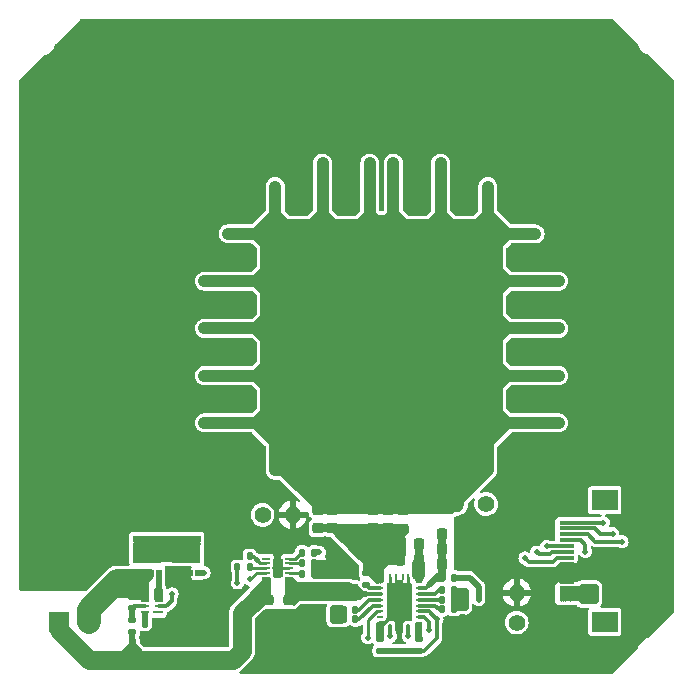
<source format=gbr>
%TF.GenerationSoftware,KiCad,Pcbnew,(5.99.0-12889-g70df3822b5)*%
%TF.CreationDate,2021-11-12T22:53:59+08:00*%
%TF.ProjectId,WirelessPower,57697265-6c65-4737-9350-6f7765722e6b,rev?*%
%TF.SameCoordinates,Original*%
%TF.FileFunction,Copper,L1,Top*%
%TF.FilePolarity,Positive*%
%FSLAX46Y46*%
G04 Gerber Fmt 4.6, Leading zero omitted, Abs format (unit mm)*
G04 Created by KiCad (PCBNEW (5.99.0-12889-g70df3822b5)) date 2021-11-12 22:53:59*
%MOMM*%
%LPD*%
G01*
G04 APERTURE LIST*
G04 Aperture macros list*
%AMRoundRect*
0 Rectangle with rounded corners*
0 $1 Rounding radius*
0 $2 $3 $4 $5 $6 $7 $8 $9 X,Y pos of 4 corners*
0 Add a 4 corners polygon primitive as box body*
4,1,4,$2,$3,$4,$5,$6,$7,$8,$9,$2,$3,0*
0 Add four circle primitives for the rounded corners*
1,1,$1+$1,$2,$3*
1,1,$1+$1,$4,$5*
1,1,$1+$1,$6,$7*
1,1,$1+$1,$8,$9*
0 Add four rect primitives between the rounded corners*
20,1,$1+$1,$2,$3,$4,$5,0*
20,1,$1+$1,$4,$5,$6,$7,0*
20,1,$1+$1,$6,$7,$8,$9,0*
20,1,$1+$1,$8,$9,$2,$3,0*%
G04 Aperture macros list end*
%TA.AperFunction,SMDPad,CuDef*%
%ADD10RoundRect,0.140000X0.170000X-0.140000X0.170000X0.140000X-0.170000X0.140000X-0.170000X-0.140000X0*%
%TD*%
%TA.AperFunction,SMDPad,CuDef*%
%ADD11RoundRect,0.135000X-0.135000X-0.185000X0.135000X-0.185000X0.135000X0.185000X-0.135000X0.185000X0*%
%TD*%
%TA.AperFunction,SMDPad,CuDef*%
%ADD12RoundRect,0.135000X0.185000X-0.135000X0.185000X0.135000X-0.185000X0.135000X-0.185000X-0.135000X0*%
%TD*%
%TA.AperFunction,SMDPad,CuDef*%
%ADD13R,0.850000X0.280000*%
%TD*%
%TA.AperFunction,SMDPad,CuDef*%
%ADD14R,0.750000X0.280000*%
%TD*%
%TA.AperFunction,SMDPad,CuDef*%
%ADD15R,0.500000X0.630000*%
%TD*%
%TA.AperFunction,SMDPad,CuDef*%
%ADD16R,2.450000X1.675000*%
%TD*%
%TA.AperFunction,SMDPad,CuDef*%
%ADD17R,2.450000X1.665000*%
%TD*%
%TA.AperFunction,SMDPad,CuDef*%
%ADD18R,0.760000X0.220000*%
%TD*%
%TA.AperFunction,SMDPad,CuDef*%
%ADD19R,0.900000X1.500000*%
%TD*%
%TA.AperFunction,ComponentPad*%
%ADD20R,1.700000X1.700000*%
%TD*%
%TA.AperFunction,ComponentPad*%
%ADD21O,1.700000X1.700000*%
%TD*%
%TA.AperFunction,SMDPad,CuDef*%
%ADD22RoundRect,0.249999X-0.650001X0.325001X-0.650001X-0.325001X0.650001X-0.325001X0.650001X0.325001X0*%
%TD*%
%TA.AperFunction,SMDPad,CuDef*%
%ADD23RoundRect,0.225000X-0.225000X-0.250000X0.225000X-0.250000X0.225000X0.250000X-0.225000X0.250000X0*%
%TD*%
%TA.AperFunction,SMDPad,CuDef*%
%ADD24RoundRect,0.140000X-0.140000X-0.170000X0.140000X-0.170000X0.140000X0.170000X-0.140000X0.170000X0*%
%TD*%
%TA.AperFunction,SMDPad,CuDef*%
%ADD25RoundRect,0.140000X-0.170000X0.140000X-0.170000X-0.140000X0.170000X-0.140000X0.170000X0.140000X0*%
%TD*%
%TA.AperFunction,SMDPad,CuDef*%
%ADD26RoundRect,0.225000X0.225000X0.250000X-0.225000X0.250000X-0.225000X-0.250000X0.225000X-0.250000X0*%
%TD*%
%TA.AperFunction,SMDPad,CuDef*%
%ADD27RoundRect,0.225000X0.250000X-0.225000X0.250000X0.225000X-0.250000X0.225000X-0.250000X-0.225000X0*%
%TD*%
%TA.AperFunction,SMDPad,CuDef*%
%ADD28RoundRect,0.225000X-0.250000X0.225000X-0.250000X-0.225000X0.250000X-0.225000X0.250000X0.225000X0*%
%TD*%
%TA.AperFunction,ComponentPad*%
%ADD29C,1.400000*%
%TD*%
%TA.AperFunction,ComponentPad*%
%ADD30O,1.400000X1.400000*%
%TD*%
%TA.AperFunction,SMDPad,CuDef*%
%ADD31RoundRect,0.135000X-0.185000X0.135000X-0.185000X-0.135000X0.185000X-0.135000X0.185000X0.135000X0*%
%TD*%
%TA.AperFunction,SMDPad,CuDef*%
%ADD32RoundRect,0.135000X0.135000X0.185000X-0.135000X0.185000X-0.135000X-0.185000X0.135000X-0.185000X0*%
%TD*%
%TA.AperFunction,SMDPad,CuDef*%
%ADD33R,0.240000X0.600000*%
%TD*%
%TA.AperFunction,SMDPad,CuDef*%
%ADD34R,0.600000X0.240000*%
%TD*%
%TA.AperFunction,SMDPad,CuDef*%
%ADD35R,0.780000X0.405000*%
%TD*%
%TA.AperFunction,SMDPad,CuDef*%
%ADD36R,0.210000X0.550000*%
%TD*%
%TA.AperFunction,SMDPad,CuDef*%
%ADD37R,0.214996X0.550000*%
%TD*%
%TA.AperFunction,SMDPad,CuDef*%
%ADD38R,2.050000X3.050000*%
%TD*%
%TA.AperFunction,SMDPad,CuDef*%
%ADD39R,0.210000X0.545000*%
%TD*%
%TA.AperFunction,SMDPad,CuDef*%
%ADD40R,1.300000X0.300000*%
%TD*%
%TA.AperFunction,SMDPad,CuDef*%
%ADD41R,2.200000X1.800000*%
%TD*%
%TA.AperFunction,ViaPad*%
%ADD42C,0.500000*%
%TD*%
%TA.AperFunction,ViaPad*%
%ADD43C,0.450000*%
%TD*%
%TA.AperFunction,Conductor*%
%ADD44C,0.500000*%
%TD*%
%TA.AperFunction,Conductor*%
%ADD45C,0.300000*%
%TD*%
%TA.AperFunction,Conductor*%
%ADD46C,0.700000*%
%TD*%
%TA.AperFunction,Conductor*%
%ADD47C,1.000000*%
%TD*%
%TA.AperFunction,Conductor*%
%ADD48C,2.000000*%
%TD*%
%TA.AperFunction,Conductor*%
%ADD49C,0.250000*%
%TD*%
%TA.AperFunction,Conductor*%
%ADD50C,1.600000*%
%TD*%
%TA.AperFunction,Conductor*%
%ADD51C,0.900000*%
%TD*%
G04 APERTURE END LIST*
D10*
%TO.P,C3,1*%
%TO.N,Net-(C3-Pad1)*%
X141470000Y-119930000D03*
%TO.P,C3,2*%
%TO.N,BAT-*%
X141470000Y-118970000D03*
%TD*%
D11*
%TO.P,R4,1*%
%TO.N,Net-(R4-Pad1)*%
X142540000Y-121270000D03*
%TO.P,R4,2*%
%TO.N,GND*%
X143560000Y-121270000D03*
%TD*%
D12*
%TO.P,R7,1*%
%TO.N,BAT+*%
X141480000Y-121990000D03*
%TO.P,R7,2*%
%TO.N,Net-(C3-Pad1)*%
X141480000Y-120970000D03*
%TD*%
D13*
%TO.P,U1,1,NC*%
%TO.N,unconnected-(U1-Pad1)*%
X143634999Y-120310000D03*
D14*
%TO.P,U1,2,COUT*%
%TO.N,Net-(U1-Pad2)*%
X143684999Y-119810000D03*
%TO.P,U1,3,DOUT*%
%TO.N,Net-(U1-Pad3)*%
X143684999Y-119310000D03*
%TO.P,U1,4,VSS*%
%TO.N,BAT-*%
X142534999Y-119310000D03*
%TO.P,U1,5,BAT*%
%TO.N,Net-(C3-Pad1)*%
X142534999Y-119810000D03*
%TO.P,U1,6,V-*%
%TO.N,Net-(R4-Pad1)*%
X142534999Y-120310000D03*
%TD*%
D15*
%TO.P,U3,1*%
%TO.N,GND*%
X145065000Y-116964999D03*
%TO.P,U3,2*%
X145715000Y-116964999D03*
%TO.P,U3,3*%
X146365000Y-116964999D03*
%TO.P,U3,4*%
%TO.N,Net-(U1-Pad2)*%
X147015000Y-116964999D03*
%TO.P,U3,5*%
%TO.N,Net-(U3-Pad5)*%
X147015000Y-114094999D03*
%TO.P,U3,6*%
X146365000Y-114094999D03*
%TO.P,U3,7*%
X145715000Y-114094999D03*
%TO.P,U3,8*%
X145065000Y-114094999D03*
D16*
X146040000Y-115249999D03*
%TD*%
D15*
%TO.P,U4,1*%
%TO.N,BAT-*%
X141755000Y-116965000D03*
%TO.P,U4,2*%
X142405000Y-116965000D03*
%TO.P,U4,3*%
X143055000Y-116965000D03*
%TO.P,U4,4*%
%TO.N,Net-(U1-Pad3)*%
X143705000Y-116965000D03*
%TO.P,U4,5*%
%TO.N,Net-(U3-Pad5)*%
X143705000Y-114095000D03*
%TO.P,U4,6*%
X143055000Y-114095000D03*
%TO.P,U4,7*%
X142405000Y-114095000D03*
%TO.P,U4,8*%
X141755000Y-114095000D03*
D17*
X142730000Y-115250000D03*
%TD*%
D18*
%TO.P,U5,1,IN*%
%TO.N,REG_power*%
X154755000Y-117359999D03*
%TO.P,U5,2,ISET*%
%TO.N,Net-(R8-Pad1)*%
X154755000Y-116959999D03*
%TO.P,U5,3,VSS*%
%TO.N,GND*%
X154755000Y-116559999D03*
%TO.P,U5,4,PRETERM*%
%TO.N,Net-(R9-Pad1)*%
X154755000Y-116159999D03*
%TO.P,U5,5,~{PG}*%
%TO.N,Net-(R11-Pad1)*%
X154755000Y-115759999D03*
%TO.P,U5,6,NC*%
%TO.N,unconnected-(U5-Pad6)*%
X152785000Y-115759999D03*
%TO.P,U5,7,ISET2*%
%TO.N,BAT_ISET*%
X152785000Y-116159999D03*
%TO.P,U5,8,~{CHG}*%
%TO.N,Net-(R10-Pad1)*%
X152785000Y-116559999D03*
%TO.P,U5,9,TS*%
%TO.N,Net-(TH2-Pad1)*%
X152785000Y-116959999D03*
%TO.P,U5,10,OUT*%
%TO.N,BAT+*%
X152785000Y-117359999D03*
D19*
%TO.P,U5,11,EP*%
%TO.N,GND*%
X153770000Y-116559999D03*
%TD*%
D20*
%TO.P,J5,1,Pin_1*%
%TO.N,BAT+*%
X135250000Y-121090000D03*
D21*
%TO.P,J5,2,Pin_2*%
%TO.N,BAT-*%
X137790000Y-121090000D03*
%TD*%
D22*
%TO.P,C1,1*%
%TO.N,Net-(C1-Pad1)*%
X160110000Y-110765000D03*
%TO.P,C1,2*%
%TO.N,Net-(C1-Pad2)*%
X160110000Y-113715000D03*
%TD*%
D23*
%TO.P,C2,1*%
%TO.N,Net-(C1-Pad2)*%
X164160000Y-115860000D03*
%TO.P,C2,2*%
%TO.N,Net-(C15-Pad2)*%
X165710000Y-115860000D03*
%TD*%
D24*
%TO.P,C4,1*%
%TO.N,Net-(C1-Pad2)*%
X159400000Y-120900000D03*
%TO.P,C4,2*%
%TO.N,Net-(C4-Pad2)*%
X160360000Y-120900000D03*
%TD*%
%TO.P,C5,2*%
%TO.N,Net-(C5-Pad2)*%
X160360000Y-120080000D03*
%TO.P,C5,1*%
%TO.N,Net-(C1-Pad2)*%
X159400000Y-120080000D03*
%TD*%
D25*
%TO.P,C6,1*%
%TO.N,Net-(C1-Pad2)*%
X161260000Y-117000000D03*
%TO.P,C6,2*%
%TO.N,Net-(C6-Pad2)*%
X161260000Y-117960000D03*
%TD*%
D24*
%TO.P,C7,1*%
%TO.N,Net-(C7-Pad1)*%
X167720000Y-118410000D03*
%TO.P,C7,2*%
%TO.N,Net-(C15-Pad2)*%
X168680000Y-118410000D03*
%TD*%
%TO.P,C8,1*%
%TO.N,Net-(C8-Pad1)*%
X167720000Y-119230000D03*
%TO.P,C8,2*%
%TO.N,Net-(C15-Pad2)*%
X168680000Y-119230000D03*
%TD*%
%TO.P,C9,1*%
%TO.N,Net-(C9-Pad1)*%
X167720000Y-120050000D03*
%TO.P,C9,2*%
%TO.N,Net-(C15-Pad2)*%
X168680000Y-120050000D03*
%TD*%
D26*
%TO.P,C10,1*%
%TO.N,GND*%
X169245000Y-114940000D03*
%TO.P,C10,2*%
%TO.N,Net-(C10-Pad2)*%
X167695000Y-114940000D03*
%TD*%
D27*
%TO.P,C11,1*%
%TO.N,GND*%
X154770000Y-120855000D03*
%TO.P,C11,2*%
%TO.N,REG_power*%
X154770000Y-119305000D03*
%TD*%
D28*
%TO.P,C12,1*%
%TO.N,BAT+*%
X152940000Y-119305000D03*
%TO.P,C12,2*%
%TO.N,GND*%
X152940000Y-120855000D03*
%TD*%
D29*
%TO.P,J6,1,Pin_1*%
%TO.N,Net-(C15-Pad2)*%
X171410000Y-111140000D03*
D30*
%TO.P,J6,2,Pin_2*%
%TO.N,Net-(C1-Pad1)*%
X168870000Y-111140000D03*
%TD*%
D12*
%TO.P,R1,1*%
%TO.N,Net-(R1-Pad1)*%
X162420000Y-123559999D03*
%TO.P,R1,2*%
%TO.N,GND*%
X162420000Y-122539999D03*
%TD*%
D31*
%TO.P,R2,1*%
%TO.N,Net-(R2-Pad1)*%
X165720000Y-122540000D03*
%TO.P,R2,2*%
%TO.N,Net-(R1-Pad1)*%
X165720000Y-123560000D03*
%TD*%
D11*
%TO.P,R3,1*%
%TO.N,Net-(C10-Pad2)*%
X167700000Y-117370000D03*
%TO.P,R3,2*%
%TO.N,Net-(R1-Pad1)*%
X168720000Y-117370000D03*
%TD*%
D32*
%TO.P,R5,1*%
%TO.N,BAT_ISET*%
X151390000Y-115540000D03*
%TO.P,R5,2*%
%TO.N,GND*%
X150370000Y-115540000D03*
%TD*%
D11*
%TO.P,R8,1*%
%TO.N,Net-(R8-Pad1)*%
X155840000Y-117090000D03*
%TO.P,R8,2*%
%TO.N,GND*%
X156860000Y-117090000D03*
%TD*%
%TO.P,R9,1*%
%TO.N,Net-(R9-Pad1)*%
X155840000Y-116170000D03*
%TO.P,R9,2*%
%TO.N,GND*%
X156860000Y-116170000D03*
%TD*%
D32*
%TO.P,R10,1*%
%TO.N,Net-(R10-Pad1)*%
X151390000Y-116459999D03*
%TO.P,R10,2*%
%TO.N,BAT_CHG*%
X150370000Y-116459999D03*
%TD*%
D11*
%TO.P,R11,1*%
%TO.N,Net-(R11-Pad1)*%
X155839999Y-115250000D03*
%TO.P,R11,2*%
%TO.N,BAT_PG*%
X156859999Y-115250000D03*
%TD*%
D29*
%TO.P,TH1,1*%
%TO.N,Net-(TH1-Pad1)*%
X174010000Y-121180000D03*
D30*
%TO.P,TH1,2*%
%TO.N,GND*%
X174010000Y-118640000D03*
%TD*%
D29*
%TO.P,TH2,1*%
%TO.N,Net-(TH2-Pad1)*%
X152490000Y-112060000D03*
D30*
%TO.P,TH2,2*%
%TO.N,GND*%
X155030000Y-112060000D03*
%TD*%
D33*
%TO.P,U2,1,PGND*%
%TO.N,GND*%
X163320000Y-117330000D03*
D34*
%TO.P,U2,2,AC1*%
%TO.N,Net-(C1-Pad2)*%
X162420000Y-117730000D03*
%TO.P,U2,3,BOOT1*%
%TO.N,Net-(C6-Pad2)*%
X162420000Y-118230000D03*
%TO.P,U2,4,OUT*%
%TO.N,REG_power*%
X162420000Y-118730000D03*
%TO.P,U2,5,CLAMP1*%
%TO.N,Net-(C5-Pad2)*%
X162420000Y-119230000D03*
%TO.P,U2,6,COMM1*%
%TO.N,Net-(C4-Pad2)*%
X162420000Y-119730000D03*
%TO.P,U2,7,~{CHG}*%
%TO.N,REG_CHG*%
X162420000Y-120230000D03*
%TO.P,U2,8,~{AD-EN}*%
%TO.N,unconnected-(U2-Pad8)*%
X162420000Y-120730000D03*
%TO.P,U2,9,AD*%
%TO.N,GND*%
X162420000Y-121230000D03*
D33*
%TO.P,U2,10,EN1*%
%TO.N,REG_EN1*%
X163320000Y-121630000D03*
%TO.P,U2,11,EN2*%
%TO.N,REG_EN2*%
X164820000Y-121630000D03*
D34*
%TO.P,U2,12,ILIM*%
%TO.N,Net-(R2-Pad1)*%
X165720000Y-121230000D03*
%TO.P,U2,13,TS/CTRL*%
%TO.N,Net-(TH1-Pad1)*%
X165720000Y-120730000D03*
%TO.P,U2,14,FOD*%
%TO.N,Net-(R1-Pad1)*%
X165720000Y-120230000D03*
%TO.P,U2,15,COMM2*%
%TO.N,Net-(C9-Pad1)*%
X165720000Y-119730000D03*
%TO.P,U2,16,CLAMP2*%
%TO.N,Net-(C8-Pad1)*%
X165720000Y-119230000D03*
%TO.P,U2,17,BOOT2*%
%TO.N,Net-(C7-Pad1)*%
X165720000Y-118730000D03*
%TO.P,U2,18,RECT*%
%TO.N,Net-(C10-Pad2)*%
X165720000Y-118230000D03*
%TO.P,U2,19,AC2*%
%TO.N,Net-(C15-Pad2)*%
X165720000Y-117730000D03*
D33*
%TO.P,U2,20,PGND*%
%TO.N,GND*%
X164820000Y-117330000D03*
D35*
%TO.P,U2,21,EXP*%
X164070000Y-121210000D03*
D36*
X163800000Y-121665000D03*
D37*
X164340000Y-121628750D03*
D38*
X164070000Y-119480000D03*
D35*
X164060000Y-117700000D03*
D39*
X164350000Y-117300000D03*
D36*
X163795000Y-117300000D03*
%TD*%
D28*
%TO.P,C13,1*%
%TO.N,Net-(C1-Pad1)*%
X161810000Y-111645000D03*
%TO.P,C13,2*%
%TO.N,Net-(C1-Pad2)*%
X161810000Y-113195000D03*
%TD*%
D23*
%TO.P,C15,1*%
%TO.N,Net-(C1-Pad2)*%
X164160000Y-114565000D03*
%TO.P,C15,2*%
%TO.N,Net-(C15-Pad2)*%
X165710000Y-114565000D03*
%TD*%
D28*
%TO.P,C16,1*%
%TO.N,GND*%
X160135000Y-116765000D03*
%TO.P,C16,2*%
%TO.N,REG_power*%
X160135000Y-118315000D03*
%TD*%
%TO.P,C17,1*%
%TO.N,GND*%
X158910000Y-116765000D03*
%TO.P,C17,2*%
%TO.N,REG_power*%
X158910000Y-118315000D03*
%TD*%
D26*
%TO.P,C18,1*%
%TO.N,GND*%
X169245000Y-116200000D03*
%TO.P,C18,2*%
%TO.N,Net-(C10-Pad2)*%
X167695000Y-116200000D03*
%TD*%
D40*
%TO.P,J7,1,Pin_1*%
%TO.N,BAT+*%
X178230000Y-119210000D03*
%TO.P,J7,2,Pin_2*%
X178230000Y-118710000D03*
%TO.P,J7,3,Pin_3*%
X178230000Y-118210000D03*
%TO.P,J7,4,Pin_4*%
%TO.N,GND*%
X178230000Y-117710000D03*
%TO.P,J7,5,Pin_5*%
X178230000Y-117210000D03*
%TO.P,J7,6,Pin_6*%
X178230000Y-116710000D03*
%TO.P,J7,7,Pin_7*%
X178230000Y-116210000D03*
%TO.P,J7,8,Pin_8*%
%TO.N,BAT_CHG*%
X178230000Y-115710000D03*
%TO.P,J7,9,Pin_9*%
%TO.N,BAT_PG*%
X178230000Y-115210000D03*
%TO.P,J7,10,Pin_10*%
%TO.N,BAT_ISET*%
X178230000Y-114710000D03*
%TO.P,J7,11,Pin_11*%
%TO.N,REG_power*%
X178230000Y-114210000D03*
%TO.P,J7,12,Pin_12*%
%TO.N,REG_CHG*%
X178230000Y-113710000D03*
%TO.P,J7,13,Pin_13*%
%TO.N,REG_EN1*%
X178230000Y-113210000D03*
%TO.P,J7,14,Pin_14*%
%TO.N,REG_EN2*%
X178230000Y-112710000D03*
D41*
%TO.P,J7,MP*%
%TO.N,N/C*%
X181480000Y-110810000D03*
X181480000Y-121110000D03*
%TD*%
D28*
%TO.P,C14,2*%
%TO.N,Net-(C1-Pad2)*%
X163110000Y-113185000D03*
%TO.P,C14,1*%
%TO.N,Net-(C1-Pad1)*%
X163110000Y-111635000D03*
%TD*%
%TO.P,C19,2*%
%TO.N,Net-(C1-Pad2)*%
X164410000Y-113215000D03*
%TO.P,C19,1*%
%TO.N,Net-(C1-Pad1)*%
X164410000Y-111665000D03*
%TD*%
%TO.P,C20,1*%
%TO.N,Net-(C1-Pad1)*%
X158410000Y-111655000D03*
%TO.P,C20,2*%
%TO.N,Net-(C1-Pad2)*%
X158410000Y-113205000D03*
%TD*%
%TO.P,C21,1*%
%TO.N,Net-(C1-Pad1)*%
X157160000Y-111655000D03*
%TO.P,C21,2*%
%TO.N,Net-(C1-Pad2)*%
X157160000Y-113205000D03*
%TD*%
D26*
%TO.P,C22,1*%
%TO.N,GND*%
X169245000Y-113665000D03*
%TO.P,C22,2*%
%TO.N,Net-(C10-Pad2)*%
X167695000Y-113665000D03*
%TD*%
D42*
%TO.N,Net-(C1-Pad2)*%
X161860000Y-116065000D03*
%TO.N,GND*%
X153970000Y-116060000D03*
X152970000Y-122540000D03*
X135570000Y-74270000D03*
D43*
X164040000Y-118280000D03*
X164640000Y-118280000D03*
X163440000Y-118880000D03*
X164040000Y-118880000D03*
X164640000Y-118880000D03*
X163440000Y-119480000D03*
X164040000Y-119480000D03*
X164640000Y-119480000D03*
X163440000Y-120080000D03*
X164040000Y-120080000D03*
X164640000Y-120080000D03*
X163440000Y-120680000D03*
X164040000Y-120680000D03*
X164640000Y-120680000D03*
D42*
X147130000Y-118430000D03*
X148130000Y-118430000D03*
X149130000Y-118430000D03*
X146130000Y-119430000D03*
X147130000Y-119430000D03*
X148130000Y-119430000D03*
X149130000Y-119430000D03*
X146130000Y-120430000D03*
X147130000Y-120430000D03*
X148130000Y-120430000D03*
X149130000Y-120430000D03*
X146130000Y-121430000D03*
X147130000Y-121430000D03*
X148130000Y-121430000D03*
X149130000Y-121430000D03*
X147130000Y-122420000D03*
X146130000Y-122420000D03*
X149130000Y-122420000D03*
X148130000Y-122420000D03*
X145110000Y-120430000D03*
X145110000Y-121430000D03*
X145110000Y-122420000D03*
X153970000Y-122540000D03*
X154970000Y-122540000D03*
X155970000Y-122540000D03*
X156970000Y-122540000D03*
X157970000Y-122540000D03*
X158970000Y-122540000D03*
D43*
X163440000Y-118280000D03*
D42*
X137570000Y-74270000D03*
X139570000Y-74270000D03*
X141570000Y-74270000D03*
X143570000Y-74270000D03*
X145570000Y-74270000D03*
X147570000Y-74270000D03*
X149570000Y-74270000D03*
X151570000Y-74270000D03*
X153570000Y-74270000D03*
X155570000Y-74270000D03*
X157570000Y-74270000D03*
X159570000Y-74270000D03*
X161570000Y-74270000D03*
X163570000Y-74270000D03*
X165570000Y-74270000D03*
X167570000Y-74270000D03*
X169570000Y-74270000D03*
X171570000Y-74270000D03*
X173570000Y-74270000D03*
X175570000Y-74270000D03*
X177570000Y-74270000D03*
X179570000Y-74270000D03*
X181570000Y-74270000D03*
X183570000Y-74270000D03*
X183570000Y-76270000D03*
X181570000Y-76270000D03*
X179570000Y-76270000D03*
X177570000Y-76270000D03*
X175570000Y-76270000D03*
X173570000Y-76270000D03*
X171570000Y-76270000D03*
X169570000Y-76270000D03*
X167570000Y-76270000D03*
X165570000Y-76270000D03*
X163570000Y-76270000D03*
X161570000Y-76270000D03*
X159570000Y-76270000D03*
X157570000Y-76270000D03*
X155570000Y-76270000D03*
X153570000Y-76270000D03*
X151570000Y-76270000D03*
X149570000Y-76270000D03*
X147570000Y-76270000D03*
X145570000Y-76270000D03*
X143570000Y-76270000D03*
X141570000Y-76270000D03*
X139570000Y-76270000D03*
X137570000Y-76270000D03*
X135570000Y-76270000D03*
X135570000Y-78270000D03*
X137570000Y-78270000D03*
X139570000Y-78270000D03*
X141570000Y-78270000D03*
X143570000Y-78270000D03*
X145570000Y-78270000D03*
X147570000Y-78270000D03*
X149570000Y-78270000D03*
X151570000Y-78270000D03*
X153570000Y-78270000D03*
X155570000Y-78270000D03*
X157570000Y-78270000D03*
X159570000Y-78270000D03*
X161570000Y-78270000D03*
X163570000Y-78270000D03*
X165570000Y-78270000D03*
X167570000Y-78270000D03*
X169570000Y-78270000D03*
X171570000Y-78270000D03*
X173570000Y-78270000D03*
X175570000Y-78270000D03*
X177570000Y-78270000D03*
X179570000Y-78270000D03*
X181570000Y-78270000D03*
X183570000Y-78270000D03*
X183570000Y-80270000D03*
X181570000Y-80270000D03*
X179570000Y-80270000D03*
X177570000Y-80270000D03*
X175570000Y-80270000D03*
X173570000Y-80270000D03*
X171570000Y-80270000D03*
X169570000Y-80270000D03*
X167570000Y-80270000D03*
X165570000Y-80270000D03*
X163570000Y-80270000D03*
X161570000Y-80270000D03*
X159570000Y-80270000D03*
X157570000Y-80270000D03*
X155570000Y-80270000D03*
X153570000Y-80270000D03*
X151570000Y-80270000D03*
X149570000Y-80270000D03*
X147570000Y-80270000D03*
X145570000Y-80270000D03*
X143570000Y-80270000D03*
X141570000Y-80270000D03*
X139570000Y-80270000D03*
X137570000Y-80270000D03*
X135570000Y-80270000D03*
X135570000Y-82270000D03*
X137570000Y-82270000D03*
X139570000Y-82270000D03*
X141570000Y-82270000D03*
X143570000Y-82270000D03*
X145570000Y-82270000D03*
X147570000Y-82270000D03*
X149570000Y-82270000D03*
X151570000Y-82270000D03*
X153570000Y-82270000D03*
X155570000Y-82270000D03*
X159570000Y-82270000D03*
X165570000Y-82270000D03*
X169570000Y-82270000D03*
X171570000Y-82270000D03*
X173570000Y-82270000D03*
X175570000Y-82270000D03*
X177570000Y-82270000D03*
X179570000Y-82270000D03*
X181570000Y-82270000D03*
X183570000Y-82270000D03*
X183570000Y-84270000D03*
X181570000Y-84270000D03*
X179570000Y-84270000D03*
X177570000Y-84270000D03*
X175570000Y-84270000D03*
X173570000Y-84270000D03*
X169570000Y-84270000D03*
X165570000Y-84270000D03*
X159570000Y-84270000D03*
X155570000Y-84270000D03*
X151570000Y-84270000D03*
X149570000Y-84270000D03*
X147570000Y-84270000D03*
X145570000Y-84270000D03*
X143570000Y-84270000D03*
X141570000Y-84270000D03*
X139570000Y-84270000D03*
X137570000Y-84270000D03*
X135570000Y-84270000D03*
X135570000Y-86270000D03*
X137570000Y-86270000D03*
X139570000Y-86270000D03*
X141570000Y-86270000D03*
X143570000Y-86270000D03*
X145570000Y-86270000D03*
X147570000Y-86270000D03*
X149570000Y-86270000D03*
X151570000Y-86270000D03*
X155570000Y-86270000D03*
X159570000Y-86270000D03*
X165570000Y-86270000D03*
X169570000Y-86270000D03*
X173570000Y-86270000D03*
X175570000Y-86270000D03*
X177570000Y-86270000D03*
X179570000Y-86270000D03*
X181570000Y-86270000D03*
X183570000Y-86270000D03*
X183570000Y-88270000D03*
X181570000Y-88270000D03*
X179570000Y-88270000D03*
X177570000Y-88270000D03*
X147570000Y-88270000D03*
X145570000Y-88270000D03*
X143570000Y-88270000D03*
X141570000Y-88270000D03*
X139570000Y-88270000D03*
X137570000Y-88270000D03*
X135570000Y-88270000D03*
X135570000Y-90270000D03*
X137570000Y-90270000D03*
X139570000Y-90270000D03*
X141570000Y-90270000D03*
X143570000Y-90270000D03*
X145570000Y-90270000D03*
X147570000Y-90270000D03*
X149570000Y-90270000D03*
X151570000Y-90270000D03*
X173570000Y-90270000D03*
X175570000Y-90270000D03*
X177570000Y-90270000D03*
X179570000Y-90270000D03*
X181570000Y-90270000D03*
X183570000Y-90270000D03*
X183570000Y-92270000D03*
X181570000Y-92270000D03*
X179570000Y-92270000D03*
X145570000Y-92270000D03*
X143570000Y-92270000D03*
X141570000Y-92270000D03*
X139570000Y-92270000D03*
X137570000Y-92270000D03*
X135570000Y-92270000D03*
X135570000Y-94270000D03*
X137570000Y-94270000D03*
X139570000Y-94270000D03*
X141570000Y-94270000D03*
X143570000Y-94270000D03*
X145570000Y-94270000D03*
X147570000Y-94270000D03*
X149570000Y-94270000D03*
X151570000Y-94270000D03*
X173570000Y-94270000D03*
X175570000Y-94270000D03*
X177570000Y-94270000D03*
X179570000Y-94270000D03*
X181570000Y-94270000D03*
X183570000Y-94270000D03*
X183570000Y-96270000D03*
X181570000Y-96270000D03*
X179570000Y-96270000D03*
X145570000Y-96270000D03*
X143570000Y-96270000D03*
X141570000Y-96270000D03*
X139570000Y-96270000D03*
X137570000Y-96270000D03*
X135570000Y-96270000D03*
X135570000Y-98270000D03*
X137570000Y-98270000D03*
X139570000Y-98270000D03*
X141570000Y-98270000D03*
X143570000Y-98270000D03*
X145570000Y-98270000D03*
X147570000Y-98270000D03*
X149570000Y-98270000D03*
X151570000Y-98270000D03*
X173570000Y-98270000D03*
X175570000Y-98270000D03*
X177570000Y-98270000D03*
X179570000Y-98270000D03*
X181570000Y-98270000D03*
X183570000Y-98270000D03*
X183570000Y-100270000D03*
X181570000Y-100270000D03*
X179570000Y-100270000D03*
X145570000Y-100270000D03*
X143570000Y-100270000D03*
X141570000Y-100270000D03*
X139570000Y-100270000D03*
X137570000Y-100270000D03*
X135570000Y-100270000D03*
X135570000Y-102270000D03*
X137570000Y-102270000D03*
X139570000Y-102270000D03*
X141570000Y-102270000D03*
X143570000Y-102270000D03*
X145570000Y-102270000D03*
X147570000Y-102270000D03*
X149570000Y-102270000D03*
X151570000Y-102270000D03*
X173570000Y-102270000D03*
X175570000Y-102270000D03*
X177570000Y-102270000D03*
X179570000Y-102270000D03*
X181570000Y-102270000D03*
X183570000Y-102270000D03*
X183570000Y-104270000D03*
X181570000Y-104270000D03*
X179570000Y-104270000D03*
X145570000Y-104270000D03*
X143570000Y-104270000D03*
X141570000Y-104270000D03*
X139570000Y-104270000D03*
X137570000Y-104270000D03*
X135570000Y-104270000D03*
X135570000Y-106270000D03*
X137570000Y-106270000D03*
X139570000Y-106270000D03*
X141570000Y-106270000D03*
X143570000Y-106270000D03*
X145570000Y-106270000D03*
X147570000Y-106270000D03*
X149570000Y-106270000D03*
X151570000Y-106270000D03*
X173570000Y-106270000D03*
X175570000Y-106270000D03*
X177570000Y-106270000D03*
X179570000Y-106270000D03*
X181570000Y-106270000D03*
X183570000Y-106270000D03*
X183570000Y-108270000D03*
X181570000Y-108270000D03*
X179570000Y-108270000D03*
X177570000Y-108270000D03*
X175570000Y-108270000D03*
X173570000Y-108270000D03*
X151570000Y-108270000D03*
X149570000Y-108270000D03*
X147570000Y-108270000D03*
X145570000Y-108270000D03*
X143570000Y-108270000D03*
X141570000Y-108270000D03*
X139570000Y-108270000D03*
X137570000Y-108270000D03*
X135570000Y-108270000D03*
X153570000Y-116560000D03*
X153970000Y-117060000D03*
X146130000Y-118430000D03*
D43*
%TO.N,BAT+*%
X179500000Y-118160000D03*
D42*
X140036250Y-124720000D03*
X141412500Y-124720000D03*
X142788750Y-124720000D03*
X144165000Y-124720000D03*
X145541250Y-124720000D03*
X146917500Y-124720000D03*
X148293750Y-124720000D03*
X149670000Y-124690000D03*
X144825000Y-124020000D03*
X147577500Y-124020000D03*
X150330000Y-123990000D03*
X148953750Y-124020000D03*
X146201250Y-124020000D03*
X142072500Y-124020000D03*
X139320000Y-124020000D03*
X143448750Y-124020000D03*
X140696250Y-124020000D03*
D43*
X180100000Y-118160000D03*
X180700000Y-118160000D03*
X179500000Y-118760000D03*
X180100000Y-118760000D03*
X180700000Y-118760000D03*
X179500000Y-119360000D03*
X180100000Y-119360000D03*
X180700000Y-119360000D03*
D42*
X137990000Y-124000000D03*
X138660000Y-124720000D03*
%TO.N,Net-(C1-Pad2)*%
X158450000Y-121040000D03*
X158450000Y-120475000D03*
X161860000Y-116660000D03*
X162450000Y-116660000D03*
X161860000Y-117255000D03*
X162450000Y-117255000D03*
X158450000Y-119910000D03*
X162450000Y-116065000D03*
%TO.N,Net-(C1-Pad1)*%
X157570000Y-82270000D03*
X161570000Y-82270000D03*
X163570000Y-82270000D03*
X167570000Y-82270000D03*
X171570000Y-84270000D03*
X167570000Y-84270000D03*
X163570000Y-84270000D03*
X161570000Y-84270000D03*
X157570000Y-84270000D03*
X153570000Y-84270000D03*
X153570000Y-86270000D03*
X157570000Y-86270000D03*
X161570000Y-86270000D03*
X163570000Y-86270000D03*
X167570000Y-86270000D03*
X171570000Y-86270000D03*
X175570000Y-88270000D03*
X173570000Y-88270000D03*
X171570000Y-88270000D03*
X169570000Y-88270000D03*
X167570000Y-88270000D03*
X165570000Y-88270000D03*
X163570000Y-88270000D03*
X161570000Y-88270000D03*
X159570000Y-88270000D03*
X157570000Y-88270000D03*
X155570000Y-88270000D03*
X153570000Y-88270000D03*
X151570000Y-88270000D03*
X149570000Y-88270000D03*
X153570000Y-90270000D03*
X155570000Y-90270000D03*
X157570000Y-90270000D03*
X159570000Y-90270000D03*
X161570000Y-90270000D03*
X163570000Y-90270000D03*
X165570000Y-90270000D03*
X167570000Y-90270000D03*
X169570000Y-90270000D03*
X171570000Y-90270000D03*
X177570000Y-92270000D03*
X175570000Y-92270000D03*
X173570000Y-92270000D03*
X171570000Y-92270000D03*
X169570000Y-92270000D03*
X167570000Y-92270000D03*
X165570000Y-92270000D03*
X163570000Y-92270000D03*
X161570000Y-92270000D03*
X159570000Y-92270000D03*
X157570000Y-92270000D03*
X155570000Y-92270000D03*
X153570000Y-92270000D03*
X151570000Y-92270000D03*
X149570000Y-92270000D03*
X147570000Y-92270000D03*
X153570000Y-94270000D03*
X155570000Y-94270000D03*
X157570000Y-94270000D03*
X159570000Y-94270000D03*
X161570000Y-94270000D03*
X163570000Y-94270000D03*
X165570000Y-94270000D03*
X167570000Y-94270000D03*
X169570000Y-94270000D03*
X171570000Y-94270000D03*
X177570000Y-96270000D03*
X175570000Y-96270000D03*
X173570000Y-96270000D03*
X171570000Y-96270000D03*
X169570000Y-96270000D03*
X167570000Y-96270000D03*
X165570000Y-96270000D03*
X163570000Y-96270000D03*
X161570000Y-96270000D03*
X159570000Y-96270000D03*
X157570000Y-96270000D03*
X155570000Y-96270000D03*
X153570000Y-96270000D03*
X151570000Y-96270000D03*
X149570000Y-96270000D03*
X147570000Y-96270000D03*
X153570000Y-98270000D03*
X155570000Y-98270000D03*
X157570000Y-98270000D03*
X159570000Y-98270000D03*
X161570000Y-98270000D03*
X163570000Y-98270000D03*
X165570000Y-98270000D03*
X167570000Y-98270000D03*
X169570000Y-98270000D03*
X171570000Y-98270000D03*
X177570000Y-100270000D03*
X175570000Y-100270000D03*
X173570000Y-100270000D03*
X171570000Y-100270000D03*
X169570000Y-100270000D03*
X167570000Y-100270000D03*
X165570000Y-100270000D03*
X163570000Y-100270000D03*
X161570000Y-100270000D03*
X159570000Y-100270000D03*
X157570000Y-100270000D03*
X155570000Y-100270000D03*
X153570000Y-100270000D03*
X151570000Y-100270000D03*
X149570000Y-100270000D03*
X147570000Y-100270000D03*
X153570000Y-102270000D03*
X155570000Y-102270000D03*
X157570000Y-102270000D03*
X159570000Y-102270000D03*
X161570000Y-102270000D03*
X163570000Y-102270000D03*
X165570000Y-102270000D03*
X167570000Y-102270000D03*
X169570000Y-102270000D03*
X171570000Y-102270000D03*
X177570000Y-104270000D03*
X175570000Y-104270000D03*
X173570000Y-104270000D03*
X171570000Y-104270000D03*
X169570000Y-104270000D03*
X167570000Y-104270000D03*
X165570000Y-104270000D03*
X163570000Y-104270000D03*
X161570000Y-104270000D03*
X159570000Y-104270000D03*
X157570000Y-104270000D03*
X155570000Y-104270000D03*
X153570000Y-104270000D03*
X151570000Y-104270000D03*
X149570000Y-104270000D03*
X147570000Y-104270000D03*
X153570000Y-106270000D03*
X155570000Y-106270000D03*
X157570000Y-106270000D03*
X159570000Y-106270000D03*
X161570000Y-106270000D03*
X163570000Y-106270000D03*
X165570000Y-106270000D03*
X167570000Y-106270000D03*
X169570000Y-106270000D03*
X171570000Y-106270000D03*
X171570000Y-108270000D03*
X169570000Y-108270000D03*
X167570000Y-108270000D03*
X165570000Y-108270000D03*
X163570000Y-108270000D03*
X161570000Y-108270000D03*
X159570000Y-108270000D03*
X157570000Y-108270000D03*
X155570000Y-108270000D03*
X153570000Y-108270000D03*
%TO.N,Net-(R1-Pad1)*%
X170800000Y-119240000D03*
X167260000Y-120900000D03*
%TO.N,BAT_ISET*%
X176540000Y-114710000D03*
X152010000Y-115870000D03*
%TO.N,Net-(TH1-Pad1)*%
X166600000Y-121810000D03*
%TO.N,Net-(TH2-Pad1)*%
X151469993Y-117510007D03*
%TO.N,Net-(U1-Pad2)*%
X144830000Y-118760000D03*
X147535000Y-116970000D03*
D43*
%TO.N,REG_power*%
X160735000Y-118740000D03*
D42*
X179820000Y-115170000D03*
%TO.N,REG_EN2*%
X164820000Y-122310000D03*
X181350000Y-112710000D03*
%TO.N,REG_EN1*%
X163320000Y-122310000D03*
X182140000Y-113640000D03*
%TO.N,REG_CHG*%
X182920000Y-114330000D03*
X161400000Y-122460000D03*
%TO.N,BAT_PG*%
X175700000Y-115210000D03*
X157310000Y-115240000D03*
%TO.N,BAT_CHG*%
X174710000Y-115710000D03*
X150370000Y-117820000D03*
%TO.N,Net-(C15-Pad2)*%
X169680000Y-119940000D03*
X165440000Y-117220000D03*
X165990000Y-116620000D03*
X165440000Y-116620000D03*
X169680000Y-119230000D03*
X169680000Y-118520000D03*
X165990000Y-117220000D03*
%TD*%
D44*
%TO.N,BAT_PG*%
X156869999Y-115240000D02*
X156859999Y-115250000D01*
X157310000Y-115240000D02*
X156869999Y-115240000D01*
D45*
X156969999Y-115250000D02*
X157300000Y-115250000D01*
X157300000Y-115250000D02*
X157310000Y-115240000D01*
%TO.N,REG_power*%
X160700000Y-118430000D02*
X160970000Y-118700000D01*
X160475000Y-118205000D02*
X160745000Y-118475000D01*
X160294081Y-119115000D02*
X160675919Y-119115000D01*
X160995000Y-118830000D02*
X160725000Y-119100000D01*
D46*
%TO.N,Net-(C1-Pad2)*%
X163650130Y-114274870D02*
X164519869Y-113405131D01*
D44*
%TO.N,Net-(U1-Pad2)*%
X147015000Y-116965000D02*
X147530000Y-116965000D01*
X147530000Y-116965000D02*
X147535000Y-116970000D01*
D46*
%TO.N,Net-(C15-Pad2)*%
X165710000Y-114565000D02*
X165710000Y-115860000D01*
D44*
X165990000Y-116140000D02*
X165710000Y-115860000D01*
X165990000Y-116620000D02*
X165990000Y-116140000D01*
X165440000Y-116130000D02*
X165710000Y-115860000D01*
X165440000Y-116620000D02*
X165440000Y-116130000D01*
D46*
%TO.N,Net-(C1-Pad2)*%
X160385000Y-114540000D02*
X159665000Y-113820000D01*
%TO.N,Net-(C10-Pad2)*%
X167695000Y-117365000D02*
X167700000Y-117370000D01*
X167695000Y-113665000D02*
X167695000Y-117365000D01*
D45*
%TO.N,BAT_PG*%
X177010000Y-115210000D02*
X178230000Y-115210000D01*
X175890000Y-115400000D02*
X176820000Y-115400000D01*
X175700000Y-115210000D02*
X175890000Y-115400000D01*
X176820000Y-115400000D02*
X177010000Y-115210000D01*
D44*
%TO.N,Net-(C1-Pad2)*%
X161210000Y-115500000D02*
X161210000Y-116980000D01*
D46*
X159330000Y-114060000D02*
X158610000Y-113340000D01*
X159735000Y-114465000D02*
X159015000Y-113745000D01*
D47*
X164072500Y-115765000D02*
X162147500Y-115765000D01*
D44*
%TO.N,BAT-*%
X143050000Y-117030000D02*
X141760000Y-117030001D01*
X142660000Y-119180000D02*
X142660000Y-118600000D01*
X141410000Y-117670000D02*
X141410000Y-118970000D01*
X141480000Y-118560000D02*
X142540000Y-118560000D01*
X141510000Y-118270000D02*
X142570000Y-118270000D01*
X142230000Y-118170000D02*
X142230000Y-117110000D01*
X142660000Y-118480000D02*
X142660000Y-117420000D01*
X141329533Y-118999533D02*
X140580000Y-118250000D01*
X143050000Y-117250000D02*
X142300467Y-117999533D01*
X141150000Y-118870000D02*
X140090000Y-118870000D01*
X141759411Y-116969411D02*
X141755001Y-116965000D01*
D48*
X141150000Y-117650000D02*
X140210000Y-117650000D01*
D44*
X141430000Y-117829999D02*
X141430000Y-117239999D01*
X143050000Y-116900000D02*
X141750000Y-116900000D01*
X142420000Y-118610000D02*
X142590000Y-118440000D01*
D48*
X140210000Y-117690000D02*
X137790000Y-120110000D01*
D44*
X142420000Y-119190000D02*
X142420000Y-118610000D01*
X141568909Y-116900000D02*
X141180000Y-116900000D01*
D48*
X137790000Y-120110000D02*
X137790000Y-121090000D01*
X140210000Y-117650000D02*
X140210000Y-117690000D01*
D44*
X141749412Y-116970589D02*
X141755001Y-116965000D01*
X141410000Y-118990000D02*
X142470000Y-118990000D01*
X141479999Y-118790001D02*
X141480001Y-118790000D01*
D45*
%TO.N,Net-(C3-Pad1)*%
X141600000Y-119810000D02*
X141450000Y-119960000D01*
D44*
X141469998Y-120730000D02*
X141469999Y-119930001D01*
D45*
X142534999Y-119810000D02*
X141600000Y-119810000D01*
D44*
%TO.N,Net-(R4-Pad1)*%
X142539999Y-120420000D02*
X142540000Y-121324998D01*
%TO.N,Net-(U3-Pad5)*%
X143625000Y-114950000D02*
X145075000Y-114950000D01*
X143705000Y-115700000D02*
X145155000Y-115700000D01*
X143665000Y-115390000D02*
X145115000Y-115390000D01*
X141750000Y-114560000D02*
X147010000Y-114559999D01*
X141755000Y-114095000D02*
X147015000Y-114094999D01*
X143695000Y-115820000D02*
X145145000Y-115820000D01*
%TO.N,GND*%
X146360000Y-116900000D02*
X145060000Y-116900000D01*
X146350000Y-117030000D02*
X145050000Y-117030000D01*
D45*
X162580000Y-121270000D02*
X162580000Y-122520000D01*
X162270001Y-121290000D02*
X162270000Y-122540000D01*
X177730000Y-116210000D02*
X177730000Y-117710000D01*
X177970000Y-116220000D02*
X177970000Y-117720000D01*
X178730000Y-116210000D02*
X178730000Y-117710000D01*
X178470000Y-116210000D02*
X178470000Y-117710000D01*
X162440000Y-121610000D02*
X163690000Y-120360000D01*
X164120000Y-119940000D02*
X164120000Y-119440000D01*
X162420000Y-121230000D02*
X162820000Y-121230000D01*
X162420000Y-121230000D02*
X162420001Y-122480000D01*
D49*
X164820000Y-118730000D02*
X164070000Y-119480000D01*
X154754999Y-116559999D02*
X153770000Y-116559999D01*
D44*
X143560000Y-121270000D02*
X143560000Y-121310000D01*
D49*
X163320000Y-118730000D02*
X164070000Y-119480000D01*
D45*
X178230000Y-116210000D02*
X178230000Y-117710000D01*
D49*
X163320000Y-117330000D02*
X163320000Y-118730000D01*
D45*
X162820000Y-121230000D02*
X164070000Y-119980000D01*
D49*
X164820000Y-117330000D02*
X164820000Y-118730000D01*
D44*
X156860000Y-117090000D02*
X156860000Y-116169999D01*
D49*
%TO.N,BAT+*%
X178700000Y-118570000D02*
X178700000Y-119220000D01*
D45*
X178980000Y-118240000D02*
X178980000Y-119210000D01*
X179250000Y-118240000D02*
X179250000Y-119210000D01*
X179530000Y-118240000D02*
X179530000Y-119210000D01*
X179740000Y-118240000D02*
X179740000Y-119210000D01*
D46*
X152585000Y-117925000D02*
X151750000Y-118760000D01*
D49*
X152740000Y-117400000D02*
X152740000Y-118800001D01*
X152900000Y-117390000D02*
X152900000Y-118790001D01*
X153040000Y-117420000D02*
X153040000Y-118820001D01*
X151980000Y-119180000D02*
X152685000Y-119180000D01*
X177720000Y-118230000D02*
X177720000Y-119230000D01*
X177920000Y-118230000D02*
X177920000Y-119230000D01*
X178080000Y-118230000D02*
X178080000Y-119230000D01*
X178490000Y-118240000D02*
X178490000Y-119240000D01*
X178700000Y-118220000D02*
X178700000Y-118570000D01*
X178760000Y-118220000D02*
X178760000Y-119220000D01*
D44*
X180400000Y-118160000D02*
X180400000Y-119360000D01*
D45*
X179960000Y-119220000D02*
X179980000Y-119240000D01*
D44*
X141410000Y-122990000D02*
X141410000Y-122640000D01*
D45*
X178240000Y-119220000D02*
X179960000Y-119220000D01*
D44*
X141480000Y-121990000D02*
X141480000Y-123470000D01*
D45*
X179460000Y-118720000D02*
X179980000Y-119240000D01*
D44*
X141503482Y-123073482D02*
X142120000Y-123690000D01*
D49*
X152530000Y-117390000D02*
X152530000Y-118790001D01*
D50*
X150760000Y-123580000D02*
X150760000Y-120400000D01*
X137810000Y-124370000D02*
X149970000Y-124370000D01*
D49*
X178240000Y-118220000D02*
X178240000Y-119220000D01*
D44*
X141530000Y-122660000D02*
X141530000Y-123090000D01*
X179500000Y-118160000D02*
X179500000Y-119360000D01*
D49*
X152785000Y-118760000D02*
X152790000Y-118765000D01*
D44*
X140763482Y-123736518D02*
X141460000Y-123040000D01*
X180100000Y-119360000D02*
X180100000Y-118160000D01*
D50*
X149970000Y-124370000D02*
X150760000Y-123580000D01*
D45*
X178240000Y-118720000D02*
X179460000Y-118720000D01*
D50*
X135250000Y-121810000D02*
X137810000Y-124370000D01*
D45*
X178240000Y-118220000D02*
X179930000Y-118220000D01*
D44*
X179500000Y-119360000D02*
X180700000Y-119360000D01*
X180700000Y-118160000D02*
X179500000Y-118160000D01*
D50*
X150760000Y-120400000D02*
X152020000Y-119140000D01*
X135250000Y-121090000D02*
X135250000Y-121810000D01*
D44*
X180700000Y-118760000D02*
X179500000Y-118760000D01*
X180700000Y-119360000D02*
X180700000Y-118160000D01*
D49*
%TO.N,Net-(C1-Pad2)*%
X161452500Y-115982500D02*
X162170000Y-116700000D01*
X161462500Y-116282500D02*
X162180000Y-117000000D01*
X161462500Y-116532500D02*
X162180000Y-117250000D01*
X161452500Y-116822500D02*
X162170000Y-117540000D01*
X161422500Y-117002500D02*
X162140000Y-117720000D01*
X162240000Y-116230000D02*
X162240000Y-117720000D01*
X162600000Y-116200000D02*
X162600000Y-117690000D01*
X161512500Y-115822500D02*
X162230000Y-116540000D01*
X161672500Y-115662500D02*
X162390000Y-116380000D01*
X161822500Y-115522500D02*
X162540000Y-116240000D01*
X161872500Y-115442500D02*
X162590000Y-116160000D01*
D46*
X160560000Y-115280000D02*
X161690000Y-116410000D01*
X163172501Y-115802499D02*
X162097499Y-116877501D01*
X160830000Y-114980000D02*
X162350282Y-114980000D01*
X160419718Y-114520000D02*
X161940000Y-114520000D01*
X160579718Y-113640000D02*
X162100000Y-113640000D01*
X162149718Y-113630000D02*
X163670000Y-113630000D01*
X162360000Y-114110000D02*
X163880282Y-114110000D01*
X160629718Y-114120000D02*
X162150000Y-114120000D01*
X162369718Y-114610000D02*
X163890000Y-114610000D01*
X161959718Y-114810000D02*
X163480000Y-114810000D01*
D44*
X158830000Y-119910000D02*
X158830000Y-121040000D01*
X159100000Y-119910000D02*
X159100000Y-121040000D01*
X159400000Y-120080000D02*
X159400000Y-120900000D01*
X159260000Y-121040000D02*
X159400000Y-120900000D01*
D46*
X159200000Y-113600000D02*
X159210000Y-113590000D01*
D47*
X162210000Y-115390000D02*
X162140000Y-115460000D01*
D46*
X164245000Y-114409998D02*
X164245002Y-114410000D01*
D47*
X164135000Y-115390000D02*
X162210000Y-115390000D01*
X164135000Y-115390000D02*
X164135000Y-114190000D01*
D46*
X160780000Y-115500000D02*
X161580000Y-115500000D01*
D44*
X159395000Y-120075000D02*
X159400000Y-120080000D01*
D49*
X162420000Y-116230000D02*
X162420000Y-117720000D01*
D46*
X164245000Y-113180001D02*
X164245000Y-114409998D01*
X159650000Y-113925000D02*
X159650000Y-114370000D01*
D44*
X158450000Y-121040000D02*
X159260000Y-121040000D01*
X158450000Y-119910000D02*
X158450000Y-121040000D01*
D46*
X159650000Y-114370000D02*
X160780000Y-115500000D01*
X164185002Y-114464998D02*
X163110000Y-115540000D01*
D44*
X159230000Y-119910000D02*
X159400000Y-120080000D01*
D46*
X164245002Y-114410000D02*
X164245002Y-114424998D01*
D47*
X161570000Y-115510000D02*
X161570000Y-115570000D01*
D46*
X163140000Y-115490000D02*
X161550000Y-115490000D01*
D44*
X158450000Y-119910000D02*
X159230000Y-119910000D01*
D46*
X157160000Y-113205000D02*
X158192500Y-113205000D01*
X158192500Y-113205000D02*
X161030000Y-113205000D01*
X160460000Y-113290000D02*
X159730000Y-114020000D01*
D44*
X161320000Y-115500000D02*
X161320000Y-116980000D01*
D46*
X160820000Y-113440000D02*
X160160000Y-113440000D01*
X161040000Y-113195000D02*
X164230001Y-113195000D01*
D47*
%TO.N,Net-(C1-Pad1)*%
X158170000Y-108640000D02*
X158170000Y-94640000D01*
X158940000Y-108770000D02*
X158940000Y-94770000D01*
X160170000Y-108730000D02*
X160170000Y-94730000D01*
X160810000Y-108760000D02*
X160810000Y-94760000D01*
X162220000Y-108760000D02*
X162220000Y-94760000D01*
X162810000Y-108780000D02*
X162810000Y-94780000D01*
X164190000Y-108800000D02*
X164190000Y-94800000D01*
X164820000Y-108770000D02*
X164820000Y-94770000D01*
X166130000Y-108760000D02*
X166130000Y-94760000D01*
X166860000Y-108770000D02*
X166860000Y-94770000D01*
D46*
X167310000Y-108840000D02*
X157800000Y-108840000D01*
X167110000Y-109240000D02*
X157600000Y-109240000D01*
X167130000Y-109660000D02*
X157620000Y-109660000D01*
X168070000Y-109560000D02*
X158560000Y-109560000D01*
X166710000Y-110670000D02*
X157790000Y-110670000D01*
X166340000Y-111090000D02*
X157420000Y-111090000D01*
X168330000Y-111650000D02*
X166970000Y-110290000D01*
X167723330Y-111120000D02*
X165800000Y-111120000D01*
X167880000Y-110100000D02*
X158370000Y-110100000D01*
D47*
X154310000Y-102700000D02*
X154310000Y-88700000D01*
X155150000Y-102620000D02*
X155150000Y-88620000D01*
X155990000Y-102620000D02*
X155990000Y-88620000D01*
X156750000Y-102580000D02*
X156750000Y-88580000D01*
X158480000Y-102500000D02*
X158480000Y-88500000D01*
X159280000Y-102540000D02*
X159280000Y-88540000D01*
X160120000Y-102500000D02*
X160120000Y-88500000D01*
X160930000Y-102460000D02*
X160930000Y-88460000D01*
X162130000Y-102420000D02*
X162130000Y-88420000D01*
X163010000Y-102380000D02*
X163010000Y-88380000D01*
X164370000Y-102340000D02*
X164370000Y-88340000D01*
X165260000Y-102420000D02*
X165260000Y-88420000D01*
X166180000Y-102580000D02*
X166180000Y-88580000D01*
X166940000Y-102540000D02*
X166940000Y-88540000D01*
X168500000Y-102580000D02*
X168500000Y-88580000D01*
X169270000Y-102660000D02*
X169270000Y-88660000D01*
X170630000Y-102620000D02*
X170630000Y-88620000D01*
X169950000Y-102700000D02*
X169950000Y-88700000D01*
X167980000Y-107630000D02*
X153980000Y-107630000D01*
X168020000Y-106910000D02*
X154020000Y-106910000D01*
X171190000Y-107510000D02*
X157190000Y-107510000D01*
X171190000Y-106910000D02*
X157190000Y-106910000D01*
X154230000Y-104570000D02*
X154230000Y-102900000D01*
X155110000Y-104610000D02*
X155110000Y-102940000D01*
X155950000Y-104570000D02*
X155950000Y-102900000D01*
X156750000Y-104650000D02*
X156750000Y-102980000D01*
X168420000Y-104610000D02*
X168420000Y-102940000D01*
X169350000Y-104660000D02*
X169350000Y-102990000D01*
X170310000Y-104660000D02*
X170310000Y-102990000D01*
X170990000Y-104700000D02*
X170990000Y-103030000D01*
X155790000Y-105340000D02*
X154120000Y-105340000D01*
X157720000Y-105380000D02*
X156050000Y-105380000D01*
X169630000Y-105340000D02*
X167960000Y-105340000D01*
X171190000Y-105300000D02*
X169520000Y-105300000D01*
X170150000Y-104900000D02*
X168480000Y-104900000D01*
X170498427Y-107111573D02*
X167670000Y-109940000D01*
X170898427Y-107631573D02*
X168070000Y-110460000D01*
X171558427Y-108291573D02*
X168730000Y-111120000D01*
X155171573Y-107631573D02*
X158000000Y-110460000D01*
X154611573Y-107941573D02*
X157440000Y-110770000D01*
X154251573Y-108261573D02*
X157080000Y-111090000D01*
X170600000Y-104200000D02*
X170600000Y-102530000D01*
X173220000Y-104280000D02*
X170391573Y-107108427D01*
X173210000Y-104270000D02*
X170381573Y-101441573D01*
X173210000Y-100290000D02*
X170381573Y-103118427D01*
X173200000Y-100280000D02*
X170371573Y-97451573D01*
X173200000Y-96260000D02*
X170371573Y-93431573D01*
X173210000Y-96270000D02*
X170381573Y-99098427D01*
X173210000Y-92280000D02*
X170381573Y-89451573D01*
X173220000Y-92290000D02*
X170391573Y-95118427D01*
X157570000Y-86630000D02*
X160398427Y-89458427D01*
X157560000Y-86640000D02*
X154731573Y-89468427D01*
X161560000Y-86640000D02*
X158731573Y-89468427D01*
X161570000Y-86630000D02*
X164398427Y-89458427D01*
X163570000Y-86640000D02*
X160741573Y-89468427D01*
X163580000Y-86630000D02*
X166408427Y-89458427D01*
X167580000Y-86630000D02*
X170408427Y-89458427D01*
X167570000Y-86640000D02*
X164741573Y-89468427D01*
X151950000Y-104280000D02*
X154778427Y-107108427D01*
X151940000Y-104270000D02*
X154768427Y-101441573D01*
X151930000Y-100270000D02*
X154758427Y-97441573D01*
X151940000Y-100280000D02*
X154768427Y-103108427D01*
X151930000Y-96270000D02*
X154758427Y-93441573D01*
X151940000Y-96280000D02*
X154768427Y-99108427D01*
X151930000Y-92280000D02*
X154758427Y-89451573D01*
X151940000Y-92290000D02*
X154768427Y-95118427D01*
X153570000Y-86630000D02*
X156398427Y-89458427D01*
X151930000Y-88280000D02*
X154758427Y-91108427D01*
X173210000Y-88270000D02*
X170381573Y-91098427D01*
X171570000Y-86640000D02*
X168741573Y-89468427D01*
X153444214Y-86735786D02*
X152030000Y-88150000D01*
X171695786Y-86745786D02*
X173110000Y-88160000D01*
X154569999Y-87530000D02*
X156570000Y-87530000D01*
X158559999Y-87520000D02*
X160560000Y-87520000D01*
X164589999Y-87520000D02*
X166590000Y-87520000D01*
X168559999Y-87520000D02*
X170560000Y-87520000D01*
X152810000Y-91340001D02*
X152810000Y-89340000D01*
X152820000Y-95260001D02*
X152820000Y-93260000D01*
X152810000Y-99290001D02*
X152810000Y-97290000D01*
X152820000Y-103330001D02*
X152820000Y-101330000D01*
X172320000Y-91260001D02*
X172320000Y-89260000D01*
X172320000Y-95350001D02*
X172320000Y-93350000D01*
X172320000Y-99240001D02*
X172320000Y-97240000D01*
X172320000Y-103320000D02*
X172320000Y-101319999D01*
X161660000Y-87140000D02*
X163660001Y-87140000D01*
X157570000Y-94270000D02*
X153570000Y-94270000D01*
X163570000Y-90270000D02*
X163570000Y-88580000D01*
X165570000Y-108270000D02*
X165570000Y-94270000D01*
X167570000Y-90270000D02*
X167570000Y-94270000D01*
X159570000Y-94270000D02*
X159570000Y-108270000D01*
X157570000Y-106270000D02*
X153570000Y-106270000D01*
X153570000Y-88270000D02*
X161240000Y-88270000D01*
X177570000Y-100270000D02*
X171570000Y-100270000D01*
D46*
X163145000Y-111660000D02*
X163120000Y-111635000D01*
D47*
X177570000Y-92270000D02*
X171570000Y-92270000D01*
X171570000Y-98270000D02*
X167570000Y-98270000D01*
D46*
X157160000Y-110940000D02*
X157160000Y-111655000D01*
D47*
X167570000Y-108270000D02*
X157570000Y-108270000D01*
X157160000Y-108680000D02*
X157570000Y-108270000D01*
X167570000Y-108650000D02*
X167570000Y-108270000D01*
X157570000Y-88270000D02*
X157570000Y-90270000D01*
X153570000Y-98270000D02*
X157570000Y-98270000D01*
D46*
X158000000Y-110100000D02*
X157160000Y-110940000D01*
D47*
X157570000Y-82270000D02*
X157570000Y-88270000D01*
X153570000Y-102270000D02*
X157570000Y-102270000D01*
D46*
X158202500Y-111645000D02*
X158192500Y-111655000D01*
X161040000Y-111645000D02*
X160320000Y-111645000D01*
D47*
X153570000Y-94270000D02*
X153570000Y-108270000D01*
D46*
X167510000Y-110100000D02*
X158000000Y-110100000D01*
D47*
X157160000Y-111590000D02*
X157160000Y-108615000D01*
X169570000Y-108270000D02*
X167570000Y-108270000D01*
X153570000Y-104270000D02*
X147570000Y-104270000D01*
X171570000Y-88270000D02*
X171570000Y-94270000D01*
X161570000Y-88600000D02*
X161240000Y-88270000D01*
X163570000Y-82270000D02*
X163570000Y-88270000D01*
X167570000Y-90270000D02*
X167570000Y-88270000D01*
X153570000Y-96270000D02*
X147570000Y-96270000D01*
X177570000Y-104270000D02*
X171570000Y-104270000D01*
X171570000Y-94270000D02*
X167570000Y-94270000D01*
D46*
X158970000Y-111655000D02*
X159650000Y-110975000D01*
D47*
X157570000Y-108270000D02*
X153570000Y-108270000D01*
X161570000Y-90270000D02*
X161570000Y-94270000D01*
X171570000Y-84270000D02*
X171570000Y-88270000D01*
X167570000Y-94270000D02*
X167570000Y-108270000D01*
D46*
X168480000Y-111660000D02*
X163145000Y-111660000D01*
D47*
X167570000Y-82270000D02*
X167570000Y-88270000D01*
X161240000Y-88270000D02*
X163880000Y-88270000D01*
X147570000Y-92270000D02*
X153570000Y-92270000D01*
X175570000Y-88270000D02*
X171570000Y-88270000D01*
X171570000Y-106270000D02*
X169570000Y-108270000D01*
X163570000Y-94270000D02*
X163570000Y-108270000D01*
X157570000Y-90270000D02*
X157570000Y-94270000D01*
D46*
X163110000Y-111645000D02*
X163120000Y-111635000D01*
D47*
X168870000Y-109950000D02*
X167570000Y-108650000D01*
X171570000Y-106270000D02*
X171570000Y-94270000D01*
X161570000Y-82270000D02*
X161570000Y-88270000D01*
D46*
X161040000Y-111645000D02*
X163110000Y-111645000D01*
X168870000Y-111460000D02*
X167510000Y-110100000D01*
X158192500Y-111655000D02*
X158970000Y-111655000D01*
D47*
X163880000Y-88270000D02*
X171570000Y-88270000D01*
X161570000Y-108270000D02*
X161570000Y-94270000D01*
X153570000Y-88270000D02*
X153570000Y-94270000D01*
X171570000Y-102270000D02*
X167570000Y-102270000D01*
D46*
X161040000Y-111645000D02*
X158202500Y-111645000D01*
D47*
X157570000Y-94270000D02*
X167570000Y-94270000D01*
X157570000Y-108270000D02*
X157570000Y-94270000D01*
X171570000Y-106270000D02*
X171570000Y-108270000D01*
X153570000Y-88270000D02*
X149570000Y-88270000D01*
X171570000Y-108270000D02*
X169570000Y-108270000D01*
X171570000Y-106270000D02*
X167570000Y-106270000D01*
X163570000Y-94270000D02*
X163570000Y-90270000D01*
D46*
X157160000Y-111655000D02*
X158192500Y-111655000D01*
D47*
X147570000Y-100270000D02*
X153570000Y-100270000D01*
X161570000Y-90270000D02*
X161570000Y-88600000D01*
D46*
X160320000Y-111645000D02*
X159650000Y-110975000D01*
D47*
X177570000Y-96270000D02*
X171570000Y-96270000D01*
X163570000Y-88580000D02*
X163880000Y-88270000D01*
X153570000Y-84270000D02*
X153570000Y-88270000D01*
D45*
%TO.N,Net-(C4-Pad2)*%
X160660000Y-120900000D02*
X160360000Y-120900000D01*
X161830000Y-119730000D02*
X160660000Y-120900000D01*
X162420000Y-119730000D02*
X161830000Y-119730000D01*
%TO.N,Net-(C5-Pad2)*%
X160630000Y-120080000D02*
X161480000Y-119230000D01*
X161480000Y-119230000D02*
X162420000Y-119230000D01*
X160360000Y-120080000D02*
X160630000Y-120080000D01*
%TO.N,Net-(C6-Pad2)*%
X161260000Y-117960000D02*
X161530000Y-118230000D01*
X161530000Y-118230000D02*
X162420000Y-118230000D01*
%TO.N,Net-(C7-Pad1)*%
X165720000Y-118730000D02*
X167080000Y-118730000D01*
X167080000Y-118730000D02*
X167400000Y-118410000D01*
X167400000Y-118410000D02*
X167720000Y-118410000D01*
%TO.N,Net-(C8-Pad1)*%
X165720000Y-119230000D02*
X167720000Y-119230000D01*
%TO.N,Net-(C9-Pad1)*%
X167090000Y-119730000D02*
X167410000Y-120050000D01*
X167410000Y-120050000D02*
X167720000Y-120050000D01*
X165720000Y-119730000D02*
X167090000Y-119730000D01*
D44*
%TO.N,Net-(C10-Pad2)*%
X166570000Y-118020000D02*
X167430000Y-117160000D01*
D45*
X167080000Y-117540000D02*
X167590000Y-117540000D01*
X165720000Y-118230000D02*
X166330000Y-118230000D01*
X166330000Y-118230000D02*
X167190000Y-117370000D01*
X167190000Y-117370000D02*
X167700000Y-117370000D01*
%TO.N,Net-(R1-Pad1)*%
X167270000Y-122470000D02*
X166180000Y-123560000D01*
D44*
X170800000Y-118150000D02*
X170020000Y-117370000D01*
D45*
X166180000Y-123560000D02*
X165720000Y-123560000D01*
X165720000Y-120230000D02*
X166580000Y-120230000D01*
X166580000Y-120230000D02*
X167270000Y-120920000D01*
D44*
X170020000Y-117370000D02*
X168720000Y-117370000D01*
D45*
X167270000Y-120920000D02*
X167270000Y-122470000D01*
D44*
X170800000Y-119240000D02*
X170800000Y-118150000D01*
X162420000Y-123560000D02*
X165720000Y-123560000D01*
D45*
%TO.N,Net-(R2-Pad1)*%
X165570000Y-121270000D02*
X165570000Y-122520000D01*
X165730000Y-121270000D02*
X165730000Y-122520000D01*
X165860000Y-121270000D02*
X165860000Y-122520000D01*
D49*
%TO.N,BAT_ISET*%
X151680000Y-115540000D02*
X152299998Y-116159998D01*
X152299998Y-116159998D02*
X152785000Y-116159998D01*
D45*
X176540000Y-114710000D02*
X178230000Y-114710000D01*
D49*
X151390000Y-115540000D02*
X151680000Y-115540000D01*
%TO.N,Net-(R8-Pad1)*%
X154754999Y-116959999D02*
X155819998Y-116959999D01*
%TO.N,Net-(R9-Pad1)*%
X154755000Y-116159999D02*
X155939999Y-116159999D01*
%TO.N,Net-(R10-Pad1)*%
X151630000Y-116559999D02*
X152785000Y-116559998D01*
%TO.N,Net-(R11-Pad1)*%
X155220001Y-115759999D02*
X154755000Y-115759999D01*
X155730000Y-115250000D02*
X155220001Y-115759999D01*
D45*
%TO.N,Net-(TH1-Pad1)*%
X166200000Y-120730000D02*
X166600000Y-121130000D01*
X166600000Y-121130000D02*
X166600000Y-121810000D01*
X165720000Y-120730000D02*
X166200000Y-120730000D01*
D49*
%TO.N,Net-(TH2-Pad1)*%
X152020001Y-116959999D02*
X151469993Y-117510007D01*
X152785000Y-116959999D02*
X152020001Y-116959999D01*
D44*
%TO.N,Net-(U1-Pad3)*%
X143560000Y-119190000D02*
X143560000Y-118395000D01*
X143705000Y-118345000D02*
X143705000Y-116965000D01*
X143685000Y-118515000D02*
X143610000Y-118440000D01*
X143610000Y-118440000D02*
X143705000Y-118345000D01*
X143810000Y-119190001D02*
X143810000Y-118395000D01*
D45*
%TO.N,Net-(U1-Pad2)*%
X144830000Y-119325685D02*
X144830000Y-118760000D01*
X143684999Y-119810000D02*
X144345685Y-119810000D01*
X144345685Y-119810000D02*
X144830000Y-119325685D01*
D49*
%TO.N,REG_power*%
X154500000Y-117430000D02*
X154500000Y-118830001D01*
X154710000Y-117430000D02*
X154710000Y-118830001D01*
X154890000Y-117440000D02*
X154890000Y-118840001D01*
X155010000Y-117430000D02*
X155010000Y-118830001D01*
X155085000Y-119605000D02*
X156060000Y-118630000D01*
D51*
X159730000Y-118200000D02*
X160290000Y-118760000D01*
D49*
X154500000Y-117999999D02*
X154500000Y-119400000D01*
X155070050Y-119619950D02*
X155085000Y-119605000D01*
D46*
X155710000Y-118490000D02*
X154875000Y-117655000D01*
D45*
X179820000Y-114610000D02*
X179820000Y-115170000D01*
X179420000Y-114210000D02*
X179820000Y-114610000D01*
D51*
X154860000Y-118200000D02*
X159730000Y-118200000D01*
D44*
X161220000Y-118730000D02*
X159240000Y-118730000D01*
D51*
X160300000Y-118820000D02*
X154830000Y-118820000D01*
D45*
X162540000Y-118730000D02*
X161390000Y-118730000D01*
X178230000Y-114210000D02*
X179420000Y-114210000D01*
%TO.N,REG_EN2*%
X164820000Y-121480000D02*
X164820000Y-122310000D01*
X181350000Y-112710000D02*
X178230000Y-112710000D01*
%TO.N,REG_EN1*%
X181050000Y-113640000D02*
X182140000Y-113640000D01*
X180620000Y-113210000D02*
X181050000Y-113640000D01*
X178230000Y-113210000D02*
X180620000Y-113210000D01*
X163320000Y-121480000D02*
X163320000Y-122310000D01*
D49*
%TO.N,REG_CHG*%
X161400000Y-120990000D02*
X161400000Y-122460000D01*
X162160000Y-120230000D02*
X161400000Y-120990000D01*
D45*
X180060000Y-113710000D02*
X180680000Y-114330000D01*
D49*
X162420000Y-120230000D02*
X162160000Y-120230000D01*
D45*
X178230000Y-113710000D02*
X180060000Y-113710000D01*
X180680000Y-114330000D02*
X182920000Y-114330000D01*
%TO.N,BAT_CHG*%
X174710000Y-115710000D02*
X175060000Y-116060000D01*
X177050000Y-116060000D02*
X177400000Y-115710000D01*
X177400000Y-115710000D02*
X178230000Y-115710000D01*
X150370000Y-116459999D02*
X150370000Y-117820000D01*
X175060000Y-116060000D02*
X177050000Y-116060000D01*
D44*
%TO.N,Net-(C15-Pad2)*%
X169010000Y-118890000D02*
X169010000Y-119630000D01*
D46*
X165720000Y-116370000D02*
X165720000Y-117500000D01*
D44*
X169290000Y-118520000D02*
X169290000Y-119940000D01*
X169680000Y-119940000D02*
X168790000Y-119940000D01*
X169680000Y-118520000D02*
X169680000Y-119940000D01*
X165990000Y-116370000D02*
X165990000Y-117230000D01*
X165440000Y-116370000D02*
X165440000Y-117220000D01*
X165990000Y-117230000D02*
X165720000Y-117500000D01*
X168680000Y-118410000D02*
X168680000Y-120050000D01*
X168790000Y-118520000D02*
X168680000Y-118410000D01*
X168950000Y-119780000D02*
X168680000Y-120050000D01*
X169680000Y-118520000D02*
X168790000Y-118520000D01*
X165440000Y-117220000D02*
X165720000Y-117500000D01*
X168790000Y-119940000D02*
X168680000Y-120050000D01*
X168950000Y-118680000D02*
X168680000Y-118410000D01*
%TD*%
%TA.AperFunction,Conductor*%
%TO.N,GND*%
G36*
X182180223Y-70108906D02*
G01*
X182192036Y-70118995D01*
X184245805Y-72172764D01*
X184268601Y-72210407D01*
X184269006Y-72210242D01*
X184355649Y-72423618D01*
X184475979Y-72619978D01*
X184626763Y-72794048D01*
X184803953Y-72941154D01*
X185002790Y-73057345D01*
X185184559Y-73126756D01*
X185189466Y-73128630D01*
X185224153Y-73151112D01*
X187281004Y-75207963D01*
X187308781Y-75262480D01*
X187310000Y-75277967D01*
X187310001Y-120303360D01*
X187291094Y-120361551D01*
X187281005Y-120373364D01*
X185222459Y-122431910D01*
X185183212Y-122456007D01*
X185069281Y-122493245D01*
X185069277Y-122493247D01*
X185065424Y-122494506D01*
X185061824Y-122496380D01*
X184864754Y-122598968D01*
X184864751Y-122598970D01*
X184861149Y-122600845D01*
X184676984Y-122739119D01*
X184517877Y-122905616D01*
X184515585Y-122908976D01*
X184390389Y-123092505D01*
X184390386Y-123092511D01*
X184388099Y-123095863D01*
X184291136Y-123304752D01*
X184290050Y-123308666D01*
X184290048Y-123308673D01*
X184275660Y-123360556D01*
X184250265Y-123404104D01*
X182193365Y-125461004D01*
X182138848Y-125488781D01*
X182123361Y-125490000D01*
X182007856Y-125490000D01*
X150607340Y-125490001D01*
X150549150Y-125471094D01*
X150513186Y-125421594D01*
X150513186Y-125360408D01*
X150549150Y-125310908D01*
X150562006Y-125302991D01*
X150563052Y-125302452D01*
X150563056Y-125302449D01*
X150567239Y-125300295D01*
X150615220Y-125262606D01*
X150621085Y-125258337D01*
X150668744Y-125226251D01*
X150668749Y-125226247D01*
X150671699Y-125224261D01*
X150675794Y-125220548D01*
X150697365Y-125198977D01*
X150706215Y-125191128D01*
X150728672Y-125173488D01*
X150728673Y-125173487D01*
X150732379Y-125170576D01*
X150773477Y-125123215D01*
X150778245Y-125118097D01*
X151466541Y-124429801D01*
X151474967Y-124422687D01*
X151474950Y-124422668D01*
X151478516Y-124419590D01*
X151482360Y-124416863D01*
X151546170Y-124350206D01*
X151547680Y-124348662D01*
X151575272Y-124321070D01*
X151576765Y-124319262D01*
X151576775Y-124319251D01*
X151580561Y-124314666D01*
X151585384Y-124309242D01*
X151624317Y-124268572D01*
X151627575Y-124265169D01*
X151630130Y-124261212D01*
X151630134Y-124261207D01*
X151646445Y-124235946D01*
X151653276Y-124226612D01*
X151672426Y-124203422D01*
X151672426Y-124203421D01*
X151675426Y-124199789D01*
X151704683Y-124146239D01*
X151708389Y-124140010D01*
X151714531Y-124130499D01*
X151741485Y-124088754D01*
X151754489Y-124056489D01*
X151759429Y-124046037D01*
X151773851Y-124019639D01*
X151776110Y-124015505D01*
X151778253Y-124008813D01*
X151794710Y-123957397D01*
X151797174Y-123950571D01*
X151801429Y-123940013D01*
X151819981Y-123893981D01*
X151826651Y-123859829D01*
X151829524Y-123848642D01*
X151838694Y-123819994D01*
X151838695Y-123819989D01*
X151840130Y-123815506D01*
X151844693Y-123777525D01*
X151847406Y-123754937D01*
X151848534Y-123747770D01*
X151859548Y-123691373D01*
X151859549Y-123691366D01*
X151860230Y-123687878D01*
X151860500Y-123682357D01*
X151860500Y-123651857D01*
X151861207Y-123640049D01*
X151864614Y-123611685D01*
X151865176Y-123607009D01*
X151860747Y-123544454D01*
X151860500Y-123537463D01*
X151860500Y-120896850D01*
X151879407Y-120838659D01*
X151889496Y-120826846D01*
X152631846Y-120084496D01*
X152686363Y-120056719D01*
X152701850Y-120055500D01*
X153192105Y-120055499D01*
X153230828Y-120055499D01*
X153233794Y-120055140D01*
X153233796Y-120055140D01*
X153260467Y-120051913D01*
X153316528Y-120045129D01*
X153321958Y-120042979D01*
X153345793Y-120040000D01*
X154364207Y-120040000D01*
X154388045Y-120042980D01*
X154393472Y-120045129D01*
X154399779Y-120045892D01*
X154399782Y-120045893D01*
X154451342Y-120052132D01*
X154479171Y-120055500D01*
X154769951Y-120055500D01*
X155060828Y-120055499D01*
X155063794Y-120055140D01*
X155063796Y-120055140D01*
X155140217Y-120045893D01*
X155140220Y-120045892D01*
X155146528Y-120045129D01*
X155152441Y-120042788D01*
X155180691Y-120031603D01*
X155186537Y-120029498D01*
X155265631Y-120003799D01*
X155312639Y-119969646D01*
X155344105Y-119946785D01*
X155344108Y-119946782D01*
X155347244Y-119944504D01*
X155355414Y-119936334D01*
X155365562Y-119927482D01*
X155389699Y-119909161D01*
X155395078Y-119905078D01*
X155417483Y-119875561D01*
X155426334Y-119865414D01*
X155692252Y-119599496D01*
X155746769Y-119571719D01*
X155762256Y-119570500D01*
X157843480Y-119570500D01*
X157901671Y-119589407D01*
X157937635Y-119638907D01*
X157938549Y-119697120D01*
X157931209Y-119722385D01*
X157927604Y-119732650D01*
X157916153Y-119760295D01*
X157916152Y-119760299D01*
X157913670Y-119766291D01*
X157912823Y-119772721D01*
X157911143Y-119778992D01*
X157910859Y-119778916D01*
X157909648Y-119783903D01*
X157908751Y-119788123D01*
X157906467Y-119794468D01*
X157905973Y-119801198D01*
X157905944Y-119801591D01*
X157902279Y-119821964D01*
X157900285Y-119828825D01*
X157899500Y-119839515D01*
X157899500Y-119867432D01*
X157898653Y-119880354D01*
X157895903Y-119901246D01*
X157894750Y-119910000D01*
X157895597Y-119916433D01*
X157895597Y-119919038D01*
X157896082Y-119935878D01*
X157895420Y-119944891D01*
X157896754Y-119951507D01*
X157897547Y-119955439D01*
X157899500Y-119975008D01*
X157899500Y-120432432D01*
X157898653Y-120445354D01*
X157895641Y-120468236D01*
X157894750Y-120475000D01*
X157895597Y-120481433D01*
X157895597Y-120481434D01*
X157898653Y-120504646D01*
X157899500Y-120517568D01*
X157899500Y-120997432D01*
X157898653Y-121010354D01*
X157896618Y-121025815D01*
X157894750Y-121040000D01*
X157895597Y-121046433D01*
X157895597Y-121049038D01*
X157896082Y-121065878D01*
X157895420Y-121074891D01*
X157896754Y-121081506D01*
X157896754Y-121081509D01*
X157906058Y-121127650D01*
X157907164Y-121134295D01*
X157913670Y-121183709D01*
X157914178Y-121184936D01*
X157914794Y-121189432D01*
X157917631Y-121195989D01*
X157923820Y-121215734D01*
X157925233Y-121222743D01*
X157928297Y-121228757D01*
X157928299Y-121228762D01*
X157948088Y-121267600D01*
X157951334Y-121274639D01*
X157969139Y-121317625D01*
X157971183Y-121320289D01*
X157972015Y-121321664D01*
X157974695Y-121327855D01*
X157978940Y-121333097D01*
X157978941Y-121333099D01*
X157979190Y-121333407D01*
X157990463Y-121350767D01*
X157990640Y-121351114D01*
X157990643Y-121351118D01*
X157993707Y-121357132D01*
X157998275Y-121362100D01*
X157998276Y-121362101D01*
X158025442Y-121391644D01*
X158031108Y-121398385D01*
X158057379Y-121432621D01*
X158061693Y-121435931D01*
X158064278Y-121438803D01*
X158065369Y-121439827D01*
X158069614Y-121445070D01*
X158075111Y-121448977D01*
X158075116Y-121448981D01*
X158075440Y-121449211D01*
X158090964Y-121462898D01*
X158095799Y-121468156D01*
X158101532Y-121471711D01*
X158101535Y-121471713D01*
X158132714Y-121491044D01*
X158140802Y-121496634D01*
X158172375Y-121520861D01*
X158178367Y-121523343D01*
X158181725Y-121525282D01*
X158185615Y-121527779D01*
X158187057Y-121528533D01*
X158192558Y-121532442D01*
X158199283Y-121534863D01*
X158199285Y-121534864D01*
X158217915Y-121543871D01*
X158218248Y-121544078D01*
X158218251Y-121544080D01*
X158223986Y-121547635D01*
X158232440Y-121550091D01*
X158262385Y-121558791D01*
X158272650Y-121562396D01*
X158300295Y-121573847D01*
X158300299Y-121573848D01*
X158306291Y-121576330D01*
X158312721Y-121577177D01*
X158318992Y-121578857D01*
X158318916Y-121579141D01*
X158323903Y-121580352D01*
X158328123Y-121581249D01*
X158334468Y-121583533D01*
X158341437Y-121584045D01*
X158341591Y-121584056D01*
X158361964Y-121587721D01*
X158368825Y-121589715D01*
X158375458Y-121590202D01*
X158377714Y-121590368D01*
X158377721Y-121590368D01*
X158379515Y-121590500D01*
X158407432Y-121590500D01*
X158420354Y-121591347D01*
X158443566Y-121594403D01*
X158443567Y-121594403D01*
X158450000Y-121595250D01*
X158456433Y-121594403D01*
X158459038Y-121594403D01*
X158475878Y-121593918D01*
X158484891Y-121594580D01*
X158491686Y-121593210D01*
X158495439Y-121592453D01*
X158515008Y-121590500D01*
X158805706Y-121590500D01*
X158812957Y-121590766D01*
X158858158Y-121594086D01*
X158858161Y-121594086D01*
X158864891Y-121594580D01*
X158871686Y-121593210D01*
X158875439Y-121592453D01*
X158895008Y-121590500D01*
X159075706Y-121590500D01*
X159082957Y-121590766D01*
X159128158Y-121594086D01*
X159128161Y-121594086D01*
X159134891Y-121594580D01*
X159141686Y-121593210D01*
X159145439Y-121592453D01*
X159165008Y-121590500D01*
X159245565Y-121590500D01*
X159249711Y-121590587D01*
X159312294Y-121593210D01*
X159318867Y-121591668D01*
X159318870Y-121591668D01*
X159355893Y-121582984D01*
X159365063Y-121581284D01*
X159374477Y-121579994D01*
X159409432Y-121575206D01*
X159425446Y-121568276D01*
X159442144Y-121562753D01*
X159459136Y-121558768D01*
X159465049Y-121555517D01*
X159465055Y-121555515D01*
X159498387Y-121537191D01*
X159506761Y-121533089D01*
X159540143Y-121518643D01*
X159579461Y-121510500D01*
X159592638Y-121510500D01*
X159594939Y-121510282D01*
X159594949Y-121510282D01*
X159617466Y-121508153D01*
X159623474Y-121507585D01*
X159748452Y-121463696D01*
X159754404Y-121459300D01*
X159821182Y-121409977D01*
X159879223Y-121390613D01*
X159938818Y-121409977D01*
X160005596Y-121459300D01*
X160011548Y-121463696D01*
X160136526Y-121507585D01*
X160142534Y-121508153D01*
X160165051Y-121510282D01*
X160165061Y-121510282D01*
X160167362Y-121510500D01*
X160552638Y-121510500D01*
X160554939Y-121510282D01*
X160554949Y-121510282D01*
X160577466Y-121508153D01*
X160583474Y-121507585D01*
X160708452Y-121463696D01*
X160719908Y-121455235D01*
X160814999Y-121384999D01*
X160816665Y-121387254D01*
X160860013Y-121365168D01*
X160920445Y-121374739D01*
X160963710Y-121418004D01*
X160974500Y-121462949D01*
X160974500Y-122076621D01*
X160954042Y-122136889D01*
X160919139Y-122182375D01*
X160863670Y-122316291D01*
X160862824Y-122322720D01*
X160862823Y-122322722D01*
X160853201Y-122395806D01*
X160844750Y-122460000D01*
X160848407Y-122487779D01*
X160859406Y-122571319D01*
X160863670Y-122603709D01*
X160919139Y-122737625D01*
X160923090Y-122742774D01*
X160990334Y-122830407D01*
X161007379Y-122852621D01*
X161122375Y-122940861D01*
X161256291Y-122996330D01*
X161262720Y-122997176D01*
X161262722Y-122997177D01*
X161393567Y-123014403D01*
X161400000Y-123015250D01*
X161406433Y-123014403D01*
X161537278Y-122997177D01*
X161537280Y-122997176D01*
X161543709Y-122996330D01*
X161661510Y-122947536D01*
X161699395Y-122940000D01*
X161859702Y-122940000D01*
X161917893Y-122958907D01*
X161953857Y-123008407D01*
X161953857Y-123069593D01*
X161929706Y-123109004D01*
X161929534Y-123109176D01*
X161923577Y-123113576D01*
X161845773Y-123218914D01*
X161802382Y-123342473D01*
X161801815Y-123348475D01*
X161801814Y-123348478D01*
X161800673Y-123360556D01*
X161799500Y-123372961D01*
X161799500Y-123747037D01*
X161799718Y-123749338D01*
X161799718Y-123749348D01*
X161801814Y-123771520D01*
X161802382Y-123777525D01*
X161845773Y-123901084D01*
X161882325Y-123950571D01*
X161911691Y-123990329D01*
X161923577Y-124006422D01*
X162028915Y-124084226D01*
X162152474Y-124127617D01*
X162158476Y-124128184D01*
X162158479Y-124128185D01*
X162180651Y-124130281D01*
X162180661Y-124130281D01*
X162182962Y-124130499D01*
X162657038Y-124130499D01*
X162659339Y-124130281D01*
X162659349Y-124130281D01*
X162681518Y-124128185D01*
X162681519Y-124128185D01*
X162687526Y-124127617D01*
X162720346Y-124116092D01*
X162753146Y-124110500D01*
X165386851Y-124110500D01*
X165419651Y-124116092D01*
X165452474Y-124127618D01*
X165458481Y-124128186D01*
X165458482Y-124128186D01*
X165480651Y-124130282D01*
X165480661Y-124130282D01*
X165482962Y-124130500D01*
X165957038Y-124130500D01*
X165959339Y-124130282D01*
X165959349Y-124130282D01*
X165981521Y-124128186D01*
X165981524Y-124128185D01*
X165987526Y-124127618D01*
X166111085Y-124084227D01*
X166117036Y-124079832D01*
X166117039Y-124079830D01*
X166189147Y-124026569D01*
X166230178Y-124008813D01*
X166252420Y-124004751D01*
X166255476Y-124004242D01*
X166313962Y-123995449D01*
X166320475Y-123992321D01*
X166327573Y-123991025D01*
X166379982Y-123963801D01*
X166382762Y-123962412D01*
X166429408Y-123940013D01*
X166429411Y-123940011D01*
X166436079Y-123936809D01*
X166440521Y-123932703D01*
X166442781Y-123931180D01*
X166447788Y-123928579D01*
X166452828Y-123924275D01*
X166490460Y-123886643D01*
X166493263Y-123883949D01*
X166530124Y-123849876D01*
X166530126Y-123849873D01*
X166535556Y-123844854D01*
X166539078Y-123838790D01*
X166545638Y-123831465D01*
X167565484Y-122811619D01*
X167574197Y-122803877D01*
X167596299Y-122786453D01*
X167602110Y-122781872D01*
X167635704Y-122733266D01*
X167637511Y-122730737D01*
X167668239Y-122689135D01*
X167668240Y-122689134D01*
X167672635Y-122683183D01*
X167675029Y-122676366D01*
X167679131Y-122670431D01*
X167696948Y-122614096D01*
X167697928Y-122611159D01*
X167715068Y-122562352D01*
X167715068Y-122562350D01*
X167717520Y-122555369D01*
X167717758Y-122549327D01*
X167718280Y-122546647D01*
X167719980Y-122541270D01*
X167720500Y-122534663D01*
X167720500Y-122481469D01*
X167720576Y-122477583D01*
X167722548Y-122427396D01*
X167722548Y-122427394D01*
X167722838Y-122420006D01*
X167721041Y-122413228D01*
X167720500Y-122403402D01*
X167720500Y-121237724D01*
X167733763Y-121188225D01*
X167736913Y-121182770D01*
X167740861Y-121177625D01*
X167745692Y-121165963D01*
X173004757Y-121165963D01*
X173008060Y-121205296D01*
X173020493Y-121353359D01*
X173021175Y-121361483D01*
X173022508Y-121366131D01*
X173022508Y-121366132D01*
X173073534Y-121544078D01*
X173075258Y-121550091D01*
X173077473Y-121554401D01*
X173162731Y-121720296D01*
X173162734Y-121720300D01*
X173164944Y-121724601D01*
X173286818Y-121878369D01*
X173290505Y-121881507D01*
X173290507Y-121881509D01*
X173432550Y-122002397D01*
X173432555Y-122002400D01*
X173436238Y-122005535D01*
X173440460Y-122007895D01*
X173440465Y-122007898D01*
X173550692Y-122069501D01*
X173607513Y-122101257D01*
X173708549Y-122134086D01*
X173789513Y-122160393D01*
X173789516Y-122160394D01*
X173794118Y-122161889D01*
X173988946Y-122185121D01*
X173993768Y-122184750D01*
X173993771Y-122184750D01*
X174179748Y-122170440D01*
X174179753Y-122170439D01*
X174184576Y-122170068D01*
X174373556Y-122117303D01*
X174377869Y-122115124D01*
X174377875Y-122115122D01*
X174544368Y-122031020D01*
X174544370Y-122031018D01*
X174548689Y-122028837D01*
X174575490Y-122007898D01*
X174699487Y-121911022D01*
X174699491Y-121911018D01*
X174703303Y-121908040D01*
X174718632Y-121890282D01*
X174828345Y-121763177D01*
X174828347Y-121763175D01*
X174831509Y-121759511D01*
X174833902Y-121755299D01*
X174926036Y-121593115D01*
X174926037Y-121593112D01*
X174928425Y-121588909D01*
X174930040Y-121584056D01*
X174988831Y-121407323D01*
X174988831Y-121407321D01*
X174990358Y-121402732D01*
X174992314Y-121387254D01*
X175005554Y-121282442D01*
X175014949Y-121208071D01*
X175015341Y-121180000D01*
X175014521Y-121171629D01*
X175001977Y-121043709D01*
X174996194Y-120984728D01*
X174939484Y-120796894D01*
X174864349Y-120655585D01*
X174849643Y-120627927D01*
X174849641Y-120627923D01*
X174847370Y-120623653D01*
X174841249Y-120616147D01*
X174726422Y-120475355D01*
X174726421Y-120475354D01*
X174723361Y-120471602D01*
X174633779Y-120397494D01*
X174575907Y-120349618D01*
X174575906Y-120349617D01*
X174572180Y-120346535D01*
X174447808Y-120279287D01*
X174403839Y-120255513D01*
X174403838Y-120255513D01*
X174399585Y-120253213D01*
X174212152Y-120195193D01*
X174207342Y-120194687D01*
X174207340Y-120194687D01*
X174021835Y-120175189D01*
X174021833Y-120175189D01*
X174017019Y-120174683D01*
X173952891Y-120180519D01*
X173826438Y-120192027D01*
X173826435Y-120192028D01*
X173821618Y-120192466D01*
X173816976Y-120193832D01*
X173816972Y-120193833D01*
X173638040Y-120246496D01*
X173638037Y-120246497D01*
X173633393Y-120247864D01*
X173459512Y-120338767D01*
X173455743Y-120341797D01*
X173455742Y-120341798D01*
X173447293Y-120348591D01*
X173306600Y-120461711D01*
X173294760Y-120475822D01*
X173183589Y-120608310D01*
X173183586Y-120608314D01*
X173180480Y-120612016D01*
X173085956Y-120783954D01*
X173084492Y-120788568D01*
X173084491Y-120788571D01*
X173051185Y-120893566D01*
X173026628Y-120970978D01*
X173026088Y-120975790D01*
X173026088Y-120975791D01*
X173005780Y-121156847D01*
X173004757Y-121165963D01*
X167745692Y-121165963D01*
X167779422Y-121084530D01*
X167796330Y-121043709D01*
X167797411Y-121035504D01*
X167814403Y-120906433D01*
X167815250Y-120900000D01*
X167814159Y-120891716D01*
X167798454Y-120772422D01*
X167809604Y-120712261D01*
X167853986Y-120670144D01*
X167896607Y-120660500D01*
X167912638Y-120660500D01*
X167914939Y-120660282D01*
X167914949Y-120660282D01*
X167937466Y-120658153D01*
X167943474Y-120657585D01*
X168068452Y-120613696D01*
X168129935Y-120568284D01*
X168141182Y-120559977D01*
X168199223Y-120540613D01*
X168258818Y-120559977D01*
X168270065Y-120568284D01*
X168331548Y-120613696D01*
X168456526Y-120657585D01*
X168462534Y-120658153D01*
X168485051Y-120660282D01*
X168485061Y-120660282D01*
X168487362Y-120660500D01*
X168872638Y-120660500D01*
X168874939Y-120660282D01*
X168874949Y-120660282D01*
X168897466Y-120658153D01*
X168903474Y-120657585D01*
X169028452Y-120613696D01*
X169134999Y-120534999D01*
X169139394Y-120529048D01*
X169144630Y-120523813D01*
X169145952Y-120525135D01*
X169187964Y-120495109D01*
X169217821Y-120490500D01*
X169265706Y-120490500D01*
X169272957Y-120490766D01*
X169318158Y-120494086D01*
X169318161Y-120494086D01*
X169324891Y-120494580D01*
X169335440Y-120492453D01*
X169355008Y-120490500D01*
X169637432Y-120490500D01*
X169650354Y-120491347D01*
X169673566Y-120494403D01*
X169673567Y-120494403D01*
X169680000Y-120495250D01*
X169686433Y-120494403D01*
X169689038Y-120494403D01*
X169705878Y-120493918D01*
X169714891Y-120494580D01*
X169721506Y-120493246D01*
X169721509Y-120493246D01*
X169767650Y-120483942D01*
X169774295Y-120482836D01*
X169784943Y-120481434D01*
X169823709Y-120476330D01*
X169824936Y-120475822D01*
X169829432Y-120475206D01*
X169835989Y-120472369D01*
X169855734Y-120466180D01*
X169862743Y-120464767D01*
X169868757Y-120461703D01*
X169868762Y-120461701D01*
X169907600Y-120441912D01*
X169914639Y-120438666D01*
X169957625Y-120420861D01*
X169960289Y-120418817D01*
X169961664Y-120417985D01*
X169967855Y-120415305D01*
X169973097Y-120411060D01*
X169973099Y-120411059D01*
X169973407Y-120410810D01*
X169990767Y-120399537D01*
X169991114Y-120399360D01*
X169991118Y-120399357D01*
X169997132Y-120396293D01*
X170031645Y-120364557D01*
X170038386Y-120358891D01*
X170067467Y-120336576D01*
X170072621Y-120332621D01*
X170075931Y-120328307D01*
X170078803Y-120325722D01*
X170079827Y-120324631D01*
X170085070Y-120320386D01*
X170088977Y-120314889D01*
X170088981Y-120314884D01*
X170089211Y-120314560D01*
X170102898Y-120299036D01*
X170103186Y-120298771D01*
X170108156Y-120294201D01*
X170111711Y-120288468D01*
X170111713Y-120288465D01*
X170131044Y-120257286D01*
X170136634Y-120249198D01*
X170160861Y-120217625D01*
X170163343Y-120211633D01*
X170165282Y-120208275D01*
X170167779Y-120204385D01*
X170168533Y-120202943D01*
X170172442Y-120197442D01*
X170174864Y-120190715D01*
X170183871Y-120172085D01*
X170184078Y-120171752D01*
X170184080Y-120171749D01*
X170187635Y-120166014D01*
X170193024Y-120147466D01*
X170198791Y-120127615D01*
X170202396Y-120117350D01*
X170213847Y-120089705D01*
X170213848Y-120089701D01*
X170216330Y-120083709D01*
X170217177Y-120077279D01*
X170218857Y-120071008D01*
X170219141Y-120071084D01*
X170220352Y-120066097D01*
X170221249Y-120061877D01*
X170223533Y-120055532D01*
X170224056Y-120048409D01*
X170227722Y-120028033D01*
X170228267Y-120026157D01*
X170229715Y-120021175D01*
X170230500Y-120010485D01*
X170230500Y-119982568D01*
X170231347Y-119969646D01*
X170234403Y-119946434D01*
X170234403Y-119946433D01*
X170235250Y-119940000D01*
X170234403Y-119933567D01*
X170234403Y-119930962D01*
X170233918Y-119914121D01*
X170234005Y-119912933D01*
X170234580Y-119905109D01*
X170232453Y-119894560D01*
X170230500Y-119874992D01*
X170230500Y-119693551D01*
X170249407Y-119635360D01*
X170298907Y-119599396D01*
X170360093Y-119599396D01*
X170399504Y-119623547D01*
X170403424Y-119627467D01*
X170407379Y-119632621D01*
X170411693Y-119635931D01*
X170414278Y-119638803D01*
X170415369Y-119639827D01*
X170419614Y-119645070D01*
X170425112Y-119648977D01*
X170425115Y-119648980D01*
X170472148Y-119682405D01*
X170475065Y-119684560D01*
X170517225Y-119716910D01*
X170517229Y-119716912D01*
X170522375Y-119720861D01*
X170528367Y-119723343D01*
X170531722Y-119725280D01*
X170535610Y-119727776D01*
X170537055Y-119728532D01*
X170542558Y-119732442D01*
X170548906Y-119734727D01*
X170548909Y-119734729D01*
X170599805Y-119753052D01*
X170604156Y-119754735D01*
X170650298Y-119773848D01*
X170650301Y-119773849D01*
X170656291Y-119776330D01*
X170662721Y-119777177D01*
X170668992Y-119778857D01*
X170668916Y-119779141D01*
X170673898Y-119780350D01*
X170678118Y-119781247D01*
X170684468Y-119783533D01*
X170741632Y-119787731D01*
X170747299Y-119788312D01*
X170800000Y-119795250D01*
X170806433Y-119794403D01*
X170809038Y-119794403D01*
X170825878Y-119793918D01*
X170834891Y-119794580D01*
X170841506Y-119793246D01*
X170841509Y-119793246D01*
X170887650Y-119783942D01*
X170894295Y-119782836D01*
X170937277Y-119777177D01*
X170937278Y-119777177D01*
X170943709Y-119776330D01*
X170949701Y-119773848D01*
X170949704Y-119773847D01*
X170952187Y-119772818D01*
X170970512Y-119767233D01*
X170976126Y-119766101D01*
X170976125Y-119766101D01*
X170982743Y-119764767D01*
X170988755Y-119761704D01*
X170988760Y-119761702D01*
X171027600Y-119741912D01*
X171034639Y-119738666D01*
X171077625Y-119720861D01*
X171082769Y-119716914D01*
X171082776Y-119716910D01*
X171087630Y-119713185D01*
X171102948Y-119703520D01*
X171117132Y-119696293D01*
X171151645Y-119664557D01*
X171158386Y-119658891D01*
X171160191Y-119657506D01*
X171192621Y-119632621D01*
X171202376Y-119619909D01*
X171213903Y-119607308D01*
X171223186Y-119598772D01*
X171223189Y-119598769D01*
X171228156Y-119594201D01*
X171231711Y-119588468D01*
X171231713Y-119588465D01*
X171251044Y-119557286D01*
X171256634Y-119549198D01*
X171280861Y-119517625D01*
X171288298Y-119499669D01*
X171295621Y-119485390D01*
X171304080Y-119471748D01*
X171304081Y-119471746D01*
X171307635Y-119466014D01*
X171315223Y-119439897D01*
X171318791Y-119427615D01*
X171322396Y-119417350D01*
X171333847Y-119389705D01*
X171333848Y-119389701D01*
X171336330Y-119383709D01*
X171339312Y-119361063D01*
X171342395Y-119346372D01*
X171348268Y-119326155D01*
X171349715Y-119321175D01*
X171350500Y-119310485D01*
X171350500Y-119282568D01*
X171351347Y-119269646D01*
X171354403Y-119246434D01*
X171354403Y-119246433D01*
X171355250Y-119240000D01*
X171353934Y-119230000D01*
X171351347Y-119210354D01*
X171350500Y-119197432D01*
X171350500Y-118907864D01*
X172831161Y-118907864D01*
X172869398Y-119050566D01*
X172872341Y-119058652D01*
X172958021Y-119242396D01*
X172962322Y-119249844D01*
X173078605Y-119415912D01*
X173084138Y-119422507D01*
X173227493Y-119565862D01*
X173234088Y-119571395D01*
X173400156Y-119687678D01*
X173407604Y-119691979D01*
X173591348Y-119777659D01*
X173599434Y-119780602D01*
X173740857Y-119818496D01*
X173753140Y-119817853D01*
X173756000Y-119808199D01*
X173756000Y-119806874D01*
X174264000Y-119806874D01*
X174267802Y-119818576D01*
X174277864Y-119818839D01*
X174420566Y-119780602D01*
X174428652Y-119777659D01*
X174612396Y-119691979D01*
X174619844Y-119687678D01*
X174785912Y-119571395D01*
X174792507Y-119565862D01*
X174935862Y-119422507D01*
X174941395Y-119415912D01*
X174949284Y-119404646D01*
X177279500Y-119404646D01*
X177282618Y-119430846D01*
X177328061Y-119533153D01*
X177334529Y-119539610D01*
X177334530Y-119539611D01*
X177345137Y-119550199D01*
X177407287Y-119612241D01*
X177415645Y-119615936D01*
X177502864Y-119654496D01*
X177502866Y-119654496D01*
X177509673Y-119657506D01*
X177517067Y-119658368D01*
X177527506Y-119659585D01*
X177535354Y-119660500D01*
X177718081Y-119660500D01*
X177720000Y-119660804D01*
X177721919Y-119660500D01*
X177918081Y-119660500D01*
X177920000Y-119660804D01*
X177921919Y-119660500D01*
X178078081Y-119660500D01*
X178080000Y-119660804D01*
X178081919Y-119660500D01*
X178123472Y-119660500D01*
X178153324Y-119665108D01*
X178163346Y-119668278D01*
X178163352Y-119668279D01*
X178168730Y-119669980D01*
X178175337Y-119670500D01*
X178488081Y-119670500D01*
X178490000Y-119670804D01*
X178491919Y-119670500D01*
X178994150Y-119670500D01*
X179052341Y-119689407D01*
X179067025Y-119702491D01*
X179080951Y-119717636D01*
X179085013Y-119722342D01*
X179088042Y-119726082D01*
X179119614Y-119765070D01*
X179125115Y-119768979D01*
X179125120Y-119768984D01*
X179125440Y-119769211D01*
X179140964Y-119782898D01*
X179145799Y-119788156D01*
X179151535Y-119791713D01*
X179151537Y-119791714D01*
X179192548Y-119817142D01*
X179197728Y-119820583D01*
X179237058Y-119848534D01*
X179237062Y-119848536D01*
X179242558Y-119852442D01*
X179249283Y-119854863D01*
X179249285Y-119854864D01*
X179267915Y-119863871D01*
X179268248Y-119864078D01*
X179268251Y-119864080D01*
X179273986Y-119867635D01*
X179326819Y-119882985D01*
X179332696Y-119884894D01*
X179384468Y-119903533D01*
X179391540Y-119904052D01*
X179391591Y-119904056D01*
X179411964Y-119907721D01*
X179418825Y-119909715D01*
X179425458Y-119910202D01*
X179427714Y-119910368D01*
X179427721Y-119910368D01*
X179429515Y-119910500D01*
X179475706Y-119910500D01*
X179482957Y-119910766D01*
X179528158Y-119914086D01*
X179528161Y-119914086D01*
X179534891Y-119914580D01*
X179545440Y-119912453D01*
X179565008Y-119910500D01*
X180031800Y-119910500D01*
X180089991Y-119929407D01*
X180125955Y-119978907D01*
X180125955Y-120040093D01*
X180122346Y-120049530D01*
X180085725Y-120132365D01*
X180082494Y-120139673D01*
X180079500Y-120165354D01*
X180079500Y-122054646D01*
X180082618Y-122080846D01*
X180128061Y-122183153D01*
X180134529Y-122189610D01*
X180134530Y-122189611D01*
X180158177Y-122213217D01*
X180207287Y-122262241D01*
X180215645Y-122265936D01*
X180302864Y-122304496D01*
X180302866Y-122304496D01*
X180309673Y-122307506D01*
X180317067Y-122308368D01*
X180332378Y-122310153D01*
X180335354Y-122310500D01*
X182624646Y-122310500D01*
X182642561Y-122308368D01*
X182643469Y-122308260D01*
X182643470Y-122308260D01*
X182650846Y-122307382D01*
X182753153Y-122261939D01*
X182832241Y-122182713D01*
X182864287Y-122110228D01*
X182874496Y-122087136D01*
X182874496Y-122087134D01*
X182877506Y-122080327D01*
X182880500Y-122054646D01*
X182880500Y-120165354D01*
X182877382Y-120139154D01*
X182831939Y-120036847D01*
X182821231Y-120026157D01*
X182764621Y-119969646D01*
X182752713Y-119957759D01*
X182716527Y-119941761D01*
X182657136Y-119915504D01*
X182657134Y-119915504D01*
X182650327Y-119912494D01*
X182635505Y-119910766D01*
X182627494Y-119909832D01*
X182627493Y-119909832D01*
X182624646Y-119909500D01*
X181173780Y-119909500D01*
X181115589Y-119890593D01*
X181079625Y-119841093D01*
X181079625Y-119779907D01*
X181101096Y-119743604D01*
X181105070Y-119740386D01*
X181108977Y-119734889D01*
X181108981Y-119734884D01*
X181109211Y-119734560D01*
X181122898Y-119719036D01*
X181123186Y-119718771D01*
X181128156Y-119714201D01*
X181132915Y-119706526D01*
X181157142Y-119667452D01*
X181160583Y-119662272D01*
X181188534Y-119622942D01*
X181188536Y-119622938D01*
X181192442Y-119617442D01*
X181194864Y-119610715D01*
X181203871Y-119592085D01*
X181204078Y-119591752D01*
X181204080Y-119591749D01*
X181207635Y-119586014D01*
X181222985Y-119533181D01*
X181224894Y-119527304D01*
X181243533Y-119475532D01*
X181244056Y-119468409D01*
X181247722Y-119448033D01*
X181248267Y-119446157D01*
X181249715Y-119441175D01*
X181250500Y-119430485D01*
X181250500Y-119384294D01*
X181250766Y-119377043D01*
X181254086Y-119331842D01*
X181254086Y-119331839D01*
X181254580Y-119325109D01*
X181252453Y-119314560D01*
X181250500Y-119294992D01*
X181250500Y-118784294D01*
X181250766Y-118777043D01*
X181254086Y-118731842D01*
X181254086Y-118731839D01*
X181254580Y-118725109D01*
X181252453Y-118714560D01*
X181250500Y-118694992D01*
X181250500Y-118184294D01*
X181250766Y-118177043D01*
X181254086Y-118131842D01*
X181254086Y-118131839D01*
X181254580Y-118125109D01*
X181249055Y-118097706D01*
X181243706Y-118071182D01*
X181242669Y-118065049D01*
X181238591Y-118035281D01*
X181235206Y-118010568D01*
X181232369Y-118004011D01*
X181226180Y-117984266D01*
X181224767Y-117977257D01*
X181199791Y-117928238D01*
X181197148Y-117922621D01*
X181177984Y-117878335D01*
X181177983Y-117878333D01*
X181175305Y-117872145D01*
X181171059Y-117866901D01*
X181170810Y-117866593D01*
X181159537Y-117849233D01*
X181159359Y-117848883D01*
X181159355Y-117848877D01*
X181156293Y-117842868D01*
X181151729Y-117837905D01*
X181151725Y-117837899D01*
X181119050Y-117802365D01*
X181114987Y-117797658D01*
X181098525Y-117777330D01*
X181080386Y-117754930D01*
X181074885Y-117751021D01*
X181074880Y-117751016D01*
X181074560Y-117750789D01*
X181059036Y-117737102D01*
X181058771Y-117736814D01*
X181054201Y-117731844D01*
X181048465Y-117728287D01*
X181048463Y-117728286D01*
X181007452Y-117702858D01*
X181002272Y-117699417D01*
X180962942Y-117671466D01*
X180962938Y-117671464D01*
X180957442Y-117667558D01*
X180950715Y-117665136D01*
X180932085Y-117656129D01*
X180931752Y-117655922D01*
X180931749Y-117655920D01*
X180926014Y-117652365D01*
X180873181Y-117637015D01*
X180867304Y-117635106D01*
X180815532Y-117616467D01*
X180808460Y-117615948D01*
X180808409Y-117615944D01*
X180788036Y-117612279D01*
X180781175Y-117610285D01*
X180774542Y-117609798D01*
X180772286Y-117609632D01*
X180772279Y-117609632D01*
X180770485Y-117609500D01*
X180724294Y-117609500D01*
X180717043Y-117609234D01*
X180671842Y-117605914D01*
X180671839Y-117605914D01*
X180665109Y-117605420D01*
X180658493Y-117606754D01*
X180654561Y-117607547D01*
X180634992Y-117609500D01*
X180424294Y-117609500D01*
X180417043Y-117609234D01*
X180371842Y-117605914D01*
X180371839Y-117605914D01*
X180365109Y-117605420D01*
X180358493Y-117606754D01*
X180354561Y-117607547D01*
X180334992Y-117609500D01*
X180124294Y-117609500D01*
X180117043Y-117609234D01*
X180071842Y-117605914D01*
X180071839Y-117605914D01*
X180065109Y-117605420D01*
X180058493Y-117606754D01*
X180054561Y-117607547D01*
X180034992Y-117609500D01*
X179524294Y-117609500D01*
X179517043Y-117609234D01*
X179471842Y-117605914D01*
X179471839Y-117605914D01*
X179465109Y-117605420D01*
X179458494Y-117606754D01*
X179458492Y-117606754D01*
X179411182Y-117616294D01*
X179405049Y-117617331D01*
X179350568Y-117624794D01*
X179344011Y-117627631D01*
X179324266Y-117633820D01*
X179317257Y-117635233D01*
X179268238Y-117660209D01*
X179262621Y-117662852D01*
X179218335Y-117682016D01*
X179218333Y-117682017D01*
X179212145Y-117684695D01*
X179206903Y-117688940D01*
X179206901Y-117688941D01*
X179206593Y-117689190D01*
X179189233Y-117700463D01*
X179188883Y-117700641D01*
X179188877Y-117700645D01*
X179182868Y-117703707D01*
X179177905Y-117708271D01*
X179177899Y-117708275D01*
X179142365Y-117740950D01*
X179137663Y-117745009D01*
X179134670Y-117747433D01*
X179072362Y-117769500D01*
X178985047Y-117769500D01*
X178959008Y-117766014D01*
X178957132Y-117765503D01*
X178950327Y-117762494D01*
X178942936Y-117761632D01*
X178942935Y-117761632D01*
X178927494Y-117759832D01*
X178927493Y-117759832D01*
X178924646Y-117759500D01*
X177535354Y-117759500D01*
X177518951Y-117761452D01*
X177516531Y-117761740D01*
X177516530Y-117761740D01*
X177509154Y-117762618D01*
X177406847Y-117808061D01*
X177400390Y-117814529D01*
X177400389Y-117814530D01*
X177395908Y-117819019D01*
X177327759Y-117887287D01*
X177324064Y-117895645D01*
X177285898Y-117981974D01*
X177282494Y-117989673D01*
X177279500Y-118015354D01*
X177279500Y-118404646D01*
X177282618Y-118430846D01*
X177284579Y-118435260D01*
X177284630Y-118484842D01*
X177282494Y-118489673D01*
X177279500Y-118515354D01*
X177279500Y-118904646D01*
X177282618Y-118930846D01*
X177284579Y-118935260D01*
X177284630Y-118984842D01*
X177282494Y-118989673D01*
X177279500Y-119015354D01*
X177279500Y-119404646D01*
X174949284Y-119404646D01*
X175057678Y-119249844D01*
X175061979Y-119242396D01*
X175147659Y-119058652D01*
X175150602Y-119050566D01*
X175188496Y-118909143D01*
X175187853Y-118896860D01*
X175178199Y-118894000D01*
X174279680Y-118894000D01*
X174266995Y-118898122D01*
X174264000Y-118902243D01*
X174264000Y-119806874D01*
X173756000Y-119806874D01*
X173756000Y-118909680D01*
X173751878Y-118896995D01*
X173747757Y-118894000D01*
X172843126Y-118894000D01*
X172831424Y-118897802D01*
X172831161Y-118907864D01*
X171350500Y-118907864D01*
X171350500Y-118370857D01*
X172831504Y-118370857D01*
X172832147Y-118383140D01*
X172841801Y-118386000D01*
X173740320Y-118386000D01*
X173753005Y-118381878D01*
X173756000Y-118377757D01*
X173756000Y-118370320D01*
X174264000Y-118370320D01*
X174268122Y-118383005D01*
X174272243Y-118386000D01*
X175176874Y-118386000D01*
X175188576Y-118382198D01*
X175188839Y-118372136D01*
X175150602Y-118229434D01*
X175147659Y-118221348D01*
X175061979Y-118037604D01*
X175057678Y-118030156D01*
X174941395Y-117864088D01*
X174935862Y-117857493D01*
X174792507Y-117714138D01*
X174785912Y-117708605D01*
X174619844Y-117592322D01*
X174612396Y-117588021D01*
X174428652Y-117502341D01*
X174420566Y-117499398D01*
X174279143Y-117461504D01*
X174266860Y-117462147D01*
X174264000Y-117471801D01*
X174264000Y-118370320D01*
X173756000Y-118370320D01*
X173756000Y-117473126D01*
X173752198Y-117461424D01*
X173742136Y-117461161D01*
X173599434Y-117499398D01*
X173591348Y-117502341D01*
X173407604Y-117588021D01*
X173400156Y-117592322D01*
X173234088Y-117708605D01*
X173227493Y-117714138D01*
X173084138Y-117857493D01*
X173078605Y-117864088D01*
X172962322Y-118030156D01*
X172958021Y-118037604D01*
X172872341Y-118221348D01*
X172869398Y-118229434D01*
X172831504Y-118370857D01*
X171350500Y-118370857D01*
X171350500Y-118164435D01*
X171350587Y-118160289D01*
X171353210Y-118097706D01*
X171346295Y-118068221D01*
X171342984Y-118054107D01*
X171341284Y-118044937D01*
X171336841Y-118012506D01*
X171335206Y-118000568D01*
X171328276Y-117984554D01*
X171322753Y-117967856D01*
X171318768Y-117950864D01*
X171315517Y-117944951D01*
X171315515Y-117944945D01*
X171297191Y-117911613D01*
X171293089Y-117903240D01*
X171277986Y-117868339D01*
X171277984Y-117868335D01*
X171275305Y-117862145D01*
X171264329Y-117848590D01*
X171254516Y-117833986D01*
X171248605Y-117823235D01*
X171248603Y-117823232D01*
X171246107Y-117818692D01*
X171239103Y-117810578D01*
X171213556Y-117785031D01*
X171206623Y-117777330D01*
X171200282Y-117769500D01*
X171180386Y-117744930D01*
X171163208Y-117732722D01*
X171150554Y-117722029D01*
X170419475Y-116990951D01*
X170416605Y-116987958D01*
X170378769Y-116946812D01*
X170374201Y-116941844D01*
X170336134Y-116918242D01*
X170328449Y-116912959D01*
X170298166Y-116889973D01*
X170298161Y-116889970D01*
X170292783Y-116885888D01*
X170276566Y-116879467D01*
X170260845Y-116871560D01*
X170251752Y-116865922D01*
X170251747Y-116865920D01*
X170246014Y-116862365D01*
X170203010Y-116849871D01*
X170194187Y-116846850D01*
X170158826Y-116832849D01*
X170158819Y-116832847D01*
X170152547Y-116830364D01*
X170135194Y-116828540D01*
X170117932Y-116825153D01*
X170101175Y-116820285D01*
X170096002Y-116819905D01*
X170096001Y-116819905D01*
X170092286Y-116819632D01*
X170092279Y-116819632D01*
X170090485Y-116819500D01*
X170054369Y-116819500D01*
X170044021Y-116818958D01*
X170009255Y-116815304D01*
X170009254Y-116815304D01*
X170002546Y-116814599D01*
X169981764Y-116818114D01*
X169965254Y-116819500D01*
X169125806Y-116819500D01*
X169074176Y-116802500D01*
X169073576Y-116803632D01*
X169067039Y-116800171D01*
X169061085Y-116795773D01*
X168937526Y-116752382D01*
X168931524Y-116751815D01*
X168931521Y-116751814D01*
X168909349Y-116749718D01*
X168909339Y-116749718D01*
X168907038Y-116749500D01*
X168822958Y-116749500D01*
X168764767Y-116730593D01*
X168728803Y-116681093D01*
X168723958Y-116650588D01*
X168723958Y-116650006D01*
X168723123Y-115710000D01*
X174154750Y-115710000D01*
X174155597Y-115716433D01*
X174172442Y-115844380D01*
X174173670Y-115853709D01*
X174229139Y-115987625D01*
X174317379Y-116102621D01*
X174432375Y-116190861D01*
X174566291Y-116246330D01*
X174572724Y-116247177D01*
X174582416Y-116248453D01*
X174639499Y-116276602D01*
X174718381Y-116355484D01*
X174726122Y-116364196D01*
X174748128Y-116392110D01*
X174754215Y-116396317D01*
X174754216Y-116396318D01*
X174781659Y-116415285D01*
X174796243Y-116425364D01*
X174796733Y-116425703D01*
X174799263Y-116427511D01*
X174838384Y-116456406D01*
X174846817Y-116462635D01*
X174853634Y-116465029D01*
X174859569Y-116469131D01*
X174866622Y-116471362D01*
X174866625Y-116471363D01*
X174896744Y-116480888D01*
X174915904Y-116486948D01*
X174918841Y-116487928D01*
X174967648Y-116505068D01*
X174967650Y-116505068D01*
X174974631Y-116507520D01*
X174980673Y-116507758D01*
X174983353Y-116508280D01*
X174988730Y-116509980D01*
X174995337Y-116510500D01*
X175048531Y-116510500D01*
X175052417Y-116510576D01*
X175102604Y-116512548D01*
X175102606Y-116512548D01*
X175109994Y-116512838D01*
X175116772Y-116511041D01*
X175126598Y-116510500D01*
X177017373Y-116510500D01*
X177029009Y-116511186D01*
X177064310Y-116515364D01*
X177071586Y-116514035D01*
X177071589Y-116514035D01*
X177102288Y-116508428D01*
X177122430Y-116504749D01*
X177125476Y-116504242D01*
X177183962Y-116495449D01*
X177190475Y-116492321D01*
X177197573Y-116491025D01*
X177249982Y-116463801D01*
X177252762Y-116462412D01*
X177299408Y-116440013D01*
X177299411Y-116440011D01*
X177306079Y-116436809D01*
X177310521Y-116432703D01*
X177312781Y-116431180D01*
X177317788Y-116428579D01*
X177322828Y-116424275D01*
X177360460Y-116386643D01*
X177363263Y-116383949D01*
X177400124Y-116349876D01*
X177400126Y-116349873D01*
X177405556Y-116344854D01*
X177409078Y-116338790D01*
X177415638Y-116331465D01*
X177557607Y-116189496D01*
X177612124Y-116161719D01*
X177627611Y-116160500D01*
X178924646Y-116160500D01*
X178941049Y-116158548D01*
X178943469Y-116158260D01*
X178943470Y-116158260D01*
X178950846Y-116157382D01*
X179053153Y-116111939D01*
X179132241Y-116032713D01*
X179151567Y-115989000D01*
X179174496Y-115937136D01*
X179174496Y-115937134D01*
X179177506Y-115930327D01*
X179180500Y-115904646D01*
X179180500Y-115532528D01*
X179199407Y-115474337D01*
X179248907Y-115438373D01*
X179310093Y-115438373D01*
X179358042Y-115472260D01*
X179392852Y-115517625D01*
X179427379Y-115562621D01*
X179542375Y-115650861D01*
X179676291Y-115706330D01*
X179682720Y-115707176D01*
X179682722Y-115707177D01*
X179813567Y-115724403D01*
X179820000Y-115725250D01*
X179826433Y-115724403D01*
X179957278Y-115707177D01*
X179957280Y-115707176D01*
X179963709Y-115706330D01*
X180097625Y-115650861D01*
X180212621Y-115562621D01*
X180300861Y-115447625D01*
X180356330Y-115313709D01*
X180357411Y-115305503D01*
X180374403Y-115176433D01*
X180375250Y-115170000D01*
X180356330Y-115026291D01*
X180300861Y-114892375D01*
X180296911Y-114887228D01*
X180296908Y-114887222D01*
X180290958Y-114879468D01*
X180270500Y-114819201D01*
X180270500Y-114783832D01*
X180289407Y-114725641D01*
X180338907Y-114689677D01*
X180400093Y-114689677D01*
X180428318Y-114704199D01*
X180466816Y-114732634D01*
X180473632Y-114735027D01*
X180479569Y-114739131D01*
X180486628Y-114741364D01*
X180486629Y-114741364D01*
X180506973Y-114747798D01*
X180535929Y-114756956D01*
X180538814Y-114757918D01*
X180594631Y-114777519D01*
X180600673Y-114777756D01*
X180603347Y-114778277D01*
X180608730Y-114779980D01*
X180615337Y-114780500D01*
X180668541Y-114780500D01*
X180672428Y-114780576D01*
X180729994Y-114782838D01*
X180736773Y-114781041D01*
X180746593Y-114780500D01*
X182569201Y-114780500D01*
X182629468Y-114800958D01*
X182637222Y-114806908D01*
X182637228Y-114806911D01*
X182642375Y-114810861D01*
X182776291Y-114866330D01*
X182782720Y-114867176D01*
X182782722Y-114867177D01*
X182913567Y-114884403D01*
X182920000Y-114885250D01*
X182926433Y-114884403D01*
X183057278Y-114867177D01*
X183057280Y-114867176D01*
X183063709Y-114866330D01*
X183197625Y-114810861D01*
X183294068Y-114736857D01*
X183307472Y-114726572D01*
X183312621Y-114722621D01*
X183339607Y-114687453D01*
X183396910Y-114612774D01*
X183400861Y-114607625D01*
X183456330Y-114473709D01*
X183475250Y-114330000D01*
X183465968Y-114259500D01*
X183457177Y-114192722D01*
X183457176Y-114192720D01*
X183456330Y-114186291D01*
X183400861Y-114052375D01*
X183318568Y-113945129D01*
X183316572Y-113942528D01*
X183312621Y-113937379D01*
X183197625Y-113849139D01*
X183063709Y-113793670D01*
X183057280Y-113792824D01*
X183057278Y-113792823D01*
X182926433Y-113775597D01*
X182920000Y-113774750D01*
X182913567Y-113775597D01*
X182913566Y-113775597D01*
X182801148Y-113790397D01*
X182740987Y-113779247D01*
X182698870Y-113734864D01*
X182690073Y-113679322D01*
X182694403Y-113646433D01*
X182695250Y-113640000D01*
X182685039Y-113562441D01*
X182677177Y-113502722D01*
X182677176Y-113502720D01*
X182676330Y-113496291D01*
X182620861Y-113362375D01*
X182532621Y-113247379D01*
X182417625Y-113159139D01*
X182283709Y-113103670D01*
X182277280Y-113102824D01*
X182277278Y-113102823D01*
X182146433Y-113085597D01*
X182140000Y-113084750D01*
X182133567Y-113085597D01*
X182002722Y-113102823D01*
X182002720Y-113102824D01*
X181996291Y-113103670D01*
X181958964Y-113119131D01*
X181897969Y-113123932D01*
X181845800Y-113091962D01*
X181822385Y-113035435D01*
X181833000Y-112988511D01*
X181830861Y-112987625D01*
X181862591Y-112911020D01*
X181886330Y-112853709D01*
X181905250Y-112710000D01*
X181898983Y-112662396D01*
X181887177Y-112572722D01*
X181887176Y-112572720D01*
X181886330Y-112566291D01*
X181830861Y-112432375D01*
X181742621Y-112317379D01*
X181627625Y-112229139D01*
X181621631Y-112226656D01*
X181621627Y-112226654D01*
X181559604Y-112200964D01*
X181513078Y-112161228D01*
X181498794Y-112101733D01*
X181522209Y-112045205D01*
X181574378Y-112013235D01*
X181597489Y-112010500D01*
X182624646Y-112010500D01*
X182642561Y-112008368D01*
X182643469Y-112008260D01*
X182643470Y-112008260D01*
X182650846Y-112007382D01*
X182753153Y-111961939D01*
X182832241Y-111882713D01*
X182866156Y-111806000D01*
X182874496Y-111787136D01*
X182874496Y-111787134D01*
X182877506Y-111780327D01*
X182880500Y-111754646D01*
X182880500Y-109865354D01*
X182877382Y-109839154D01*
X182831939Y-109736847D01*
X182752713Y-109657759D01*
X182723591Y-109644884D01*
X182657136Y-109615504D01*
X182657134Y-109615504D01*
X182650327Y-109612494D01*
X182636322Y-109610861D01*
X182627494Y-109609832D01*
X182627493Y-109609832D01*
X182624646Y-109609500D01*
X180335354Y-109609500D01*
X180318951Y-109611452D01*
X180316531Y-109611740D01*
X180316530Y-109611740D01*
X180309154Y-109612618D01*
X180206847Y-109658061D01*
X180127759Y-109737287D01*
X180082494Y-109839673D01*
X180079500Y-109865354D01*
X180079500Y-111754646D01*
X180082618Y-111780846D01*
X180128061Y-111883153D01*
X180134529Y-111889610D01*
X180134530Y-111889611D01*
X180165802Y-111920828D01*
X180207287Y-111962241D01*
X180215645Y-111965936D01*
X180302864Y-112004496D01*
X180302866Y-112004496D01*
X180309673Y-112007506D01*
X180317067Y-112008368D01*
X180332378Y-112010153D01*
X180335354Y-112010500D01*
X181102511Y-112010500D01*
X181160702Y-112029407D01*
X181196666Y-112078907D01*
X181196666Y-112140093D01*
X181160702Y-112189593D01*
X181140396Y-112200964D01*
X181078373Y-112226654D01*
X181078369Y-112226656D01*
X181072375Y-112229139D01*
X181067228Y-112233089D01*
X181067222Y-112233092D01*
X181059468Y-112239042D01*
X180999201Y-112259500D01*
X177535354Y-112259500D01*
X177518951Y-112261452D01*
X177516531Y-112261740D01*
X177516530Y-112261740D01*
X177509154Y-112262618D01*
X177406847Y-112308061D01*
X177400390Y-112314529D01*
X177400389Y-112314530D01*
X177382822Y-112332128D01*
X177327759Y-112387287D01*
X177324064Y-112395645D01*
X177290656Y-112471212D01*
X177282494Y-112489673D01*
X177279500Y-112515354D01*
X177279500Y-112904646D01*
X177282618Y-112930846D01*
X177284579Y-112935260D01*
X177284630Y-112984842D01*
X177282494Y-112989673D01*
X177281632Y-112997069D01*
X177281631Y-112997072D01*
X177279832Y-113012506D01*
X177279500Y-113015354D01*
X177279500Y-113404646D01*
X177282618Y-113430846D01*
X177284579Y-113435260D01*
X177284630Y-113484842D01*
X177282494Y-113489673D01*
X177281632Y-113497069D01*
X177281631Y-113497072D01*
X177279832Y-113512506D01*
X177279500Y-113515354D01*
X177279500Y-113904646D01*
X177282618Y-113930846D01*
X177284579Y-113935260D01*
X177284630Y-113984842D01*
X177282494Y-113989673D01*
X177279500Y-114015354D01*
X177279500Y-114160500D01*
X177260593Y-114218691D01*
X177211093Y-114254655D01*
X177180500Y-114259500D01*
X176890799Y-114259500D01*
X176830532Y-114239042D01*
X176822778Y-114233092D01*
X176822772Y-114233089D01*
X176817625Y-114229139D01*
X176683709Y-114173670D01*
X176677280Y-114172824D01*
X176677278Y-114172823D01*
X176546433Y-114155597D01*
X176540000Y-114154750D01*
X176533567Y-114155597D01*
X176402722Y-114172823D01*
X176402720Y-114172824D01*
X176396291Y-114173670D01*
X176262375Y-114229139D01*
X176147379Y-114317379D01*
X176059139Y-114432375D01*
X176003670Y-114566291D01*
X176002824Y-114572720D01*
X176002823Y-114572722D01*
X175998833Y-114603033D01*
X175972492Y-114658258D01*
X175918722Y-114687453D01*
X175862797Y-114681576D01*
X175854141Y-114677991D01*
X175843709Y-114673670D01*
X175837280Y-114672824D01*
X175837278Y-114672823D01*
X175706433Y-114655597D01*
X175700000Y-114654750D01*
X175693567Y-114655597D01*
X175562722Y-114672823D01*
X175562720Y-114672824D01*
X175556291Y-114673670D01*
X175422375Y-114729139D01*
X175307379Y-114817379D01*
X175219139Y-114932375D01*
X175163670Y-115066291D01*
X175162824Y-115072720D01*
X175162823Y-115072722D01*
X175158080Y-115108753D01*
X175151913Y-115155597D01*
X175150427Y-115166881D01*
X175124086Y-115222106D01*
X175070315Y-115251301D01*
X175009653Y-115243315D01*
X174996133Y-115235029D01*
X174992774Y-115233090D01*
X174987625Y-115229139D01*
X174853709Y-115173670D01*
X174847280Y-115172824D01*
X174847278Y-115172823D01*
X174716433Y-115155597D01*
X174710000Y-115154750D01*
X174703567Y-115155597D01*
X174572722Y-115172823D01*
X174572720Y-115172824D01*
X174566291Y-115173670D01*
X174432375Y-115229139D01*
X174427226Y-115233090D01*
X174336168Y-115302962D01*
X174317379Y-115317379D01*
X174229139Y-115432375D01*
X174173670Y-115566291D01*
X174172824Y-115572720D01*
X174172823Y-115572722D01*
X174167981Y-115609500D01*
X174154750Y-115710000D01*
X168723123Y-115710000D01*
X168722023Y-114471252D01*
X168720123Y-112331928D01*
X168738979Y-112273720D01*
X168782676Y-112239793D01*
X168790081Y-112236861D01*
X168790085Y-112236859D01*
X168795871Y-112234568D01*
X168904617Y-112155559D01*
X168955214Y-112136944D01*
X168991926Y-112134119D01*
X169044576Y-112130068D01*
X169233556Y-112077303D01*
X169237869Y-112075124D01*
X169237875Y-112075122D01*
X169404368Y-111991020D01*
X169404370Y-111991018D01*
X169408689Y-111988837D01*
X169438367Y-111965650D01*
X169559487Y-111871022D01*
X169559491Y-111871018D01*
X169563303Y-111868040D01*
X169570159Y-111860098D01*
X169688345Y-111723177D01*
X169688347Y-111723175D01*
X169691509Y-111719511D01*
X169701954Y-111701125D01*
X169786036Y-111553115D01*
X169786037Y-111553112D01*
X169788425Y-111548909D01*
X169790529Y-111542586D01*
X169848831Y-111367323D01*
X169848831Y-111367321D01*
X169850358Y-111362732D01*
X169874949Y-111168071D01*
X169875251Y-111146461D01*
X169894969Y-111088541D01*
X169904237Y-111077841D01*
X170313931Y-110668147D01*
X170368448Y-110640370D01*
X170428880Y-110649941D01*
X170472145Y-110693206D01*
X170481716Y-110753638D01*
X170478302Y-110768084D01*
X170426628Y-110930978D01*
X170426088Y-110935790D01*
X170426088Y-110935791D01*
X170408955Y-111088541D01*
X170404757Y-111125963D01*
X170421175Y-111321483D01*
X170422508Y-111326131D01*
X170422508Y-111326132D01*
X170458072Y-111450156D01*
X170475258Y-111510091D01*
X170477473Y-111514401D01*
X170562731Y-111680296D01*
X170562734Y-111680300D01*
X170564944Y-111684601D01*
X170686818Y-111838369D01*
X170690505Y-111841507D01*
X170690507Y-111841509D01*
X170832550Y-111962397D01*
X170832555Y-111962400D01*
X170836238Y-111965535D01*
X170840460Y-111967895D01*
X170840465Y-111967898D01*
X170921587Y-112013235D01*
X171007513Y-112061257D01*
X171061834Y-112078907D01*
X171189513Y-112120393D01*
X171189516Y-112120394D01*
X171194118Y-112121889D01*
X171388946Y-112145121D01*
X171393768Y-112144750D01*
X171393771Y-112144750D01*
X171579748Y-112130440D01*
X171579753Y-112130439D01*
X171584576Y-112130068D01*
X171773556Y-112077303D01*
X171777869Y-112075124D01*
X171777875Y-112075122D01*
X171944368Y-111991020D01*
X171944370Y-111991018D01*
X171948689Y-111988837D01*
X171978367Y-111965650D01*
X172099487Y-111871022D01*
X172099491Y-111871018D01*
X172103303Y-111868040D01*
X172110159Y-111860098D01*
X172228345Y-111723177D01*
X172228347Y-111723175D01*
X172231509Y-111719511D01*
X172241954Y-111701125D01*
X172326036Y-111553115D01*
X172326037Y-111553112D01*
X172328425Y-111548909D01*
X172330529Y-111542586D01*
X172388831Y-111367323D01*
X172388831Y-111367321D01*
X172390358Y-111362732D01*
X172414949Y-111168071D01*
X172415341Y-111140000D01*
X172414767Y-111134138D01*
X172396666Y-110949546D01*
X172396194Y-110944728D01*
X172339484Y-110756894D01*
X172247370Y-110583653D01*
X172123361Y-110431602D01*
X171972180Y-110306535D01*
X171799585Y-110213213D01*
X171612152Y-110155193D01*
X171607342Y-110154687D01*
X171607340Y-110154687D01*
X171421835Y-110135189D01*
X171421833Y-110135189D01*
X171417019Y-110134683D01*
X171352891Y-110140519D01*
X171226438Y-110152027D01*
X171226435Y-110152028D01*
X171221618Y-110152466D01*
X171216976Y-110153832D01*
X171216972Y-110153833D01*
X171094535Y-110189869D01*
X171038710Y-110206299D01*
X170977550Y-110204591D01*
X170929073Y-110167259D01*
X170911798Y-110108563D01*
X170932322Y-110050923D01*
X170940755Y-110041323D01*
X172156396Y-108825682D01*
X172190975Y-108782366D01*
X172190976Y-108782367D01*
X172190979Y-108782362D01*
X172194268Y-108779141D01*
X172195801Y-108776762D01*
X172197807Y-108774770D01*
X172200773Y-108770096D01*
X172203911Y-108766193D01*
X172204127Y-108765891D01*
X172240091Y-108720839D01*
X172242500Y-108715856D01*
X172242503Y-108715851D01*
X172262224Y-108675057D01*
X172268139Y-108664516D01*
X172288553Y-108632840D01*
X172288554Y-108632838D01*
X172291554Y-108628183D01*
X172292522Y-108625523D01*
X172294037Y-108623136D01*
X172295894Y-108617921D01*
X172295896Y-108617917D01*
X172311018Y-108575451D01*
X172315147Y-108565579D01*
X172315845Y-108564134D01*
X172318254Y-108559151D01*
X172319613Y-108553263D01*
X172322807Y-108542340D01*
X172323111Y-108541486D01*
X172323349Y-108540825D01*
X172351085Y-108464622D01*
X172352978Y-108459422D01*
X172353333Y-108456614D01*
X172354281Y-108453951D01*
X172355270Y-108445661D01*
X172364552Y-108367813D01*
X172364637Y-108367126D01*
X172366031Y-108356096D01*
X172370500Y-108320717D01*
X172370500Y-108318674D01*
X172370783Y-108315564D01*
X172374890Y-108281122D01*
X172374890Y-108281117D01*
X172375545Y-108275624D01*
X172371042Y-108232780D01*
X172370500Y-108222432D01*
X172370500Y-106323818D01*
X172371197Y-106312094D01*
X172374072Y-106287987D01*
X172402371Y-106229707D01*
X173532582Y-105099496D01*
X173587099Y-105071719D01*
X173602586Y-105070500D01*
X177615155Y-105070500D01*
X177617909Y-105070191D01*
X177617911Y-105070191D01*
X177645291Y-105067120D01*
X177748472Y-105055546D01*
X177918073Y-104996485D01*
X177955979Y-104972799D01*
X178065685Y-104904247D01*
X178065687Y-104904245D01*
X178070375Y-104901316D01*
X178197807Y-104774770D01*
X178200774Y-104770095D01*
X178291071Y-104627810D01*
X178291072Y-104627809D01*
X178294037Y-104623136D01*
X178354281Y-104453951D01*
X178375545Y-104275624D01*
X178356773Y-104097017D01*
X178298897Y-103927007D01*
X178295999Y-103922297D01*
X178295997Y-103922292D01*
X178207691Y-103778754D01*
X178204794Y-103774045D01*
X178079141Y-103645732D01*
X177928183Y-103548446D01*
X177759422Y-103487022D01*
X177620717Y-103469500D01*
X173582586Y-103469500D01*
X173524395Y-103450593D01*
X173512582Y-103440504D01*
X173149496Y-103077418D01*
X173121719Y-103022901D01*
X173120500Y-103007414D01*
X173120500Y-101552586D01*
X173139407Y-101494395D01*
X173149496Y-101482582D01*
X173532582Y-101099496D01*
X173587099Y-101071719D01*
X173602586Y-101070500D01*
X177615155Y-101070500D01*
X177617909Y-101070191D01*
X177617911Y-101070191D01*
X177645291Y-101067120D01*
X177748472Y-101055546D01*
X177918073Y-100996485D01*
X177955979Y-100972799D01*
X178065685Y-100904247D01*
X178065687Y-100904245D01*
X178070375Y-100901316D01*
X178197807Y-100774770D01*
X178200774Y-100770095D01*
X178291071Y-100627810D01*
X178291072Y-100627809D01*
X178294037Y-100623136D01*
X178354281Y-100453951D01*
X178375545Y-100275624D01*
X178356773Y-100097017D01*
X178298897Y-99927007D01*
X178295999Y-99922297D01*
X178295997Y-99922292D01*
X178207691Y-99778754D01*
X178204794Y-99774045D01*
X178079141Y-99645732D01*
X177928183Y-99548446D01*
X177759422Y-99487022D01*
X177620717Y-99469500D01*
X173562586Y-99469500D01*
X173504395Y-99450593D01*
X173492582Y-99440504D01*
X173149496Y-99097418D01*
X173121719Y-99042901D01*
X173120500Y-99027414D01*
X173120500Y-97532586D01*
X173139407Y-97474395D01*
X173149496Y-97462582D01*
X173512582Y-97099496D01*
X173567099Y-97071719D01*
X173582586Y-97070500D01*
X177615155Y-97070500D01*
X177617909Y-97070191D01*
X177617911Y-97070191D01*
X177645291Y-97067120D01*
X177748472Y-97055546D01*
X177918073Y-96996485D01*
X177955979Y-96972799D01*
X178065685Y-96904247D01*
X178065687Y-96904245D01*
X178070375Y-96901316D01*
X178197807Y-96774770D01*
X178200774Y-96770095D01*
X178291071Y-96627810D01*
X178291072Y-96627809D01*
X178294037Y-96623136D01*
X178354281Y-96453951D01*
X178375545Y-96275624D01*
X178356773Y-96097017D01*
X178298897Y-95927007D01*
X178295999Y-95922297D01*
X178295997Y-95922292D01*
X178207691Y-95778754D01*
X178204794Y-95774045D01*
X178079141Y-95645732D01*
X177928183Y-95548446D01*
X177759422Y-95487022D01*
X177620717Y-95469500D01*
X173582586Y-95469500D01*
X173524395Y-95450593D01*
X173512582Y-95440504D01*
X173149496Y-95077418D01*
X173121719Y-95022901D01*
X173120500Y-95007414D01*
X173120500Y-93562586D01*
X173139407Y-93504395D01*
X173149496Y-93492582D01*
X173542582Y-93099496D01*
X173597099Y-93071719D01*
X173612586Y-93070500D01*
X177615155Y-93070500D01*
X177617909Y-93070191D01*
X177617911Y-93070191D01*
X177645291Y-93067120D01*
X177748472Y-93055546D01*
X177918073Y-92996485D01*
X177955979Y-92972799D01*
X178065685Y-92904247D01*
X178065687Y-92904245D01*
X178070375Y-92901316D01*
X178197807Y-92774770D01*
X178200774Y-92770095D01*
X178291071Y-92627810D01*
X178291072Y-92627809D01*
X178294037Y-92623136D01*
X178354281Y-92453951D01*
X178375545Y-92275624D01*
X178356773Y-92097017D01*
X178298897Y-91927007D01*
X178295999Y-91922297D01*
X178295997Y-91922292D01*
X178207691Y-91778754D01*
X178204794Y-91774045D01*
X178079141Y-91645732D01*
X177928183Y-91548446D01*
X177759422Y-91487022D01*
X177620717Y-91469500D01*
X173572586Y-91469500D01*
X173514395Y-91450593D01*
X173502582Y-91440504D01*
X173149496Y-91087418D01*
X173121719Y-91032901D01*
X173120500Y-91017414D01*
X173120500Y-89532586D01*
X173139407Y-89474395D01*
X173149496Y-89462582D01*
X173512582Y-89099496D01*
X173567099Y-89071719D01*
X173582586Y-89070500D01*
X175615155Y-89070500D01*
X175617909Y-89070191D01*
X175617911Y-89070191D01*
X175645291Y-89067120D01*
X175748472Y-89055546D01*
X175918073Y-88996485D01*
X175955979Y-88972799D01*
X176065685Y-88904247D01*
X176065687Y-88904245D01*
X176070375Y-88901316D01*
X176197807Y-88774770D01*
X176200774Y-88770095D01*
X176291071Y-88627810D01*
X176291072Y-88627809D01*
X176294037Y-88623136D01*
X176354281Y-88453951D01*
X176375545Y-88275624D01*
X176356773Y-88097017D01*
X176298897Y-87927007D01*
X176295999Y-87922297D01*
X176295997Y-87922292D01*
X176207691Y-87778754D01*
X176204794Y-87774045D01*
X176079141Y-87645732D01*
X175928183Y-87548446D01*
X175759422Y-87487022D01*
X175620717Y-87469500D01*
X173592586Y-87469500D01*
X173534395Y-87450593D01*
X173522582Y-87440504D01*
X172399496Y-86317418D01*
X172371719Y-86262901D01*
X172370500Y-86247414D01*
X172370500Y-84224845D01*
X172355546Y-84091528D01*
X172296485Y-83921927D01*
X172201316Y-83769625D01*
X172074770Y-83642193D01*
X172069855Y-83639074D01*
X171927810Y-83548929D01*
X171927809Y-83548928D01*
X171923136Y-83545963D01*
X171753951Y-83485719D01*
X171748464Y-83485065D01*
X171748461Y-83485064D01*
X171581120Y-83465110D01*
X171581117Y-83465110D01*
X171575624Y-83464455D01*
X171397017Y-83483227D01*
X171391777Y-83485011D01*
X171391776Y-83485011D01*
X171232249Y-83539318D01*
X171232245Y-83539320D01*
X171227007Y-83541103D01*
X171222297Y-83544001D01*
X171222292Y-83544003D01*
X171078907Y-83632215D01*
X171074045Y-83635206D01*
X170945732Y-83760859D01*
X170848446Y-83911817D01*
X170787022Y-84080578D01*
X170769500Y-84219283D01*
X170769500Y-86267414D01*
X170750593Y-86325605D01*
X170740504Y-86337418D01*
X170387418Y-86690504D01*
X170332901Y-86718281D01*
X170317414Y-86719500D01*
X168842586Y-86719500D01*
X168784395Y-86700593D01*
X168772582Y-86690504D01*
X168399496Y-86317418D01*
X168371719Y-86262901D01*
X168370500Y-86247414D01*
X168370500Y-82224845D01*
X168355546Y-82091528D01*
X168296485Y-81921927D01*
X168201316Y-81769625D01*
X168074770Y-81642193D01*
X168069855Y-81639074D01*
X167927810Y-81548929D01*
X167927809Y-81548928D01*
X167923136Y-81545963D01*
X167753951Y-81485719D01*
X167748464Y-81485065D01*
X167748461Y-81485064D01*
X167581120Y-81465110D01*
X167581117Y-81465110D01*
X167575624Y-81464455D01*
X167397017Y-81483227D01*
X167391777Y-81485011D01*
X167391776Y-81485011D01*
X167232249Y-81539318D01*
X167232245Y-81539320D01*
X167227007Y-81541103D01*
X167222297Y-81544001D01*
X167222292Y-81544003D01*
X167078907Y-81632215D01*
X167074045Y-81635206D01*
X166945732Y-81760859D01*
X166848446Y-81911817D01*
X166787022Y-82080578D01*
X166769500Y-82219283D01*
X166769500Y-86267414D01*
X166750593Y-86325605D01*
X166740504Y-86337418D01*
X166387418Y-86690504D01*
X166332901Y-86718281D01*
X166317414Y-86719500D01*
X164842586Y-86719500D01*
X164784395Y-86700593D01*
X164772582Y-86690504D01*
X164399496Y-86317418D01*
X164371719Y-86262901D01*
X164370500Y-86247414D01*
X164370500Y-82224845D01*
X164355546Y-82091528D01*
X164296485Y-81921927D01*
X164201316Y-81769625D01*
X164074770Y-81642193D01*
X164069855Y-81639074D01*
X163927810Y-81548929D01*
X163927809Y-81548928D01*
X163923136Y-81545963D01*
X163753951Y-81485719D01*
X163748464Y-81485065D01*
X163748461Y-81485064D01*
X163581120Y-81465110D01*
X163581117Y-81465110D01*
X163575624Y-81464455D01*
X163397017Y-81483227D01*
X163391777Y-81485011D01*
X163391776Y-81485011D01*
X163232249Y-81539318D01*
X163232245Y-81539320D01*
X163227007Y-81541103D01*
X163222297Y-81544001D01*
X163222292Y-81544003D01*
X163078907Y-81632215D01*
X163074045Y-81635206D01*
X162945732Y-81760859D01*
X162848446Y-81911817D01*
X162787022Y-82080578D01*
X162769500Y-82219283D01*
X162769500Y-86240500D01*
X162750593Y-86298691D01*
X162701093Y-86334655D01*
X162670500Y-86339500D01*
X162469500Y-86339500D01*
X162411309Y-86320593D01*
X162375345Y-86271093D01*
X162370500Y-86240500D01*
X162370500Y-82224845D01*
X162355546Y-82091528D01*
X162296485Y-81921927D01*
X162201316Y-81769625D01*
X162074770Y-81642193D01*
X162069855Y-81639074D01*
X161927810Y-81548929D01*
X161927809Y-81548928D01*
X161923136Y-81545963D01*
X161753951Y-81485719D01*
X161748464Y-81485065D01*
X161748461Y-81485064D01*
X161581120Y-81465110D01*
X161581117Y-81465110D01*
X161575624Y-81464455D01*
X161397017Y-81483227D01*
X161391777Y-81485011D01*
X161391776Y-81485011D01*
X161232249Y-81539318D01*
X161232245Y-81539320D01*
X161227007Y-81541103D01*
X161222297Y-81544001D01*
X161222292Y-81544003D01*
X161078907Y-81632215D01*
X161074045Y-81635206D01*
X160945732Y-81760859D01*
X160848446Y-81911817D01*
X160787022Y-82080578D01*
X160769500Y-82219283D01*
X160769500Y-86257414D01*
X160750593Y-86315605D01*
X160740504Y-86327418D01*
X160377418Y-86690504D01*
X160322901Y-86718281D01*
X160307414Y-86719500D01*
X158832586Y-86719500D01*
X158774395Y-86700593D01*
X158762582Y-86690504D01*
X158399496Y-86327418D01*
X158371719Y-86272901D01*
X158370500Y-86257414D01*
X158370500Y-82224845D01*
X158355546Y-82091528D01*
X158296485Y-81921927D01*
X158201316Y-81769625D01*
X158074770Y-81642193D01*
X158069855Y-81639074D01*
X157927810Y-81548929D01*
X157927809Y-81548928D01*
X157923136Y-81545963D01*
X157753951Y-81485719D01*
X157748464Y-81485065D01*
X157748461Y-81485064D01*
X157581120Y-81465110D01*
X157581117Y-81465110D01*
X157575624Y-81464455D01*
X157397017Y-81483227D01*
X157391777Y-81485011D01*
X157391776Y-81485011D01*
X157232249Y-81539318D01*
X157232245Y-81539320D01*
X157227007Y-81541103D01*
X157222297Y-81544001D01*
X157222292Y-81544003D01*
X157078907Y-81632215D01*
X157074045Y-81635206D01*
X156945732Y-81760859D01*
X156848446Y-81911817D01*
X156787022Y-82080578D01*
X156769500Y-82219283D01*
X156769500Y-86257414D01*
X156750593Y-86315605D01*
X156740504Y-86327418D01*
X156367418Y-86700504D01*
X156312901Y-86728281D01*
X156297414Y-86729500D01*
X154842586Y-86729500D01*
X154784395Y-86710593D01*
X154772582Y-86700504D01*
X154399496Y-86327418D01*
X154371719Y-86272901D01*
X154370500Y-86257414D01*
X154370500Y-84224845D01*
X154355546Y-84091528D01*
X154296485Y-83921927D01*
X154201316Y-83769625D01*
X154074770Y-83642193D01*
X154069855Y-83639074D01*
X153927810Y-83548929D01*
X153927809Y-83548928D01*
X153923136Y-83545963D01*
X153753951Y-83485719D01*
X153748464Y-83485065D01*
X153748461Y-83485064D01*
X153581120Y-83465110D01*
X153581117Y-83465110D01*
X153575624Y-83464455D01*
X153397017Y-83483227D01*
X153391777Y-83485011D01*
X153391776Y-83485011D01*
X153232249Y-83539318D01*
X153232245Y-83539320D01*
X153227007Y-83541103D01*
X153222297Y-83544001D01*
X153222292Y-83544003D01*
X153078907Y-83632215D01*
X153074045Y-83635206D01*
X152945732Y-83760859D01*
X152848446Y-83911817D01*
X152787022Y-84080578D01*
X152769500Y-84219283D01*
X152769500Y-86237414D01*
X152750593Y-86295605D01*
X152740504Y-86307418D01*
X151607418Y-87440504D01*
X151552901Y-87468281D01*
X151537414Y-87469500D01*
X149524845Y-87469500D01*
X149522091Y-87469809D01*
X149522089Y-87469809D01*
X149494709Y-87472880D01*
X149391528Y-87484454D01*
X149221927Y-87543515D01*
X149217234Y-87546447D01*
X149217235Y-87546447D01*
X149074315Y-87635753D01*
X149074313Y-87635755D01*
X149069625Y-87638684D01*
X148942193Y-87765230D01*
X148939227Y-87769904D01*
X148939226Y-87769905D01*
X148939106Y-87770095D01*
X148845963Y-87916864D01*
X148785719Y-88086049D01*
X148764455Y-88264376D01*
X148783227Y-88442983D01*
X148841103Y-88612993D01*
X148844001Y-88617703D01*
X148844003Y-88617708D01*
X148850218Y-88627810D01*
X148935206Y-88765955D01*
X149060859Y-88894268D01*
X149211817Y-88991554D01*
X149380578Y-89052978D01*
X149519283Y-89070500D01*
X151547414Y-89070500D01*
X151605605Y-89089407D01*
X151617418Y-89099496D01*
X151980504Y-89462582D01*
X152008281Y-89517099D01*
X152009500Y-89532586D01*
X152009500Y-91027414D01*
X151990593Y-91085605D01*
X151980504Y-91097418D01*
X151637418Y-91440504D01*
X151582901Y-91468281D01*
X151567414Y-91469500D01*
X147524845Y-91469500D01*
X147522091Y-91469809D01*
X147522089Y-91469809D01*
X147494709Y-91472880D01*
X147391528Y-91484454D01*
X147221927Y-91543515D01*
X147217234Y-91546447D01*
X147217235Y-91546447D01*
X147074315Y-91635753D01*
X147074313Y-91635755D01*
X147069625Y-91638684D01*
X146942193Y-91765230D01*
X146939227Y-91769904D01*
X146939226Y-91769905D01*
X146939106Y-91770095D01*
X146845963Y-91916864D01*
X146785719Y-92086049D01*
X146764455Y-92264376D01*
X146783227Y-92442983D01*
X146841103Y-92612993D01*
X146844001Y-92617703D01*
X146844003Y-92617708D01*
X146850218Y-92627810D01*
X146935206Y-92765955D01*
X147060859Y-92894268D01*
X147211817Y-92991554D01*
X147380578Y-93052978D01*
X147519283Y-93070500D01*
X151547414Y-93070500D01*
X151605605Y-93089407D01*
X151617418Y-93099496D01*
X151990504Y-93472582D01*
X152018281Y-93527099D01*
X152019500Y-93542586D01*
X152019500Y-95007414D01*
X152000593Y-95065605D01*
X151990504Y-95077418D01*
X151627418Y-95440504D01*
X151572901Y-95468281D01*
X151557414Y-95469500D01*
X147524845Y-95469500D01*
X147522091Y-95469809D01*
X147522089Y-95469809D01*
X147494709Y-95472880D01*
X147391528Y-95484454D01*
X147221927Y-95543515D01*
X147217234Y-95546447D01*
X147217235Y-95546447D01*
X147074315Y-95635753D01*
X147074313Y-95635755D01*
X147069625Y-95638684D01*
X146942193Y-95765230D01*
X146939227Y-95769904D01*
X146939226Y-95769905D01*
X146939106Y-95770095D01*
X146845963Y-95916864D01*
X146785719Y-96086049D01*
X146764455Y-96264376D01*
X146783227Y-96442983D01*
X146841103Y-96612993D01*
X146844001Y-96617703D01*
X146844003Y-96617708D01*
X146850218Y-96627810D01*
X146935206Y-96765955D01*
X147060859Y-96894268D01*
X147211817Y-96991554D01*
X147380578Y-97052978D01*
X147519283Y-97070500D01*
X151557414Y-97070500D01*
X151615605Y-97089407D01*
X151627418Y-97099496D01*
X151980504Y-97452582D01*
X152008281Y-97507099D01*
X152009500Y-97522586D01*
X152009500Y-99017414D01*
X151990593Y-99075605D01*
X151980504Y-99087418D01*
X151627418Y-99440504D01*
X151572901Y-99468281D01*
X151557414Y-99469500D01*
X147524845Y-99469500D01*
X147522091Y-99469809D01*
X147522089Y-99469809D01*
X147494709Y-99472880D01*
X147391528Y-99484454D01*
X147221927Y-99543515D01*
X147217234Y-99546447D01*
X147217235Y-99546447D01*
X147074315Y-99635753D01*
X147074313Y-99635755D01*
X147069625Y-99638684D01*
X146942193Y-99765230D01*
X146939227Y-99769904D01*
X146939226Y-99769905D01*
X146939106Y-99770095D01*
X146845963Y-99916864D01*
X146785719Y-100086049D01*
X146764455Y-100264376D01*
X146783227Y-100442983D01*
X146841103Y-100612993D01*
X146844001Y-100617703D01*
X146844003Y-100617708D01*
X146850218Y-100627810D01*
X146935206Y-100765955D01*
X147060859Y-100894268D01*
X147211817Y-100991554D01*
X147380578Y-101052978D01*
X147519283Y-101070500D01*
X151557414Y-101070500D01*
X151615605Y-101089407D01*
X151627418Y-101099496D01*
X151990504Y-101462582D01*
X152018281Y-101517099D01*
X152019500Y-101532586D01*
X152019500Y-103017414D01*
X152000593Y-103075605D01*
X151990504Y-103087418D01*
X151637418Y-103440504D01*
X151582901Y-103468281D01*
X151567414Y-103469500D01*
X147524845Y-103469500D01*
X147522091Y-103469809D01*
X147522089Y-103469809D01*
X147494709Y-103472880D01*
X147391528Y-103484454D01*
X147221927Y-103543515D01*
X147217234Y-103546447D01*
X147217235Y-103546447D01*
X147074315Y-103635753D01*
X147074313Y-103635755D01*
X147069625Y-103638684D01*
X146942193Y-103765230D01*
X146939227Y-103769904D01*
X146939226Y-103769905D01*
X146939106Y-103770095D01*
X146845963Y-103916864D01*
X146785719Y-104086049D01*
X146764455Y-104264376D01*
X146783227Y-104442983D01*
X146841103Y-104612993D01*
X146844001Y-104617703D01*
X146844003Y-104617708D01*
X146850218Y-104627810D01*
X146935206Y-104765955D01*
X147060859Y-104894268D01*
X147211817Y-104991554D01*
X147380578Y-105052978D01*
X147519283Y-105070500D01*
X151567414Y-105070500D01*
X151625605Y-105089407D01*
X151637418Y-105099496D01*
X152736047Y-106198125D01*
X152763824Y-106252642D01*
X152764609Y-106263082D01*
X152764455Y-106264376D01*
X152766937Y-106287987D01*
X152768958Y-106307220D01*
X152769500Y-106317568D01*
X152769500Y-108216182D01*
X152768804Y-108227904D01*
X152764455Y-108264376D01*
X152765034Y-108269883D01*
X152769246Y-108309964D01*
X152769500Y-108313125D01*
X152769500Y-108315155D01*
X152769807Y-108317888D01*
X152769807Y-108317896D01*
X152774092Y-108356096D01*
X152774167Y-108356783D01*
X152782648Y-108437477D01*
X152783227Y-108442983D01*
X152784139Y-108445661D01*
X152784454Y-108448472D01*
X152790078Y-108464622D01*
X152812965Y-108530343D01*
X152813112Y-108530769D01*
X152841103Y-108612993D01*
X152842585Y-108615401D01*
X152843515Y-108618073D01*
X152846446Y-108622763D01*
X152846449Y-108622770D01*
X152889441Y-108691572D01*
X152889805Y-108692158D01*
X152907450Y-108720839D01*
X152935206Y-108765955D01*
X152937185Y-108767976D01*
X152938684Y-108770375D01*
X152944617Y-108776349D01*
X152999743Y-108831861D01*
X153000173Y-108832297D01*
X153060859Y-108894268D01*
X153063238Y-108895801D01*
X153065230Y-108897807D01*
X153099414Y-108919501D01*
X153138320Y-108944192D01*
X153138902Y-108944564D01*
X153207160Y-108988553D01*
X153211817Y-108991554D01*
X153214477Y-108992522D01*
X153216864Y-108994037D01*
X153253145Y-109006956D01*
X153298486Y-109023101D01*
X153299137Y-109023336D01*
X153356764Y-109044310D01*
X153380578Y-109052978D01*
X153383386Y-109053333D01*
X153386049Y-109054281D01*
X153391540Y-109054936D01*
X153391541Y-109054936D01*
X153472187Y-109064552D01*
X153472835Y-109064632D01*
X153519283Y-109070500D01*
X153521326Y-109070500D01*
X153524436Y-109070783D01*
X153558878Y-109074890D01*
X153558883Y-109074890D01*
X153564376Y-109075545D01*
X153607220Y-109071042D01*
X153617568Y-109070500D01*
X153887414Y-109070500D01*
X153945605Y-109089407D01*
X153957418Y-109099496D01*
X155672991Y-110815069D01*
X155700768Y-110869586D01*
X155691197Y-110930018D01*
X155647932Y-110973283D01*
X155587500Y-110982854D01*
X155561148Y-110974798D01*
X155448652Y-110922341D01*
X155440566Y-110919398D01*
X155299143Y-110881504D01*
X155286860Y-110882147D01*
X155284000Y-110891801D01*
X155284000Y-111790320D01*
X155288122Y-111803005D01*
X155292243Y-111806000D01*
X156196874Y-111806000D01*
X156216276Y-111799696D01*
X156254908Y-111771628D01*
X156316093Y-111771628D01*
X156365594Y-111807592D01*
X156384501Y-111865783D01*
X156384501Y-111920828D01*
X156384860Y-111923794D01*
X156384860Y-111923796D01*
X156389959Y-111965936D01*
X156394871Y-112006528D01*
X156397212Y-112012440D01*
X156397212Y-112012441D01*
X156443931Y-112130440D01*
X156447872Y-112140395D01*
X156451952Y-112145770D01*
X156451953Y-112145772D01*
X156530839Y-112249699D01*
X156534922Y-112255078D01*
X156540301Y-112259161D01*
X156638568Y-112333750D01*
X156649605Y-112342128D01*
X156654720Y-112344153D01*
X156695764Y-112388788D01*
X156702797Y-112449568D01*
X156672761Y-112502873D01*
X156655124Y-112515687D01*
X156649605Y-112517872D01*
X156644232Y-112521951D01*
X156644231Y-112521951D01*
X156541016Y-112600296D01*
X156534922Y-112604922D01*
X156530839Y-112610301D01*
X156455163Y-112710000D01*
X156447872Y-112719605D01*
X156394871Y-112853472D01*
X156384500Y-112939171D01*
X156384501Y-113470828D01*
X156384860Y-113473794D01*
X156384860Y-113473796D01*
X156394107Y-113550215D01*
X156394871Y-113556528D01*
X156397212Y-113562440D01*
X156397212Y-113562441D01*
X156412408Y-113600821D01*
X156447872Y-113690395D01*
X156451952Y-113695770D01*
X156451953Y-113695772D01*
X156512544Y-113775597D01*
X156534922Y-113805078D01*
X156540301Y-113809161D01*
X156644228Y-113888047D01*
X156644230Y-113888048D01*
X156649605Y-113892128D01*
X156783472Y-113945129D01*
X156869171Y-113955500D01*
X157159951Y-113955500D01*
X157450828Y-113955499D01*
X157453794Y-113955140D01*
X157453796Y-113955140D01*
X157530215Y-113945893D01*
X157530216Y-113945893D01*
X157536528Y-113945129D01*
X157542441Y-113942788D01*
X157664119Y-113894613D01*
X157664120Y-113894612D01*
X157670395Y-113892128D01*
X157692113Y-113875643D01*
X157751968Y-113855500D01*
X157818032Y-113855500D01*
X157877887Y-113875643D01*
X157899605Y-113892128D01*
X158033472Y-113945129D01*
X158119171Y-113955500D01*
X158264546Y-113955500D01*
X158322737Y-113974407D01*
X158334550Y-113984496D01*
X158496919Y-114146865D01*
X159303966Y-114953911D01*
X159306424Y-114955818D01*
X159306429Y-114955822D01*
X159343616Y-114984667D01*
X159352942Y-114992888D01*
X160262056Y-115902002D01*
X160268331Y-115908899D01*
X160271463Y-115912685D01*
X160274798Y-115917940D01*
X160279335Y-115922200D01*
X160279337Y-115922203D01*
X160326095Y-115966111D01*
X160328329Y-115968275D01*
X160630504Y-116270450D01*
X160658281Y-116324967D01*
X160659500Y-116340454D01*
X160659500Y-116739472D01*
X160655178Y-116764824D01*
X160655707Y-116764940D01*
X160654414Y-116770835D01*
X160652415Y-116776526D01*
X160651847Y-116782530D01*
X160651847Y-116782532D01*
X160649853Y-116803632D01*
X160649500Y-116807362D01*
X160649500Y-117192638D01*
X160649718Y-117194939D01*
X160649718Y-117194949D01*
X160650702Y-117205353D01*
X160652415Y-117223474D01*
X160696304Y-117348452D01*
X160700699Y-117354403D01*
X160700700Y-117354404D01*
X160750023Y-117421182D01*
X160769387Y-117479223D01*
X160750024Y-117538817D01*
X160720711Y-117578504D01*
X160670931Y-117614078D01*
X160604635Y-117611734D01*
X160511528Y-117574871D01*
X160425829Y-117564500D01*
X160164836Y-117564500D01*
X160122921Y-117555189D01*
X160061188Y-117526337D01*
X160058101Y-117524827D01*
X159998509Y-117494398D01*
X159993384Y-117491781D01*
X159987795Y-117490413D01*
X159982405Y-117488409D01*
X159982449Y-117488291D01*
X159979214Y-117487152D01*
X159979174Y-117487272D01*
X159973721Y-117485458D01*
X159968507Y-117483021D01*
X159962874Y-117481849D01*
X159962873Y-117481849D01*
X159897374Y-117468225D01*
X159894004Y-117467463D01*
X159827674Y-117451232D01*
X159827671Y-117451232D01*
X159823394Y-117450185D01*
X159818996Y-117449912D01*
X159818995Y-117449912D01*
X159812352Y-117449500D01*
X159812367Y-117449261D01*
X159808550Y-117448815D01*
X159808528Y-117449065D01*
X159802804Y-117448554D01*
X159797169Y-117447382D01*
X159721874Y-117449420D01*
X159720230Y-117449464D01*
X159717552Y-117449500D01*
X156819000Y-117449500D01*
X156760809Y-117430593D01*
X156724845Y-117381093D01*
X156720000Y-117350500D01*
X156720000Y-115989000D01*
X156738907Y-115930809D01*
X156788407Y-115894845D01*
X156819000Y-115890000D01*
X157870000Y-115890000D01*
X157870000Y-115670000D01*
X157861757Y-115670000D01*
X157861630Y-115669908D01*
X157857614Y-115669272D01*
X157803097Y-115641496D01*
X157775318Y-115586980D01*
X157787315Y-115522246D01*
X157790861Y-115517625D01*
X157793345Y-115511628D01*
X157795280Y-115508277D01*
X157797777Y-115504388D01*
X157798532Y-115502945D01*
X157802442Y-115497442D01*
X157804727Y-115491094D01*
X157804729Y-115491091D01*
X157823052Y-115440195D01*
X157824735Y-115435844D01*
X157843848Y-115389702D01*
X157843849Y-115389699D01*
X157846330Y-115383709D01*
X157847177Y-115377279D01*
X157848857Y-115371008D01*
X157849141Y-115371084D01*
X157850350Y-115366102D01*
X157851247Y-115361882D01*
X157853533Y-115355532D01*
X157857731Y-115298368D01*
X157858312Y-115292699D01*
X157864403Y-115246434D01*
X157865250Y-115240000D01*
X157864403Y-115233567D01*
X157864403Y-115230962D01*
X157863918Y-115214121D01*
X157864580Y-115205109D01*
X157861831Y-115191472D01*
X157853942Y-115152350D01*
X157852836Y-115145705D01*
X157847177Y-115102723D01*
X157847177Y-115102722D01*
X157846330Y-115096291D01*
X157842818Y-115087813D01*
X157837233Y-115069488D01*
X157836101Y-115063874D01*
X157834767Y-115057257D01*
X157831704Y-115051245D01*
X157831702Y-115051240D01*
X157811912Y-115012400D01*
X157808666Y-115005361D01*
X157790861Y-114962375D01*
X157786914Y-114957231D01*
X157786910Y-114957224D01*
X157783185Y-114952370D01*
X157773520Y-114937052D01*
X157771137Y-114932375D01*
X157766293Y-114922868D01*
X157734557Y-114888355D01*
X157728891Y-114881614D01*
X157716831Y-114865897D01*
X157702621Y-114847379D01*
X157689909Y-114837624D01*
X157677308Y-114826097D01*
X157668772Y-114816814D01*
X157668769Y-114816811D01*
X157664201Y-114811844D01*
X157658468Y-114808289D01*
X157658465Y-114808287D01*
X157627286Y-114788956D01*
X157619198Y-114783366D01*
X157587625Y-114759139D01*
X157569669Y-114751702D01*
X157555390Y-114744379D01*
X157541748Y-114735920D01*
X157541746Y-114735919D01*
X157536014Y-114732365D01*
X157512869Y-114725641D01*
X157497615Y-114721209D01*
X157487350Y-114717604D01*
X157459705Y-114706153D01*
X157459701Y-114706152D01*
X157453709Y-114703670D01*
X157434587Y-114701152D01*
X157431063Y-114700688D01*
X157416372Y-114697605D01*
X157412871Y-114696588D01*
X157391175Y-114690285D01*
X157386002Y-114689905D01*
X157386001Y-114689905D01*
X157382286Y-114689632D01*
X157382279Y-114689632D01*
X157380485Y-114689500D01*
X157352568Y-114689500D01*
X157339646Y-114688653D01*
X157316434Y-114685597D01*
X157316433Y-114685597D01*
X157310000Y-114684750D01*
X157303567Y-114685597D01*
X157303566Y-114685597D01*
X157280354Y-114688653D01*
X157267432Y-114689500D01*
X157249250Y-114689500D01*
X157204677Y-114678427D01*
X157201084Y-114675773D01*
X157077525Y-114632382D01*
X157071523Y-114631815D01*
X157071520Y-114631814D01*
X157049348Y-114629718D01*
X157049338Y-114629718D01*
X157047037Y-114629500D01*
X156672961Y-114629500D01*
X156670660Y-114629718D01*
X156670650Y-114629718D01*
X156648478Y-114631814D01*
X156648475Y-114631815D01*
X156642473Y-114632382D01*
X156518914Y-114675773D01*
X156413576Y-114753577D01*
X156412720Y-114752418D01*
X156365486Y-114776484D01*
X156305054Y-114766913D01*
X156286518Y-114753446D01*
X156286422Y-114753577D01*
X156252112Y-114728235D01*
X156181084Y-114675773D01*
X156057525Y-114632382D01*
X156051523Y-114631815D01*
X156051520Y-114631814D01*
X156029348Y-114629718D01*
X156029338Y-114629718D01*
X156027037Y-114629500D01*
X155652961Y-114629500D01*
X155650660Y-114629718D01*
X155650650Y-114629718D01*
X155628478Y-114631814D01*
X155628475Y-114631815D01*
X155622473Y-114632382D01*
X155498914Y-114675773D01*
X155439457Y-114719689D01*
X155400285Y-114748622D01*
X155393576Y-114753577D01*
X155389176Y-114759534D01*
X155383726Y-114766913D01*
X155315772Y-114858915D01*
X155272381Y-114982474D01*
X155271814Y-114988476D01*
X155271813Y-114988479D01*
X155270220Y-115005339D01*
X155269499Y-115012962D01*
X155269499Y-115067745D01*
X155250592Y-115125936D01*
X155240503Y-115137749D01*
X155072749Y-115305503D01*
X155018232Y-115333280D01*
X155002745Y-115334499D01*
X154721512Y-115334499D01*
X154717668Y-115335108D01*
X154717666Y-115335108D01*
X154634502Y-115348280D01*
X154619015Y-115349499D01*
X154330354Y-115349499D01*
X154313951Y-115351451D01*
X154311531Y-115351739D01*
X154311530Y-115351739D01*
X154304154Y-115352617D01*
X154201847Y-115398060D01*
X154122759Y-115477286D01*
X154119064Y-115485644D01*
X154080567Y-115572722D01*
X154077494Y-115579672D01*
X154074500Y-115605353D01*
X154074500Y-115914645D01*
X154076839Y-115934299D01*
X154076839Y-115934303D01*
X154077618Y-115940845D01*
X154076846Y-115940937D01*
X154076885Y-115979601D01*
X154077494Y-115979672D01*
X154074500Y-116005353D01*
X154074500Y-116314645D01*
X154077618Y-116340845D01*
X154123061Y-116443152D01*
X154129529Y-116449609D01*
X154129532Y-116449613D01*
X154169911Y-116489921D01*
X154197737Y-116544413D01*
X154188218Y-116604854D01*
X154170033Y-116629929D01*
X154129216Y-116670817D01*
X154129214Y-116670819D01*
X154122759Y-116677286D01*
X154119064Y-116685644D01*
X154094858Y-116740397D01*
X154077494Y-116779672D01*
X154074500Y-116805353D01*
X154074500Y-117114645D01*
X154076839Y-117134299D01*
X154076839Y-117134303D01*
X154077618Y-117140845D01*
X154076846Y-117140937D01*
X154076885Y-117179601D01*
X154077494Y-117179672D01*
X154074500Y-117205353D01*
X154074500Y-117301000D01*
X154055593Y-117359191D01*
X154006093Y-117395155D01*
X153975500Y-117400000D01*
X153564500Y-117400000D01*
X153506309Y-117381093D01*
X153470345Y-117331593D01*
X153465500Y-117301000D01*
X153465500Y-117205353D01*
X153462382Y-117179153D01*
X153463154Y-117179061D01*
X153463115Y-117140397D01*
X153462506Y-117140326D01*
X153463109Y-117135151D01*
X153465500Y-117114645D01*
X153465500Y-116805353D01*
X153462382Y-116779153D01*
X153463154Y-116779061D01*
X153463115Y-116740397D01*
X153462506Y-116740326D01*
X153462606Y-116739472D01*
X153465500Y-116714645D01*
X153465500Y-116405353D01*
X153463112Y-116385281D01*
X153462382Y-116379153D01*
X153463154Y-116379061D01*
X153463115Y-116340397D01*
X153462506Y-116340326D01*
X153462594Y-116339570D01*
X153465500Y-116314645D01*
X153465500Y-116005353D01*
X153462677Y-115981627D01*
X153462382Y-115979153D01*
X153463154Y-115979061D01*
X153463115Y-115940397D01*
X153462506Y-115940326D01*
X153463109Y-115935151D01*
X153465500Y-115914645D01*
X153465500Y-115605353D01*
X153463324Y-115587066D01*
X153463260Y-115586530D01*
X153463260Y-115586529D01*
X153462382Y-115579153D01*
X153416939Y-115476846D01*
X153337713Y-115397758D01*
X153300914Y-115381489D01*
X153242136Y-115355503D01*
X153242134Y-115355503D01*
X153235327Y-115352493D01*
X153221322Y-115350860D01*
X153212494Y-115349831D01*
X153212493Y-115349831D01*
X153209646Y-115349499D01*
X152360354Y-115349499D01*
X152348128Y-115350954D01*
X152341529Y-115351739D01*
X152341527Y-115351740D01*
X152334154Y-115352617D01*
X152327369Y-115355631D01*
X152327365Y-115355632D01*
X152307979Y-115364243D01*
X152247123Y-115370586D01*
X152229906Y-115365231D01*
X152177763Y-115343634D01*
X152153709Y-115333670D01*
X152147280Y-115332824D01*
X152147278Y-115332823D01*
X152120997Y-115329363D01*
X152096867Y-115326187D01*
X152039786Y-115298038D01*
X151942917Y-115201169D01*
X151919513Y-115163966D01*
X151916680Y-115155900D01*
X151914227Y-115148915D01*
X151836423Y-115043577D01*
X151731085Y-114965773D01*
X151607526Y-114922382D01*
X151601524Y-114921815D01*
X151601521Y-114921814D01*
X151579349Y-114919718D01*
X151579339Y-114919718D01*
X151577038Y-114919500D01*
X151202962Y-114919500D01*
X151200661Y-114919718D01*
X151200651Y-114919718D01*
X151178479Y-114921814D01*
X151178476Y-114921815D01*
X151172474Y-114922382D01*
X151048915Y-114965773D01*
X150943577Y-115043577D01*
X150865773Y-115148915D01*
X150822382Y-115272474D01*
X150819500Y-115302962D01*
X150819500Y-115777038D01*
X150819719Y-115779357D01*
X150819731Y-115779607D01*
X150803586Y-115838624D01*
X150755834Y-115876879D01*
X150694717Y-115879761D01*
X150688039Y-115877678D01*
X150593220Y-115844380D01*
X150593215Y-115844379D01*
X150587526Y-115842381D01*
X150581524Y-115841814D01*
X150581521Y-115841813D01*
X150559349Y-115839717D01*
X150559339Y-115839717D01*
X150557038Y-115839499D01*
X150182962Y-115839499D01*
X150180661Y-115839717D01*
X150180651Y-115839717D01*
X150158479Y-115841813D01*
X150158476Y-115841814D01*
X150152474Y-115842381D01*
X150028915Y-115885772D01*
X149923577Y-115963576D01*
X149845773Y-116068914D01*
X149802382Y-116192473D01*
X149801815Y-116198475D01*
X149801814Y-116198478D01*
X149800696Y-116210312D01*
X149799500Y-116222961D01*
X149799500Y-116697037D01*
X149799718Y-116699338D01*
X149799718Y-116699348D01*
X149801814Y-116721520D01*
X149802382Y-116727525D01*
X149845773Y-116851084D01*
X149850168Y-116857035D01*
X149850170Y-116857038D01*
X149874497Y-116889973D01*
X149899965Y-116924453D01*
X149900133Y-116924681D01*
X149919500Y-116983499D01*
X149919500Y-117469201D01*
X149899042Y-117529468D01*
X149893092Y-117537222D01*
X149893089Y-117537228D01*
X149889139Y-117542375D01*
X149833670Y-117676291D01*
X149832824Y-117682720D01*
X149832823Y-117682722D01*
X149821399Y-117769500D01*
X149814750Y-117820000D01*
X149817120Y-117838001D01*
X149832669Y-117956104D01*
X149833670Y-117963709D01*
X149889139Y-118097625D01*
X149977379Y-118212621D01*
X150092375Y-118300861D01*
X150226291Y-118356330D01*
X150232720Y-118357176D01*
X150232722Y-118357177D01*
X150363567Y-118374403D01*
X150370000Y-118375250D01*
X150376433Y-118374403D01*
X150507278Y-118357177D01*
X150507280Y-118357176D01*
X150513709Y-118356330D01*
X150647625Y-118300861D01*
X150762621Y-118212621D01*
X150850861Y-118097625D01*
X150906330Y-117963709D01*
X150907270Y-117956567D01*
X150907491Y-117956104D01*
X150908857Y-117951007D01*
X150909801Y-117951260D01*
X150933608Y-117901344D01*
X150987378Y-117872147D01*
X151048040Y-117880132D01*
X151074407Y-117898765D01*
X151077372Y-117902628D01*
X151192368Y-117990868D01*
X151216209Y-118000743D01*
X151320286Y-118043853D01*
X151320289Y-118043854D01*
X151326284Y-118046337D01*
X151332722Y-118047185D01*
X151332828Y-118047213D01*
X151384142Y-118080536D01*
X151406070Y-118137657D01*
X151390235Y-118196758D01*
X151377210Y-118212844D01*
X151261089Y-118328965D01*
X151259182Y-118331423D01*
X151259178Y-118331428D01*
X151217869Y-118384684D01*
X151209648Y-118394010D01*
X150053459Y-119550199D01*
X150045033Y-119557313D01*
X150045050Y-119557332D01*
X150041484Y-119560410D01*
X150037640Y-119563137D01*
X149983287Y-119619915D01*
X149973830Y-119629794D01*
X149972320Y-119631338D01*
X149944728Y-119658930D01*
X149943227Y-119660747D01*
X149943222Y-119660753D01*
X149939436Y-119665337D01*
X149934617Y-119670756D01*
X149895682Y-119711428D01*
X149895679Y-119711432D01*
X149892425Y-119714831D01*
X149889872Y-119718785D01*
X149889864Y-119718795D01*
X149873557Y-119744051D01*
X149866724Y-119753389D01*
X149861412Y-119759821D01*
X149844575Y-119780210D01*
X149815322Y-119833753D01*
X149811612Y-119839988D01*
X149799732Y-119858387D01*
X149778515Y-119891246D01*
X149776751Y-119895623D01*
X149765517Y-119923498D01*
X149760573Y-119933959D01*
X149747405Y-119958061D01*
X149743890Y-119964494D01*
X149742452Y-119968985D01*
X149742452Y-119968986D01*
X149725287Y-120022610D01*
X149722831Y-120029417D01*
X149700019Y-120086019D01*
X149699117Y-120090640D01*
X149693352Y-120120160D01*
X149690474Y-120131366D01*
X149681308Y-120159999D01*
X149681306Y-120160008D01*
X149679870Y-120164494D01*
X149679308Y-120169172D01*
X149679307Y-120169177D01*
X149672594Y-120225063D01*
X149671466Y-120232230D01*
X149660452Y-120288627D01*
X149660451Y-120288634D01*
X149659770Y-120292122D01*
X149659500Y-120297643D01*
X149659500Y-120328143D01*
X149658793Y-120339950D01*
X149654824Y-120372991D01*
X149655156Y-120377682D01*
X149655156Y-120377686D01*
X149659253Y-120435545D01*
X149659500Y-120442537D01*
X149659500Y-123083150D01*
X149640593Y-123141341D01*
X149630504Y-123153154D01*
X149543154Y-123240504D01*
X149488637Y-123268281D01*
X149473150Y-123269500D01*
X142519032Y-123269500D01*
X142460841Y-123250593D01*
X142449029Y-123240504D01*
X142109497Y-122900973D01*
X142081719Y-122846456D01*
X142080500Y-122830969D01*
X142080500Y-122622215D01*
X142079046Y-122611599D01*
X142066122Y-122517251D01*
X142066121Y-122517247D01*
X142065206Y-122510568D01*
X142062529Y-122504382D01*
X142062528Y-122504378D01*
X142038642Y-122449182D01*
X142030500Y-122409864D01*
X142030500Y-122395806D01*
X142047500Y-122344176D01*
X142046368Y-122343576D01*
X142049829Y-122337039D01*
X142054227Y-122331085D01*
X142097618Y-122207526D01*
X142098186Y-122201521D01*
X142100282Y-122179349D01*
X142100282Y-122179339D01*
X142100500Y-122177038D01*
X142100500Y-121949360D01*
X142119407Y-121891169D01*
X142168907Y-121855205D01*
X142232303Y-121855952D01*
X142322474Y-121887618D01*
X142328476Y-121888185D01*
X142328479Y-121888186D01*
X142350651Y-121890282D01*
X142350661Y-121890282D01*
X142352962Y-121890500D01*
X142727038Y-121890500D01*
X142729339Y-121890282D01*
X142729349Y-121890282D01*
X142751521Y-121888186D01*
X142751524Y-121888185D01*
X142757526Y-121887618D01*
X142881085Y-121844227D01*
X142986423Y-121766423D01*
X143064227Y-121661085D01*
X143107618Y-121537526D01*
X143108186Y-121531521D01*
X143110282Y-121509349D01*
X143110282Y-121509339D01*
X143110500Y-121507038D01*
X143110500Y-121032962D01*
X143110205Y-121029832D01*
X143108186Y-121008482D01*
X143108186Y-121008481D01*
X143107618Y-121002474D01*
X143096092Y-120969652D01*
X143090500Y-120936850D01*
X143090500Y-120849500D01*
X143109407Y-120791309D01*
X143158907Y-120755345D01*
X143189500Y-120750500D01*
X144104645Y-120750500D01*
X144121048Y-120748548D01*
X144123468Y-120748260D01*
X144123469Y-120748260D01*
X144130845Y-120747382D01*
X144233152Y-120701939D01*
X144312240Y-120622713D01*
X144336331Y-120568221D01*
X144354495Y-120527136D01*
X144354495Y-120527134D01*
X144357505Y-120520327D01*
X144360499Y-120494646D01*
X144360499Y-120348591D01*
X144379406Y-120290400D01*
X144428906Y-120254436D01*
X144444778Y-120250691D01*
X144479647Y-120245449D01*
X144486160Y-120242321D01*
X144493258Y-120241025D01*
X144545667Y-120213801D01*
X144548447Y-120212412D01*
X144595093Y-120190013D01*
X144595096Y-120190011D01*
X144601764Y-120186809D01*
X144606206Y-120182703D01*
X144608466Y-120181180D01*
X144613473Y-120178579D01*
X144618513Y-120174275D01*
X144656145Y-120136643D01*
X144658948Y-120133949D01*
X144695809Y-120099876D01*
X144695811Y-120099873D01*
X144701241Y-120094854D01*
X144704763Y-120088790D01*
X144711323Y-120081465D01*
X145125484Y-119667304D01*
X145134197Y-119659562D01*
X145143082Y-119652558D01*
X145162110Y-119637557D01*
X145195713Y-119588938D01*
X145197513Y-119586421D01*
X145228235Y-119544825D01*
X145228237Y-119544821D01*
X145232634Y-119538868D01*
X145235027Y-119532054D01*
X145239131Y-119526116D01*
X145241817Y-119517625D01*
X145256950Y-119469773D01*
X145257935Y-119466822D01*
X145264534Y-119448033D01*
X145277520Y-119411054D01*
X145277758Y-119405013D01*
X145278280Y-119402331D01*
X145279980Y-119396955D01*
X145280500Y-119390348D01*
X145280500Y-119337154D01*
X145280576Y-119333268D01*
X145282548Y-119283081D01*
X145282548Y-119283079D01*
X145282838Y-119275691D01*
X145281041Y-119268913D01*
X145280500Y-119259087D01*
X145280500Y-119110799D01*
X145300958Y-119050532D01*
X145306908Y-119042778D01*
X145306911Y-119042772D01*
X145310861Y-119037625D01*
X145366330Y-118903709D01*
X145367524Y-118894646D01*
X145384403Y-118766433D01*
X145385250Y-118760000D01*
X145366330Y-118616291D01*
X145310861Y-118482375D01*
X145222621Y-118367379D01*
X145107625Y-118279139D01*
X144973709Y-118223670D01*
X144967280Y-118222824D01*
X144967278Y-118222823D01*
X144836433Y-118205597D01*
X144830000Y-118204750D01*
X144823567Y-118205597D01*
X144692722Y-118222823D01*
X144692720Y-118222824D01*
X144686291Y-118223670D01*
X144552375Y-118279139D01*
X144547228Y-118283089D01*
X144547222Y-118283092D01*
X144504291Y-118316034D01*
X144446615Y-118336458D01*
X144387949Y-118319080D01*
X144350702Y-118270538D01*
X144347195Y-118256097D01*
X144346122Y-118252251D01*
X144345206Y-118245568D01*
X144342529Y-118239382D01*
X144342528Y-118239378D01*
X144287986Y-118113339D01*
X144287984Y-118113335D01*
X144285305Y-118107145D01*
X144277561Y-118097582D01*
X144255500Y-118035281D01*
X144255500Y-116605354D01*
X144252382Y-116579154D01*
X144221526Y-116509687D01*
X144215183Y-116448833D01*
X144245822Y-116395871D01*
X144301739Y-116371033D01*
X144312002Y-116370500D01*
X144690955Y-116370500D01*
X144730985Y-116378954D01*
X144737864Y-116381995D01*
X144737866Y-116381995D01*
X144744673Y-116385005D01*
X144752064Y-116385867D01*
X144752065Y-116385867D01*
X144767506Y-116387667D01*
X144770354Y-116387999D01*
X146400222Y-116387999D01*
X146458413Y-116406906D01*
X146494377Y-116456406D01*
X146494377Y-116517592D01*
X146490774Y-116527015D01*
X146467494Y-116579672D01*
X146464500Y-116605353D01*
X146464500Y-116940706D01*
X146464234Y-116947957D01*
X146461077Y-116990951D01*
X146460420Y-116999891D01*
X146461754Y-117006507D01*
X146462547Y-117010439D01*
X146464500Y-117030008D01*
X146464500Y-117324645D01*
X146467618Y-117350845D01*
X146513061Y-117453152D01*
X146519529Y-117459609D01*
X146519530Y-117459610D01*
X146548602Y-117488631D01*
X146592287Y-117532240D01*
X146600645Y-117535935D01*
X146687864Y-117574495D01*
X146687866Y-117574495D01*
X146694673Y-117577505D01*
X146708678Y-117579138D01*
X146717378Y-117580152D01*
X146720354Y-117580499D01*
X147309646Y-117580499D01*
X147327561Y-117578367D01*
X147328469Y-117578259D01*
X147328470Y-117578259D01*
X147335846Y-117577381D01*
X147438153Y-117531938D01*
X147438900Y-117533620D01*
X147486765Y-117519446D01*
X147497087Y-117520259D01*
X147528565Y-117524403D01*
X147528567Y-117524403D01*
X147535000Y-117525250D01*
X147540390Y-117524540D01*
X147544255Y-117524743D01*
X147545746Y-117524696D01*
X147552454Y-117525401D01*
X147588891Y-117519238D01*
X147616009Y-117514652D01*
X147619595Y-117514113D01*
X147629823Y-117512766D01*
X147678709Y-117506330D01*
X147684710Y-117503844D01*
X147688420Y-117502850D01*
X147692966Y-117501859D01*
X147694516Y-117501373D01*
X147701170Y-117500248D01*
X147756222Y-117474343D01*
X147760486Y-117472458D01*
X147785378Y-117462147D01*
X147812625Y-117450861D01*
X147817771Y-117446912D01*
X147823394Y-117443666D01*
X147823540Y-117443920D01*
X147827908Y-117441259D01*
X147831540Y-117438900D01*
X147837642Y-117436029D01*
X147881029Y-117398579D01*
X147885450Y-117394980D01*
X147922468Y-117366575D01*
X147927621Y-117362621D01*
X147931576Y-117357467D01*
X147933428Y-117355615D01*
X147944973Y-117343385D01*
X147951819Y-117337476D01*
X147981602Y-117292649D01*
X147985518Y-117287170D01*
X147994333Y-117275682D01*
X148015861Y-117247625D01*
X148019376Y-117239139D01*
X148028378Y-117222244D01*
X148031552Y-117217466D01*
X148031552Y-117217465D01*
X148035285Y-117211847D01*
X148037368Y-117205437D01*
X148037372Y-117205428D01*
X148050843Y-117163968D01*
X148053533Y-117156676D01*
X148068845Y-117119709D01*
X148068846Y-117119707D01*
X148071330Y-117113709D01*
X148072975Y-117101214D01*
X148076974Y-117083544D01*
X148079808Y-117074823D01*
X148079808Y-117074820D01*
X148081894Y-117068402D01*
X148083858Y-117021555D01*
X148084617Y-117012783D01*
X148085444Y-117006507D01*
X148090250Y-116970000D01*
X148088159Y-116954118D01*
X148087399Y-116937049D01*
X148087918Y-116924681D01*
X148088210Y-116917706D01*
X148078289Y-116875408D01*
X148076522Y-116865733D01*
X148075378Y-116857038D01*
X148071330Y-116826291D01*
X148063893Y-116808336D01*
X148058976Y-116793067D01*
X148053768Y-116770864D01*
X148034499Y-116735812D01*
X148029797Y-116726019D01*
X148018346Y-116698374D01*
X148018346Y-116698373D01*
X148015861Y-116692375D01*
X148001960Y-116674258D01*
X147993750Y-116661688D01*
X147988836Y-116652750D01*
X147987383Y-116650006D01*
X147986297Y-116647875D01*
X147988250Y-116646880D01*
X147988112Y-116646422D01*
X147986566Y-116647497D01*
X147986387Y-116647240D01*
X147985941Y-116647485D01*
X147983607Y-116643239D01*
X147983606Y-116643237D01*
X147981107Y-116638692D01*
X147974103Y-116630578D01*
X147954366Y-116610841D01*
X147945826Y-116601104D01*
X147931572Y-116582527D01*
X147931568Y-116582523D01*
X147927621Y-116577379D01*
X147913544Y-116566578D01*
X147900940Y-116555048D01*
X147888768Y-116541810D01*
X147888765Y-116541808D01*
X147884201Y-116536844D01*
X147846134Y-116513242D01*
X147838449Y-116507959D01*
X147808166Y-116484973D01*
X147808161Y-116484970D01*
X147802783Y-116480888D01*
X147786566Y-116474467D01*
X147770845Y-116466560D01*
X147761752Y-116460922D01*
X147761747Y-116460920D01*
X147756014Y-116457365D01*
X147713010Y-116444871D01*
X147704187Y-116441850D01*
X147668826Y-116427849D01*
X147668819Y-116427847D01*
X147662547Y-116425364D01*
X147645194Y-116423540D01*
X147627932Y-116420153D01*
X147611175Y-116415285D01*
X147606002Y-116414905D01*
X147606001Y-116414905D01*
X147602286Y-116414632D01*
X147602279Y-116414632D01*
X147600485Y-116414500D01*
X147597340Y-116414500D01*
X147597169Y-116414445D01*
X147596855Y-116414433D01*
X147596858Y-116414343D01*
X147539149Y-116395593D01*
X147503185Y-116346093D01*
X147503185Y-116284907D01*
X147513486Y-116263973D01*
X147517241Y-116260212D01*
X147562506Y-116157826D01*
X147565500Y-116132145D01*
X147565500Y-114119293D01*
X147565766Y-114112042D01*
X147569086Y-114066841D01*
X147569086Y-114066838D01*
X147569580Y-114060108D01*
X147567453Y-114049559D01*
X147565500Y-114029991D01*
X147565500Y-113735353D01*
X147562382Y-113709153D01*
X147516939Y-113606846D01*
X147437713Y-113527758D01*
X147403214Y-113512506D01*
X147342136Y-113485503D01*
X147342134Y-113485503D01*
X147335327Y-113482493D01*
X147312631Y-113479847D01*
X147312494Y-113479831D01*
X147312493Y-113479831D01*
X147309646Y-113479499D01*
X146720354Y-113479499D01*
X146702439Y-113481631D01*
X146701893Y-113481696D01*
X146678731Y-113481724D01*
X146659646Y-113479499D01*
X146070354Y-113479499D01*
X146052439Y-113481631D01*
X146051893Y-113481696D01*
X146028731Y-113481724D01*
X146009646Y-113479499D01*
X145420354Y-113479499D01*
X145402439Y-113481631D01*
X145401893Y-113481696D01*
X145378731Y-113481724D01*
X145359646Y-113479499D01*
X144770354Y-113479499D01*
X144753951Y-113481451D01*
X144751531Y-113481739D01*
X144751530Y-113481739D01*
X144744154Y-113482617D01*
X144641847Y-113528060D01*
X144641290Y-113528618D01*
X144590142Y-113544499D01*
X144385194Y-113544499D01*
X144179846Y-113544500D01*
X144128589Y-113528634D01*
X144127713Y-113527759D01*
X144119353Y-113524063D01*
X144119352Y-113524062D01*
X144032136Y-113485504D01*
X144032134Y-113485504D01*
X144025327Y-113482494D01*
X144011322Y-113480861D01*
X144002494Y-113479832D01*
X144002493Y-113479832D01*
X143999646Y-113479500D01*
X143410354Y-113479500D01*
X143392448Y-113481631D01*
X143391893Y-113481697D01*
X143368731Y-113481725D01*
X143349646Y-113479500D01*
X142760354Y-113479500D01*
X142742448Y-113481631D01*
X142741893Y-113481697D01*
X142718731Y-113481725D01*
X142699646Y-113479500D01*
X142110354Y-113479500D01*
X142092448Y-113481631D01*
X142091893Y-113481697D01*
X142068731Y-113481725D01*
X142049646Y-113479500D01*
X141460354Y-113479500D01*
X141443951Y-113481452D01*
X141441531Y-113481740D01*
X141441530Y-113481740D01*
X141434154Y-113482618D01*
X141331847Y-113528061D01*
X141325390Y-113534529D01*
X141325389Y-113534530D01*
X141297527Y-113562441D01*
X141252759Y-113607287D01*
X141249064Y-113615645D01*
X141213640Y-113695772D01*
X141207494Y-113709673D01*
X141204500Y-113735354D01*
X141204500Y-114070706D01*
X141204234Y-114077957D01*
X141201465Y-114115664D01*
X141200420Y-114129891D01*
X141201754Y-114136507D01*
X141202547Y-114140439D01*
X141204500Y-114160008D01*
X141204500Y-114467623D01*
X141204234Y-114474874D01*
X141195420Y-114594891D01*
X141202443Y-114629718D01*
X141202547Y-114630235D01*
X141204500Y-114649804D01*
X141204500Y-116127146D01*
X141207618Y-116153346D01*
X141222470Y-116186782D01*
X141232921Y-116210312D01*
X141239264Y-116271168D01*
X141208624Y-116324129D01*
X141152707Y-116348967D01*
X141142445Y-116349500D01*
X140271103Y-116349500D01*
X140262475Y-116349123D01*
X140214309Y-116344909D01*
X140210000Y-116344532D01*
X140080269Y-116355882D01*
X139983308Y-116364365D01*
X139979133Y-116365484D01*
X139979131Y-116365484D01*
X139900575Y-116386533D01*
X139763504Y-116423261D01*
X139557266Y-116519432D01*
X139553723Y-116521913D01*
X139553721Y-116521914D01*
X139374736Y-116647240D01*
X139370861Y-116649953D01*
X139209953Y-116810861D01*
X139207476Y-116814399D01*
X139207474Y-116814401D01*
X139121498Y-116937189D01*
X139110406Y-116950409D01*
X137608241Y-118452574D01*
X137553724Y-118480351D01*
X137538824Y-118481568D01*
X136573226Y-118487293D01*
X132009586Y-118514351D01*
X131951285Y-118495789D01*
X131915028Y-118446503D01*
X131910000Y-118415353D01*
X131910000Y-112045963D01*
X151484757Y-112045963D01*
X151488060Y-112085296D01*
X151499930Y-112226654D01*
X151501175Y-112241483D01*
X151502508Y-112246131D01*
X151502508Y-112246132D01*
X151548207Y-112405500D01*
X151555258Y-112430091D01*
X151557473Y-112434401D01*
X151642731Y-112600296D01*
X151642734Y-112600300D01*
X151644944Y-112604601D01*
X151766818Y-112758369D01*
X151770505Y-112761507D01*
X151770507Y-112761509D01*
X151912550Y-112882397D01*
X151912555Y-112882400D01*
X151916238Y-112885535D01*
X151920460Y-112887895D01*
X151920465Y-112887898D01*
X152017555Y-112942159D01*
X152087513Y-112981257D01*
X152183687Y-113012506D01*
X152269513Y-113040393D01*
X152269516Y-113040394D01*
X152274118Y-113041889D01*
X152468946Y-113065121D01*
X152473768Y-113064750D01*
X152473771Y-113064750D01*
X152659748Y-113050440D01*
X152659753Y-113050439D01*
X152664576Y-113050068D01*
X152853556Y-112997303D01*
X152857869Y-112995124D01*
X152857875Y-112995122D01*
X153024368Y-112911020D01*
X153024370Y-112911018D01*
X153028689Y-112908837D01*
X153055490Y-112887898D01*
X153179487Y-112791022D01*
X153179491Y-112791018D01*
X153183303Y-112788040D01*
X153208915Y-112758369D01*
X153308345Y-112643177D01*
X153308347Y-112643175D01*
X153311509Y-112639511D01*
X153328103Y-112610301D01*
X153406036Y-112473115D01*
X153406037Y-112473112D01*
X153408425Y-112468909D01*
X153410986Y-112461212D01*
X153455345Y-112327864D01*
X153851161Y-112327864D01*
X153889398Y-112470566D01*
X153892341Y-112478652D01*
X153978021Y-112662396D01*
X153982322Y-112669844D01*
X154098605Y-112835912D01*
X154104138Y-112842507D01*
X154247493Y-112985862D01*
X154254088Y-112991395D01*
X154420156Y-113107678D01*
X154427604Y-113111979D01*
X154611348Y-113197659D01*
X154619434Y-113200602D01*
X154760857Y-113238496D01*
X154773140Y-113237853D01*
X154776000Y-113228199D01*
X154776000Y-113226874D01*
X155284000Y-113226874D01*
X155287802Y-113238576D01*
X155297864Y-113238839D01*
X155440566Y-113200602D01*
X155448652Y-113197659D01*
X155632396Y-113111979D01*
X155639844Y-113107678D01*
X155805912Y-112991395D01*
X155812507Y-112985862D01*
X155955862Y-112842507D01*
X155961395Y-112835912D01*
X156077678Y-112669844D01*
X156081979Y-112662396D01*
X156167659Y-112478652D01*
X156170602Y-112470566D01*
X156208496Y-112329143D01*
X156207853Y-112316860D01*
X156198199Y-112314000D01*
X155299680Y-112314000D01*
X155286995Y-112318122D01*
X155284000Y-112322243D01*
X155284000Y-113226874D01*
X154776000Y-113226874D01*
X154776000Y-112329680D01*
X154771878Y-112316995D01*
X154767757Y-112314000D01*
X153863126Y-112314000D01*
X153851424Y-112317802D01*
X153851161Y-112327864D01*
X153455345Y-112327864D01*
X153468831Y-112287323D01*
X153468831Y-112287321D01*
X153470358Y-112282732D01*
X153471497Y-112273720D01*
X153483511Y-112178611D01*
X153494949Y-112088071D01*
X153495341Y-112060000D01*
X153494438Y-112050783D01*
X153485726Y-111961939D01*
X153476194Y-111864728D01*
X153453891Y-111790857D01*
X153851504Y-111790857D01*
X153852147Y-111803140D01*
X153861801Y-111806000D01*
X154760320Y-111806000D01*
X154773005Y-111801878D01*
X154776000Y-111797757D01*
X154776000Y-110893126D01*
X154772198Y-110881424D01*
X154762136Y-110881161D01*
X154619434Y-110919398D01*
X154611348Y-110922341D01*
X154427604Y-111008021D01*
X154420156Y-111012322D01*
X154254088Y-111128605D01*
X154247493Y-111134138D01*
X154104138Y-111277493D01*
X154098605Y-111284088D01*
X153982322Y-111450156D01*
X153978021Y-111457604D01*
X153892341Y-111641348D01*
X153889398Y-111649434D01*
X153851504Y-111790857D01*
X153453891Y-111790857D01*
X153419484Y-111676894D01*
X153370664Y-111585078D01*
X153329643Y-111507927D01*
X153329641Y-111507923D01*
X153327370Y-111503653D01*
X153212439Y-111362732D01*
X153206422Y-111355355D01*
X153206421Y-111355354D01*
X153203361Y-111351602D01*
X153052180Y-111226535D01*
X152892137Y-111140000D01*
X152883839Y-111135513D01*
X152883838Y-111135513D01*
X152879585Y-111133213D01*
X152692152Y-111075193D01*
X152687342Y-111074687D01*
X152687340Y-111074687D01*
X152501835Y-111055189D01*
X152501833Y-111055189D01*
X152497019Y-111054683D01*
X152432891Y-111060519D01*
X152306438Y-111072027D01*
X152306435Y-111072028D01*
X152301618Y-111072466D01*
X152296976Y-111073832D01*
X152296972Y-111073833D01*
X152118040Y-111126496D01*
X152118037Y-111126497D01*
X152113393Y-111127864D01*
X151939512Y-111218767D01*
X151935743Y-111221797D01*
X151935742Y-111221798D01*
X151926016Y-111229618D01*
X151786600Y-111341711D01*
X151772992Y-111357929D01*
X151663589Y-111488310D01*
X151663586Y-111488314D01*
X151660480Y-111492016D01*
X151565956Y-111663954D01*
X151564492Y-111668568D01*
X151564491Y-111668571D01*
X151521846Y-111803005D01*
X151506628Y-111850978D01*
X151506088Y-111855790D01*
X151506088Y-111855791D01*
X151488774Y-112010153D01*
X151484757Y-112045963D01*
X131910000Y-112045963D01*
X131910000Y-75269321D01*
X131928907Y-75211130D01*
X131938996Y-75199317D01*
X133986737Y-73151576D01*
X134028292Y-73126756D01*
X134118870Y-73099581D01*
X134118877Y-73099578D01*
X134122761Y-73098413D01*
X134329574Y-72997096D01*
X134517062Y-72863363D01*
X134680190Y-72700803D01*
X134814577Y-72513783D01*
X134916615Y-72307325D01*
X134946782Y-72208035D01*
X134971502Y-72166811D01*
X137019317Y-70118995D01*
X137073834Y-70091218D01*
X137089321Y-70089999D01*
X182122032Y-70089999D01*
X182180223Y-70108906D01*
G37*
%TD.AperFunction*%
%TA.AperFunction,Conductor*%
G36*
X165022711Y-117819019D02*
G01*
X165080876Y-117838001D01*
X165116777Y-117887547D01*
X165120889Y-117906318D01*
X165122618Y-117920846D01*
X165131076Y-117939887D01*
X165137417Y-118000743D01*
X165131147Y-118020101D01*
X165122494Y-118039673D01*
X165119500Y-118065354D01*
X165119500Y-118394646D01*
X165122618Y-118420846D01*
X165131076Y-118439887D01*
X165137417Y-118500743D01*
X165131147Y-118520101D01*
X165122494Y-118539673D01*
X165119500Y-118565354D01*
X165119500Y-118894646D01*
X165122618Y-118920846D01*
X165131076Y-118939887D01*
X165137417Y-119000743D01*
X165131147Y-119020101D01*
X165122494Y-119039673D01*
X165119500Y-119065354D01*
X165119500Y-119394646D01*
X165122618Y-119420846D01*
X165131076Y-119439887D01*
X165137417Y-119500743D01*
X165131147Y-119520101D01*
X165122494Y-119539673D01*
X165119500Y-119565354D01*
X165119500Y-119894646D01*
X165120745Y-119905109D01*
X165121714Y-119913246D01*
X165122618Y-119920846D01*
X165131076Y-119939887D01*
X165137417Y-120000743D01*
X165131147Y-120020101D01*
X165122494Y-120039673D01*
X165119500Y-120065354D01*
X165119500Y-120394646D01*
X165122618Y-120420846D01*
X165130529Y-120438656D01*
X165131076Y-120439887D01*
X165137417Y-120500743D01*
X165131147Y-120520101D01*
X165122494Y-120539673D01*
X165119500Y-120565354D01*
X165119500Y-120894646D01*
X165120903Y-120906433D01*
X165122618Y-120920846D01*
X165119888Y-120921171D01*
X165117645Y-120969921D01*
X165079445Y-121017716D01*
X165020447Y-121033929D01*
X165010345Y-121032339D01*
X165010327Y-121032494D01*
X164987494Y-121029832D01*
X164987493Y-121029832D01*
X164984646Y-121029500D01*
X164882966Y-121029500D01*
X164870332Y-121028055D01*
X164870331Y-121028067D01*
X164862957Y-121027487D01*
X164855745Y-121025815D01*
X164811287Y-121028963D01*
X164807190Y-121029253D01*
X164800198Y-121029500D01*
X164655354Y-121029500D01*
X164638951Y-121031452D01*
X164636531Y-121031740D01*
X164636530Y-121031740D01*
X164629154Y-121032618D01*
X164526847Y-121078061D01*
X164447759Y-121157287D01*
X164444064Y-121165645D01*
X164412198Y-121237724D01*
X164402494Y-121259673D01*
X164399500Y-121285354D01*
X164399500Y-121300234D01*
X164394892Y-121330087D01*
X164370020Y-121408730D01*
X164369500Y-121415337D01*
X164369500Y-121959201D01*
X164349042Y-122019468D01*
X164343092Y-122027222D01*
X164343089Y-122027228D01*
X164339139Y-122032375D01*
X164283670Y-122166291D01*
X164282824Y-122172720D01*
X164282823Y-122172722D01*
X164271077Y-122261939D01*
X164264750Y-122310000D01*
X164265597Y-122316433D01*
X164281230Y-122435172D01*
X164283670Y-122453709D01*
X164339139Y-122587625D01*
X164343090Y-122592774D01*
X164411330Y-122681705D01*
X164427379Y-122702621D01*
X164542375Y-122790861D01*
X164548369Y-122793344D01*
X164548373Y-122793346D01*
X164610396Y-122819036D01*
X164656922Y-122858772D01*
X164671206Y-122918267D01*
X164647791Y-122974795D01*
X164595622Y-123006765D01*
X164572511Y-123009500D01*
X163567489Y-123009500D01*
X163509298Y-122990593D01*
X163473334Y-122941093D01*
X163473334Y-122879907D01*
X163509298Y-122830407D01*
X163529604Y-122819036D01*
X163591627Y-122793346D01*
X163591631Y-122793344D01*
X163597625Y-122790861D01*
X163712621Y-122702621D01*
X163728671Y-122681705D01*
X163796910Y-122592774D01*
X163800861Y-122587625D01*
X163856330Y-122453709D01*
X163858771Y-122435172D01*
X163874403Y-122316433D01*
X163875250Y-122310000D01*
X163868923Y-122261939D01*
X163857177Y-122172722D01*
X163857176Y-122172720D01*
X163856330Y-122166291D01*
X163800861Y-122032375D01*
X163796911Y-122027228D01*
X163796908Y-122027222D01*
X163790958Y-122019468D01*
X163770500Y-121959201D01*
X163770500Y-121446150D01*
X163764065Y-121403349D01*
X163756550Y-121353359D01*
X163756549Y-121353357D01*
X163755449Y-121346038D01*
X163752245Y-121339367D01*
X163752244Y-121339362D01*
X163750257Y-121335225D01*
X163740500Y-121292369D01*
X163740500Y-121285354D01*
X163737382Y-121259154D01*
X163691939Y-121156847D01*
X163612713Y-121077759D01*
X163562953Y-121055760D01*
X163517136Y-121035504D01*
X163517134Y-121035504D01*
X163510327Y-121032494D01*
X163494519Y-121030651D01*
X163487494Y-121029832D01*
X163487493Y-121029832D01*
X163484646Y-121029500D01*
X163388192Y-121029500D01*
X163330001Y-121010593D01*
X163294037Y-120961093D01*
X163289251Y-120927096D01*
X163290368Y-120894646D01*
X163295000Y-120760000D01*
X163119500Y-120760000D01*
X163061309Y-120741093D01*
X163025345Y-120691593D01*
X163020500Y-120661000D01*
X163020500Y-120565354D01*
X163017382Y-120539154D01*
X163008924Y-120520112D01*
X163002583Y-120459257D01*
X163008854Y-120439897D01*
X163017506Y-120420327D01*
X163020500Y-120394646D01*
X163020500Y-120065354D01*
X163017382Y-120039154D01*
X163008924Y-120020112D01*
X163002583Y-119959257D01*
X163008854Y-119939897D01*
X163017506Y-119920327D01*
X163020500Y-119894646D01*
X163020500Y-119565354D01*
X163017382Y-119539154D01*
X163008924Y-119520112D01*
X163002583Y-119459257D01*
X163008854Y-119439897D01*
X163017506Y-119420327D01*
X163020500Y-119394646D01*
X163020500Y-119065354D01*
X163017382Y-119039154D01*
X163008924Y-119020112D01*
X163002583Y-118959257D01*
X163008854Y-118939897D01*
X163017506Y-118920327D01*
X163020500Y-118894646D01*
X163020500Y-118565354D01*
X163017382Y-118539154D01*
X163008924Y-118520112D01*
X163002583Y-118459257D01*
X163008854Y-118439897D01*
X163017506Y-118420327D01*
X163020500Y-118394646D01*
X163020500Y-118065354D01*
X163017382Y-118039154D01*
X163008924Y-118020112D01*
X163002583Y-117959257D01*
X163008854Y-117939897D01*
X163017506Y-117920327D01*
X163019395Y-117904123D01*
X163044912Y-117848513D01*
X163098243Y-117818522D01*
X163117852Y-117816585D01*
X165022711Y-117819019D01*
G37*
%TD.AperFunction*%
%TD*%
M02*

</source>
